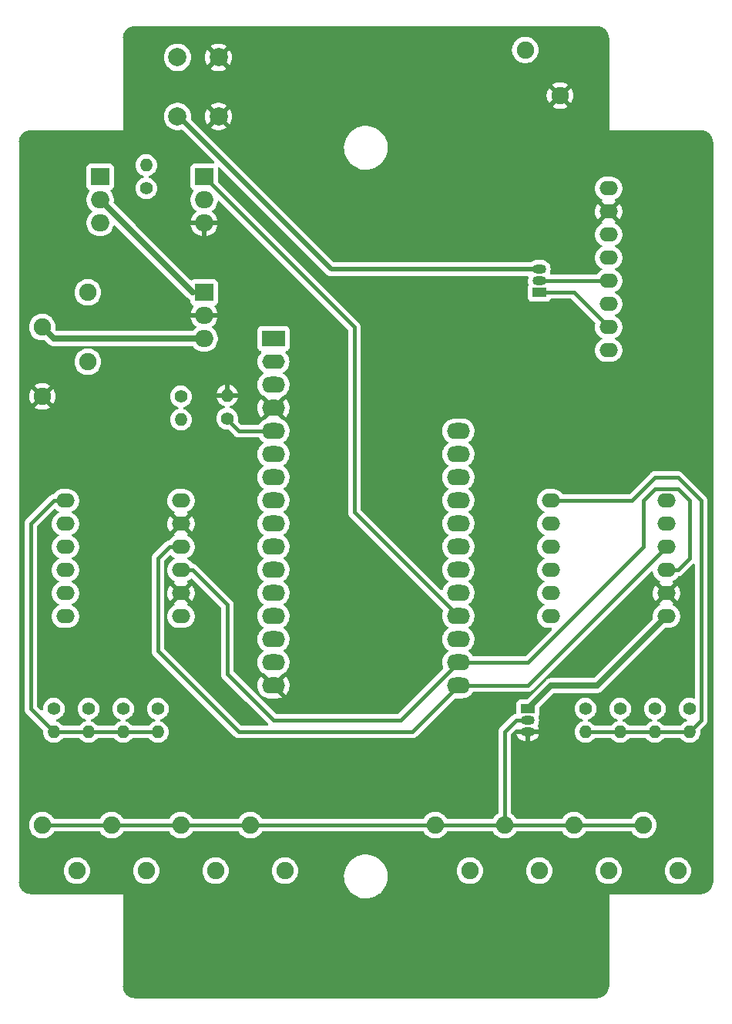
<source format=gbr>
%TF.GenerationSoftware,KiCad,Pcbnew,7.0.1-0*%
%TF.CreationDate,2023-12-13T16:09:33-05:00*%
%TF.ProjectId,Untitled,556e7469-746c-4656-942e-6b696361645f,rev?*%
%TF.SameCoordinates,Original*%
%TF.FileFunction,Copper,L2,Bot*%
%TF.FilePolarity,Positive*%
%FSLAX46Y46*%
G04 Gerber Fmt 4.6, Leading zero omitted, Abs format (unit mm)*
G04 Created by KiCad (PCBNEW 7.0.1-0) date 2023-12-13 16:09:33*
%MOMM*%
%LPD*%
G01*
G04 APERTURE LIST*
%TA.AperFunction,ComponentPad*%
%ADD10C,1.400000*%
%TD*%
%TA.AperFunction,ComponentPad*%
%ADD11O,1.400000X1.400000*%
%TD*%
%TA.AperFunction,ComponentPad*%
%ADD12C,1.905000*%
%TD*%
%TA.AperFunction,ComponentPad*%
%ADD13R,1.500000X1.050000*%
%TD*%
%TA.AperFunction,ComponentPad*%
%ADD14O,1.500000X1.050000*%
%TD*%
%TA.AperFunction,ComponentPad*%
%ADD15R,2.000000X1.905000*%
%TD*%
%TA.AperFunction,ComponentPad*%
%ADD16O,2.000000X1.905000*%
%TD*%
%TA.AperFunction,ComponentPad*%
%ADD17O,2.032000X1.524000*%
%TD*%
%TA.AperFunction,ComponentPad*%
%ADD18R,2.540000X1.778000*%
%TD*%
%TA.AperFunction,ComponentPad*%
%ADD19O,2.500000X1.600000*%
%TD*%
%TA.AperFunction,ComponentPad*%
%ADD20O,2.540000X1.778000*%
%TD*%
%TA.AperFunction,ComponentPad*%
%ADD21C,2.000000*%
%TD*%
%TA.AperFunction,Conductor*%
%ADD22C,0.381000*%
%TD*%
%TA.AperFunction,Conductor*%
%ADD23C,0.508000*%
%TD*%
%TA.AperFunction,Conductor*%
%ADD24C,0.635000*%
%TD*%
%TA.AperFunction,Conductor*%
%ADD25C,0.250000*%
%TD*%
%TA.AperFunction,Profile*%
%ADD26C,0.100000*%
%TD*%
G04 APERTURE END LIST*
D10*
%TO.P,R11,1*%
%TO.N,Net-(J6-Pin_3)*%
X63500000Y-67310000D03*
D11*
%TO.P,R11,2*%
%TO.N,Net-(Q1-G)*%
X63500000Y-64770000D03*
%TD*%
D12*
%TO.P,J2,1,Pin_1*%
%TO.N,Net-(J1-Pin_1)*%
X95250000Y-137240000D03*
%TO.P,J2,2,Pin_2*%
%TO.N,Net-(J2-Pin_2)*%
X99060000Y-142240000D03*
%TO.P,J2,3,Pin_3*%
%TO.N,Net-(J1-Pin_1)*%
X102870000Y-137240000D03*
%TO.P,J2,4,Pin_4*%
%TO.N,Net-(J2-Pin_4)*%
X106680000Y-142240000D03*
%TO.P,J2,5,Pin_5*%
%TO.N,Net-(J1-Pin_1)*%
X110490000Y-137240000D03*
%TO.P,J2,6,Pin_6*%
%TO.N,Net-(J2-Pin_6)*%
X114300000Y-142240000D03*
%TO.P,J2,7,Pin_7*%
%TO.N,Net-(J1-Pin_1)*%
X118110000Y-137240000D03*
%TO.P,J2,8,Pin_8*%
%TO.N,Net-(J2-Pin_8)*%
X121920000Y-142240000D03*
%TD*%
D10*
%TO.P,R13,1*%
%TO.N,Net-(A1-DAC0{slash}A0)*%
X72390000Y-92600000D03*
D11*
%TO.P,R13,2*%
%TO.N,GND*%
X72390000Y-90060000D03*
%TD*%
D10*
%TO.P,R6,1*%
%TO.N,Net-(J2-Pin_6)*%
X119380000Y-124460000D03*
D11*
%TO.P,R6,2*%
%TO.N,Net-(U3-A-)*%
X119380000Y-127000000D03*
%TD*%
D13*
%TO.P,U7,1,Vin*%
%TO.N,+3V3*%
X105410000Y-124460000D03*
D14*
%TO.P,U7,2,Vout*%
%TO.N,Net-(J1-Pin_1)*%
X105410000Y-125730000D03*
%TO.P,U7,3,GND*%
%TO.N,GND*%
X105410000Y-127000000D03*
%TD*%
D15*
%TO.P,U6,1,IN*%
%TO.N,Net-(Q1-D)*%
X69850000Y-78740000D03*
D16*
%TO.P,U6,2,GND*%
%TO.N,GND*%
X69850000Y-81280000D03*
%TO.P,U6,3,OUT*%
%TO.N,Net-(J4-Pin_2)*%
X69850000Y-83820000D03*
%TD*%
D10*
%TO.P,R5,1*%
%TO.N,Net-(J2-Pin_8)*%
X123190000Y-124460000D03*
D11*
%TO.P,R5,2*%
%TO.N,Net-(U3-A-)*%
X123190000Y-127000000D03*
%TD*%
D13*
%TO.P,Q3,1,S*%
%TO.N,Net-(Q3-S)*%
X106680000Y-78740000D03*
D14*
%TO.P,Q3,2,G*%
%TO.N,Net-(Q3-G)*%
X106680000Y-77470000D03*
%TO.P,Q3,3,D*%
%TO.N,Net-(Q1-G)*%
X106680000Y-76200000D03*
%TD*%
D10*
%TO.P,R2,1*%
%TO.N,Net-(J1-Pin_6)*%
X60960000Y-124460000D03*
D11*
%TO.P,R2,2*%
%TO.N,Net-(U2-A-)*%
X60960000Y-127000000D03*
%TD*%
D17*
%TO.P,U2,1,VIN*%
%TO.N,+3V3*%
X67310000Y-114300000D03*
%TO.P,U2,2,GND*%
%TO.N,GND*%
X67310000Y-111760000D03*
%TO.P,U2,3,SCL*%
%TO.N,SCL*%
X67310000Y-109220000D03*
%TO.P,U2,4,SDA*%
%TO.N,SDA*%
X67310000Y-106680000D03*
%TO.P,U2,5,ADDR*%
%TO.N,GND*%
X67310000Y-104140000D03*
%TO.P,U2,6,ALRT*%
%TO.N,unconnected-(U2-ALRT-Pad6)*%
X67310000Y-101600000D03*
%TO.P,U2,7,A-*%
%TO.N,Net-(U2-A-)*%
X54610000Y-101600000D03*
%TO.P,U2,8,A0*%
%TO.N,Net-(J1-Pin_8)*%
X54610000Y-104140000D03*
%TO.P,U2,9,A1*%
%TO.N,Net-(J1-Pin_6)*%
X54610000Y-106680000D03*
%TO.P,U2,10,A2*%
%TO.N,Net-(J1-Pin_4)*%
X54610000Y-109220000D03*
%TO.P,U2,11,A3*%
%TO.N,Net-(J1-Pin_2)*%
X54610000Y-111760000D03*
%TO.P,U2,12,A+*%
%TO.N,unconnected-(U2-A+-Pad12)*%
X54610000Y-114300000D03*
%TD*%
D10*
%TO.P,R3,1*%
%TO.N,Net-(J1-Pin_4)*%
X57150000Y-124460000D03*
D11*
%TO.P,R3,2*%
%TO.N,Net-(U2-A-)*%
X57150000Y-127000000D03*
%TD*%
D15*
%TO.P,Q1,1,G*%
%TO.N,Net-(Q1-G)*%
X58420000Y-66040000D03*
D16*
%TO.P,Q1,2,D*%
%TO.N,Net-(Q1-D)*%
X58420000Y-68580000D03*
%TO.P,Q1,3,S*%
%TO.N,Net-(J6-Pin_3)*%
X58420000Y-71120000D03*
%TD*%
D17*
%TO.P,U3,1,VIN*%
%TO.N,+3V3*%
X120650000Y-114300000D03*
%TO.P,U3,2,GND*%
%TO.N,GND*%
X120650000Y-111760000D03*
%TO.P,U3,3,SCL*%
%TO.N,SCL*%
X120650000Y-109220000D03*
%TO.P,U3,4,SDA*%
%TO.N,SDA*%
X120650000Y-106680000D03*
%TO.P,U3,5,ADDR*%
%TO.N,+3V3*%
X120650000Y-104140000D03*
%TO.P,U3,6,ALRT*%
%TO.N,unconnected-(U3-ALRT-Pad6)*%
X120650000Y-101600000D03*
%TO.P,U3,7,A-*%
%TO.N,Net-(U3-A-)*%
X107950000Y-101600000D03*
%TO.P,U3,8,A0*%
%TO.N,Net-(J2-Pin_8)*%
X107950000Y-104140000D03*
%TO.P,U3,9,A1*%
%TO.N,Net-(J2-Pin_6)*%
X107950000Y-106680000D03*
%TO.P,U3,10,A2*%
%TO.N,Net-(J2-Pin_4)*%
X107950000Y-109220000D03*
%TO.P,U3,11,A3*%
%TO.N,Net-(J2-Pin_2)*%
X107950000Y-111760000D03*
%TO.P,U3,12,A+*%
%TO.N,unconnected-(U3-A+-Pad12)*%
X107950000Y-114300000D03*
%TD*%
D18*
%TO.P,A1,1,~{RESET}*%
%TO.N,unconnected-(A1-~{RESET}-Pad1)*%
X77470000Y-83820000D03*
D19*
%TO.P,A1,2,3V3*%
%TO.N,+3V3*%
X77470000Y-86360000D03*
D20*
%TO.P,A1,3,AREF*%
%TO.N,unconnected-(A1-AREF-Pad3)*%
X77470000Y-88900000D03*
%TO.P,A1,4,GND*%
%TO.N,GND*%
X77470000Y-91440000D03*
%TO.P,A1,5,DAC0/A0*%
%TO.N,Net-(A1-DAC0{slash}A0)*%
X77470000Y-93980000D03*
%TO.P,A1,6,A1*%
%TO.N,unconnected-(A1-A1-Pad6)*%
X77470000Y-96520000D03*
%TO.P,A1,7,A2*%
%TO.N,unconnected-(A1-A2-Pad7)*%
X77470000Y-99060000D03*
%TO.P,A1,8,A3*%
%TO.N,unconnected-(A1-A3-Pad8)*%
X77470000Y-101600000D03*
%TO.P,A1,9,A4*%
%TO.N,unconnected-(A1-A4-Pad9)*%
X77470000Y-104140000D03*
%TO.P,A1,10,A5*%
%TO.N,unconnected-(A1-A5-Pad10)*%
X77470000Y-106680000D03*
%TO.P,A1,11,SCK/D24*%
%TO.N,unconnected-(A1-SCK{slash}D24-Pad11)*%
X77470000Y-109220000D03*
%TO.P,A1,12,MOSI/D23*%
%TO.N,unconnected-(A1-MOSI{slash}D23-Pad12)*%
X77470000Y-111760000D03*
%TO.P,A1,13,MISO/D22*%
%TO.N,unconnected-(A1-MISO{slash}D22-Pad13)*%
X77470000Y-114300000D03*
%TO.P,A1,14,RX/D0*%
%TO.N,unconnected-(A1-RX{slash}D0-Pad14)*%
X77470000Y-116840000D03*
%TO.P,A1,15,TX/D1*%
%TO.N,unconnected-(A1-TX{slash}D1-Pad15)*%
X77470000Y-119380000D03*
%TO.P,A1,16,GND*%
%TO.N,GND*%
X77470000Y-121920000D03*
%TO.P,A1,17,SDA/D20*%
%TO.N,SDA*%
X97790000Y-121920000D03*
%TO.P,A1,18,SCL/D21*%
%TO.N,SCL*%
X97790000Y-119380000D03*
%TO.P,A1,19,D5*%
%TO.N,unconnected-(A1-D5-Pad19)*%
X97790000Y-116840000D03*
%TO.P,A1,20,D6*%
%TO.N,HEAT*%
X97790000Y-114300000D03*
%TO.P,A1,21,D9*%
%TO.N,unconnected-(A1-D9-Pad21)*%
X97790000Y-111760000D03*
%TO.P,A1,22,D10*%
%TO.N,unconnected-(A1-D10-Pad22)*%
X97790000Y-109220000D03*
%TO.P,A1,23,D11*%
%TO.N,unconnected-(A1-D11-Pad23)*%
X97790000Y-106680000D03*
%TO.P,A1,24,D12*%
%TO.N,unconnected-(A1-D12-Pad24)*%
X97790000Y-104140000D03*
%TO.P,A1,25,D13*%
%TO.N,unconnected-(A1-D13-Pad25)*%
X97790000Y-101600000D03*
%TO.P,A1,26,USB*%
%TO.N,Net-(A1-USB)*%
X97790000Y-99060000D03*
%TO.P,A1,27,EN*%
%TO.N,unconnected-(A1-EN-Pad27)*%
X97790000Y-96520000D03*
%TO.P,A1,28,VBAT*%
%TO.N,unconnected-(A1-VBAT-Pad28)*%
X97790000Y-93980000D03*
%TD*%
D21*
%TO.P,SW1,1,1*%
%TO.N,Net-(Q1-G)*%
X66929000Y-59436000D03*
X66929000Y-52936000D03*
%TO.P,SW1,2,2*%
%TO.N,GND*%
X71429000Y-59436000D03*
X71429000Y-52936000D03*
%TD*%
D10*
%TO.P,R4,1*%
%TO.N,Net-(J1-Pin_2)*%
X53340000Y-124460000D03*
D11*
%TO.P,R4,2*%
%TO.N,Net-(U2-A-)*%
X53340000Y-127000000D03*
%TD*%
D12*
%TO.P,J1,1,Pin_1*%
%TO.N,Net-(J1-Pin_1)*%
X52070000Y-137240000D03*
%TO.P,J1,2,Pin_2*%
%TO.N,Net-(J1-Pin_2)*%
X55880000Y-142240000D03*
%TO.P,J1,3,Pin_3*%
%TO.N,Net-(J1-Pin_1)*%
X59690000Y-137240000D03*
%TO.P,J1,4,Pin_4*%
%TO.N,Net-(J1-Pin_4)*%
X63500000Y-142240000D03*
%TO.P,J1,5,Pin_5*%
%TO.N,Net-(J1-Pin_1)*%
X67310000Y-137240000D03*
%TO.P,J1,6,Pin_6*%
%TO.N,Net-(J1-Pin_6)*%
X71120000Y-142240000D03*
%TO.P,J1,7,Pin_7*%
%TO.N,Net-(J1-Pin_1)*%
X74930000Y-137240000D03*
%TO.P,J1,8,Pin_8*%
%TO.N,Net-(J1-Pin_8)*%
X78740000Y-142240000D03*
%TD*%
%TO.P,J6,1,Pin_1*%
%TO.N,Net-(J6-Pin_1)*%
X57070000Y-78740000D03*
%TO.P,J6,2,Pin_2*%
%TO.N,Net-(J4-Pin_2)*%
X52070000Y-82550000D03*
%TO.P,J6,3,Pin_3*%
%TO.N,Net-(J6-Pin_3)*%
X57070000Y-86360000D03*
%TO.P,J6,4,Pin_4*%
%TO.N,GND*%
X52070000Y-90170000D03*
%TD*%
D15*
%TO.P,Q2,1,G*%
%TO.N,HEAT*%
X69850000Y-66040000D03*
D16*
%TO.P,Q2,2,D*%
%TO.N,Net-(J6-Pin_1)*%
X69850000Y-68580000D03*
%TO.P,Q2,3,S*%
%TO.N,GND*%
X69850000Y-71120000D03*
%TD*%
D10*
%TO.P,R1,1*%
%TO.N,Net-(J1-Pin_8)*%
X64770000Y-124460000D03*
D11*
%TO.P,R1,2*%
%TO.N,Net-(U2-A-)*%
X64770000Y-127000000D03*
%TD*%
D17*
%TO.P,U4,1,Vin*%
%TO.N,+3V3*%
X114300000Y-67310000D03*
%TO.P,U4,2,GND*%
%TO.N,GND*%
X114300000Y-69850000D03*
%TO.P,U4,3,SCL*%
%TO.N,SCL*%
X114300000Y-72390000D03*
%TO.P,U4,4,SDA*%
%TO.N,SDA*%
X114300000Y-74930000D03*
%TO.P,U4,5,BAT*%
%TO.N,Net-(Q3-G)*%
X114300000Y-77470000D03*
%TO.P,U4,6,32K*%
%TO.N,unconnected-(U4-32K-Pad6)*%
X114300000Y-80010000D03*
%TO.P,U4,7,SQW*%
%TO.N,Net-(Q3-S)*%
X114300000Y-82550000D03*
%TO.P,U4,8,~{RST}*%
%TO.N,unconnected-(U4-~{RST}-Pad8)*%
X114300000Y-85090000D03*
%TD*%
D10*
%TO.P,R7,1*%
%TO.N,Net-(J2-Pin_4)*%
X115570000Y-124460000D03*
D11*
%TO.P,R7,2*%
%TO.N,Net-(U3-A-)*%
X115570000Y-127000000D03*
%TD*%
D10*
%TO.P,R8,1*%
%TO.N,Net-(J2-Pin_2)*%
X111760000Y-124460000D03*
D11*
%TO.P,R8,2*%
%TO.N,Net-(U3-A-)*%
X111760000Y-127000000D03*
%TD*%
D12*
%TO.P,J4,1,Pin_1*%
%TO.N,GND*%
X108950000Y-57125000D03*
%TO.P,J4,2,Pin_2*%
%TO.N,Net-(J4-Pin_2)*%
X105140000Y-52125000D03*
%TD*%
D10*
%TO.P,R12,1*%
%TO.N,Net-(J6-Pin_3)*%
X67310000Y-90170000D03*
D11*
%TO.P,R12,2*%
%TO.N,Net-(A1-DAC0{slash}A0)*%
X67310000Y-92710000D03*
%TD*%
D22*
%TO.N,Net-(J1-Pin_1)*%
X52070000Y-137240000D02*
X59690000Y-137240000D01*
X102870000Y-127000000D02*
X104140000Y-125730000D01*
X95250000Y-137240000D02*
X102870000Y-137240000D01*
X104140000Y-125730000D02*
X105410000Y-125730000D01*
X102870000Y-137240000D02*
X110490000Y-137240000D01*
X59690000Y-137240000D02*
X67310000Y-137240000D01*
X102870000Y-137240000D02*
X102870000Y-127000000D01*
X74930000Y-137240000D02*
X95250000Y-137240000D01*
X67310000Y-137240000D02*
X74930000Y-137240000D01*
X110490000Y-137240000D02*
X118110000Y-137240000D01*
D23*
%TO.N,Net-(Q1-G)*%
X83820000Y-76200000D02*
X67040000Y-59420000D01*
X106680000Y-76200000D02*
X83820000Y-76200000D01*
D22*
%TO.N,Net-(U2-A-)*%
X53340000Y-127000000D02*
X60960000Y-127000000D01*
X53340000Y-101600000D02*
X54610000Y-101600000D01*
X50800000Y-104140000D02*
X53340000Y-101600000D01*
X64770000Y-127000000D02*
X60960000Y-127000000D01*
X50800000Y-124460000D02*
X50800000Y-104140000D01*
X53340000Y-127000000D02*
X50800000Y-124460000D01*
%TO.N,Net-(U3-A-)*%
X121920000Y-99060000D02*
X119380000Y-99060000D01*
X119380000Y-127000000D02*
X115570000Y-127000000D01*
X123190000Y-127000000D02*
X119380000Y-127000000D01*
X123190000Y-127000000D02*
X124460000Y-125730000D01*
X124460000Y-101600000D02*
X121920000Y-99060000D01*
X119380000Y-99060000D02*
X116840000Y-101600000D01*
X116840000Y-101600000D02*
X107950000Y-101600000D01*
X115570000Y-127000000D02*
X111760000Y-127000000D01*
X124460000Y-125730000D02*
X124460000Y-101600000D01*
D24*
%TO.N,+3V3*%
X105410000Y-124460000D02*
X107950000Y-121920000D01*
X113030000Y-121920000D02*
X120650000Y-114300000D01*
X107950000Y-121920000D02*
X113030000Y-121920000D01*
D22*
%TO.N,SCL*%
X68580000Y-109220000D02*
X72390000Y-113030000D01*
X118110000Y-106680000D02*
X105410000Y-119380000D01*
X77470000Y-125730000D02*
X91440000Y-125730000D01*
X105410000Y-119380000D02*
X97790000Y-119380000D01*
X123190000Y-107950000D02*
X123190000Y-101600000D01*
X91440000Y-125730000D02*
X97790000Y-119380000D01*
X120650000Y-109220000D02*
X121920000Y-109220000D01*
X121920000Y-100330000D02*
X119380000Y-100330000D01*
X121920000Y-109220000D02*
X123190000Y-107950000D01*
X119380000Y-100330000D02*
X118110000Y-101600000D01*
X118110000Y-101600000D02*
X118110000Y-106680000D01*
X72390000Y-120650000D02*
X77470000Y-125730000D01*
X67310000Y-109220000D02*
X68580000Y-109220000D01*
X123190000Y-101600000D02*
X121920000Y-100330000D01*
X72390000Y-113030000D02*
X72390000Y-120650000D01*
%TO.N,SDA*%
X67310000Y-106680000D02*
X66040000Y-106680000D01*
X64770000Y-118110000D02*
X73660000Y-127000000D01*
X66040000Y-106680000D02*
X64770000Y-107950000D01*
X73660000Y-127000000D02*
X92710000Y-127000000D01*
X105410000Y-121920000D02*
X120650000Y-106680000D01*
X64770000Y-107950000D02*
X64770000Y-118110000D01*
X92710000Y-127000000D02*
X97790000Y-121920000D01*
X97790000Y-121920000D02*
X105410000Y-121920000D01*
%TO.N,Net-(A1-DAC0{slash}A0)*%
X73660000Y-93980000D02*
X77470000Y-93980000D01*
X72390000Y-92710000D02*
X73660000Y-93980000D01*
%TO.N,HEAT*%
X86360000Y-82550000D02*
X69850000Y-66040000D01*
X97790000Y-114300000D02*
X86360000Y-102870000D01*
X86360000Y-102870000D02*
X86360000Y-82550000D01*
D24*
%TO.N,Net-(J4-Pin_2)*%
X53340000Y-83820000D02*
X52070000Y-82550000D01*
X69850000Y-83820000D02*
X53340000Y-83820000D01*
D25*
%TO.N,Net-(Q1-D)*%
X69850000Y-78740000D02*
X68580000Y-78740000D01*
D24*
X68580000Y-78740000D02*
X58420000Y-68580000D01*
D22*
%TO.N,Net-(Q3-S)*%
X110490000Y-78740000D02*
X114300000Y-82550000D01*
X106680000Y-78740000D02*
X110490000Y-78740000D01*
%TO.N,Net-(Q3-G)*%
X114300000Y-77470000D02*
X106680000Y-77470000D01*
%TD*%
%TA.AperFunction,Conductor*%
%TO.N,GND*%
G36*
X66227850Y-107632935D02*
G01*
X66310918Y-107705509D01*
X66310919Y-107705510D01*
X66310922Y-107705512D01*
X66506008Y-107822071D01*
X66506011Y-107822072D01*
X66539596Y-107834677D01*
X66587176Y-107866700D01*
X66615256Y-107916709D01*
X66617830Y-107974005D01*
X66594345Y-108026330D01*
X66549828Y-108062490D01*
X66405847Y-108131827D01*
X66221992Y-108265406D01*
X66064947Y-108429661D01*
X65939753Y-108619324D01*
X65850437Y-108828287D01*
X65799869Y-109049845D01*
X65789672Y-109276869D01*
X65820177Y-109502067D01*
X65855803Y-109611711D01*
X65890404Y-109718200D01*
X65998092Y-109918319D01*
X66071476Y-110010339D01*
X66139783Y-110095993D01*
X66310918Y-110245509D01*
X66310919Y-110245510D01*
X66310922Y-110245512D01*
X66506008Y-110362071D01*
X66540243Y-110374919D01*
X66587821Y-110406942D01*
X66615902Y-110456951D01*
X66618476Y-110514247D01*
X66594992Y-110566572D01*
X66550474Y-110602732D01*
X66520649Y-110617094D01*
X66520648Y-110617096D01*
X67310000Y-111406447D01*
X67310001Y-111406447D01*
X68102352Y-110614094D01*
X68102351Y-110614093D01*
X68079780Y-110605622D01*
X68032200Y-110573598D01*
X68004120Y-110523589D01*
X68001547Y-110466293D01*
X68025032Y-110413969D01*
X68069550Y-110377809D01*
X68075554Y-110374918D01*
X68106407Y-110360059D01*
X68214150Y-110308174D01*
X68214156Y-110308170D01*
X68398005Y-110174596D01*
X68398012Y-110174588D01*
X68404629Y-110169781D01*
X68458117Y-110147626D01*
X68515833Y-110152168D01*
X68565196Y-110182418D01*
X71662681Y-113279902D01*
X71689561Y-113320130D01*
X71699000Y-113367583D01*
X71699000Y-120625374D01*
X71698774Y-120632861D01*
X71695195Y-120692029D01*
X71705879Y-120750332D01*
X71707006Y-120757735D01*
X71714152Y-120816583D01*
X71717643Y-120825788D01*
X71723668Y-120847400D01*
X71725442Y-120857083D01*
X71749772Y-120911143D01*
X71752630Y-120918044D01*
X71754956Y-120924175D01*
X71773656Y-120973482D01*
X71779249Y-120981585D01*
X71790273Y-121001132D01*
X71794311Y-121010104D01*
X71830863Y-121056759D01*
X71835303Y-121062793D01*
X71868979Y-121111582D01*
X71913352Y-121150893D01*
X71918805Y-121156027D01*
X74410542Y-123647764D01*
X76860098Y-126097319D01*
X76890348Y-126146682D01*
X76894890Y-126204398D01*
X76872735Y-126257885D01*
X76828712Y-126295485D01*
X76772417Y-126309000D01*
X73997583Y-126309000D01*
X73950130Y-126299561D01*
X73909902Y-126272681D01*
X65497319Y-117860097D01*
X65470439Y-117819869D01*
X65461000Y-117772416D01*
X65461000Y-114356869D01*
X65789672Y-114356869D01*
X65820177Y-114582067D01*
X65855803Y-114691711D01*
X65890404Y-114798200D01*
X65998092Y-114998319D01*
X66102488Y-115129227D01*
X66139783Y-115175993D01*
X66310918Y-115325509D01*
X66310919Y-115325510D01*
X66310922Y-115325512D01*
X66506008Y-115442071D01*
X66506009Y-115442071D01*
X66506012Y-115442073D01*
X66718770Y-115521922D01*
X66942372Y-115562500D01*
X66942373Y-115562500D01*
X67620696Y-115562500D01*
X67620699Y-115562500D01*
X67790339Y-115547232D01*
X68009404Y-115486774D01*
X68108264Y-115439165D01*
X68214150Y-115388174D01*
X68214153Y-115388172D01*
X68398005Y-115254596D01*
X68555052Y-115090338D01*
X68680246Y-114900677D01*
X68739789Y-114761366D01*
X68769562Y-114691712D01*
X68794587Y-114582068D01*
X68820131Y-114470154D01*
X68830327Y-114243129D01*
X68799822Y-114017932D01*
X68729596Y-113801800D01*
X68621908Y-113601681D01*
X68480217Y-113424007D01*
X68428327Y-113378672D01*
X68309081Y-113274490D01*
X68204203Y-113211828D01*
X68113992Y-113157929D01*
X68113990Y-113157928D01*
X68113988Y-113157927D01*
X68079755Y-113145079D01*
X68032175Y-113113054D01*
X68004095Y-113063045D01*
X68001523Y-113005750D01*
X68025007Y-112953425D01*
X68069525Y-112917265D01*
X68099349Y-112902902D01*
X67310000Y-112113553D01*
X66517646Y-112905904D01*
X66517647Y-112905905D01*
X66540220Y-112914377D01*
X66587799Y-112946401D01*
X66615879Y-112996410D01*
X66618453Y-113053705D01*
X66594968Y-113106030D01*
X66550451Y-113142190D01*
X66405847Y-113211827D01*
X66221992Y-113345406D01*
X66064947Y-113509661D01*
X65939753Y-113699324D01*
X65850437Y-113908287D01*
X65799869Y-114129845D01*
X65789672Y-114356869D01*
X65461000Y-114356869D01*
X65461000Y-111816846D01*
X65790174Y-111816846D01*
X65820668Y-112041957D01*
X65890864Y-112258000D01*
X65998513Y-112458045D01*
X66113815Y-112602630D01*
X66113816Y-112602630D01*
X66956447Y-111760001D01*
X67663553Y-111760001D01*
X68505251Y-112601699D01*
X68505252Y-112601698D01*
X68554659Y-112550025D01*
X68679802Y-112360439D01*
X68769085Y-112151555D01*
X68819632Y-111930087D01*
X68829825Y-111703153D01*
X68799331Y-111478042D01*
X68729135Y-111261999D01*
X68621486Y-111061954D01*
X68506183Y-110917368D01*
X67663553Y-111760000D01*
X67663553Y-111760001D01*
X66956447Y-111760001D01*
X66956447Y-111760000D01*
X66114747Y-110918299D01*
X66114746Y-110918299D01*
X66065341Y-110969974D01*
X65940197Y-111159560D01*
X65850914Y-111368444D01*
X65800367Y-111589912D01*
X65790174Y-111816846D01*
X65461000Y-111816846D01*
X65461000Y-108287584D01*
X65470439Y-108240131D01*
X65497319Y-108199903D01*
X65634732Y-108062490D01*
X66058587Y-107638633D01*
X66111493Y-107607292D01*
X66172953Y-107605222D01*
X66227850Y-107632935D01*
G37*
%TD.AperFunction*%
%TA.AperFunction,Conductor*%
G36*
X113034853Y-49530882D02*
G01*
X113037530Y-49531092D01*
X113086632Y-49534957D01*
X113087244Y-49535008D01*
X113227579Y-49547285D01*
X113245698Y-49550236D01*
X113324494Y-49569153D01*
X113327476Y-49569910D01*
X113432793Y-49598130D01*
X113448150Y-49603343D01*
X113476451Y-49615065D01*
X113528496Y-49636622D01*
X113533376Y-49638770D01*
X113626788Y-49682329D01*
X113639135Y-49688963D01*
X113715163Y-49735553D01*
X113721477Y-49739694D01*
X113804166Y-49797594D01*
X113813551Y-49804860D01*
X113881975Y-49863299D01*
X113889124Y-49869908D01*
X113960090Y-49940874D01*
X113966699Y-49948023D01*
X114025135Y-50016442D01*
X114032414Y-50025844D01*
X114090299Y-50108513D01*
X114094451Y-50114845D01*
X114141028Y-50190852D01*
X114147680Y-50203231D01*
X114191208Y-50296577D01*
X114193388Y-50301531D01*
X114226655Y-50381848D01*
X114231868Y-50397205D01*
X114260067Y-50502442D01*
X114260866Y-50505589D01*
X114279760Y-50584290D01*
X114282714Y-50602430D01*
X114294967Y-50742487D01*
X114295057Y-50743562D01*
X114299118Y-50795145D01*
X114299500Y-50804877D01*
X114299500Y-60935240D01*
X114299459Y-60935446D01*
X114299459Y-60960000D01*
X114299500Y-60960099D01*
X114299617Y-60960383D01*
X114299618Y-60960384D01*
X114299808Y-60960462D01*
X114300000Y-60960541D01*
X114300002Y-60960539D01*
X114324616Y-60960524D01*
X114324616Y-60960528D01*
X114324760Y-60960500D01*
X124455126Y-60960500D01*
X124464853Y-60960882D01*
X124467530Y-60961092D01*
X124516632Y-60964957D01*
X124517244Y-60965008D01*
X124657579Y-60977285D01*
X124675698Y-60980236D01*
X124754494Y-60999153D01*
X124757476Y-60999910D01*
X124862793Y-61028130D01*
X124878150Y-61033343D01*
X124906451Y-61045065D01*
X124958496Y-61066622D01*
X124963376Y-61068770D01*
X125056788Y-61112329D01*
X125069135Y-61118963D01*
X125145163Y-61165553D01*
X125151477Y-61169694D01*
X125234166Y-61227594D01*
X125243551Y-61234860D01*
X125311975Y-61293299D01*
X125319124Y-61299908D01*
X125390090Y-61370874D01*
X125396699Y-61378023D01*
X125455135Y-61446442D01*
X125462414Y-61455844D01*
X125520299Y-61538513D01*
X125524451Y-61544845D01*
X125571028Y-61620852D01*
X125577680Y-61633231D01*
X125621208Y-61726577D01*
X125623388Y-61731531D01*
X125656655Y-61811848D01*
X125661868Y-61827205D01*
X125690067Y-61932442D01*
X125690866Y-61935589D01*
X125709760Y-62014290D01*
X125712714Y-62032430D01*
X125724967Y-62172487D01*
X125725057Y-62173562D01*
X125729118Y-62225145D01*
X125729500Y-62234877D01*
X125729500Y-143505123D01*
X125729117Y-143514855D01*
X125725056Y-143566436D01*
X125724967Y-143567511D01*
X125712714Y-143707568D01*
X125709760Y-143725708D01*
X125690866Y-143804409D01*
X125690067Y-143807556D01*
X125661868Y-143912793D01*
X125656655Y-143928150D01*
X125623388Y-144008467D01*
X125621208Y-144013421D01*
X125577680Y-144106767D01*
X125571025Y-144119153D01*
X125524451Y-144195153D01*
X125520299Y-144201485D01*
X125462414Y-144284154D01*
X125455129Y-144293563D01*
X125396699Y-144361975D01*
X125390090Y-144369124D01*
X125319124Y-144440090D01*
X125311975Y-144446699D01*
X125243563Y-144505129D01*
X125234154Y-144512414D01*
X125151485Y-144570299D01*
X125145153Y-144574451D01*
X125069153Y-144621025D01*
X125056767Y-144627680D01*
X124963421Y-144671208D01*
X124958467Y-144673388D01*
X124878150Y-144706655D01*
X124862793Y-144711868D01*
X124757556Y-144740067D01*
X124754409Y-144740866D01*
X124675708Y-144759760D01*
X124657568Y-144762714D01*
X124517511Y-144774967D01*
X124516436Y-144775056D01*
X124464855Y-144779117D01*
X124455123Y-144779500D01*
X114324760Y-144779500D01*
X114324554Y-144779459D01*
X114299998Y-144779459D01*
X114299807Y-144779538D01*
X114299619Y-144779615D01*
X114299615Y-144779618D01*
X114299459Y-144779999D01*
X114299476Y-144804616D01*
X114299471Y-144804616D01*
X114299500Y-144804760D01*
X114299500Y-154935123D01*
X114299117Y-154944855D01*
X114295056Y-154996436D01*
X114294967Y-154997511D01*
X114282714Y-155137568D01*
X114279760Y-155155708D01*
X114260866Y-155234409D01*
X114260067Y-155237556D01*
X114231868Y-155342793D01*
X114226655Y-155358150D01*
X114193388Y-155438467D01*
X114191208Y-155443421D01*
X114147680Y-155536767D01*
X114141025Y-155549153D01*
X114094451Y-155625153D01*
X114090299Y-155631485D01*
X114032414Y-155714154D01*
X114025129Y-155723563D01*
X113966699Y-155791975D01*
X113960090Y-155799124D01*
X113889124Y-155870090D01*
X113881975Y-155876699D01*
X113813563Y-155935129D01*
X113804154Y-155942414D01*
X113721485Y-156000299D01*
X113715153Y-156004451D01*
X113639153Y-156051025D01*
X113626767Y-156057680D01*
X113533421Y-156101208D01*
X113528467Y-156103388D01*
X113448150Y-156136655D01*
X113432793Y-156141868D01*
X113327556Y-156170067D01*
X113324409Y-156170866D01*
X113245708Y-156189760D01*
X113227568Y-156192714D01*
X113087511Y-156204967D01*
X113086436Y-156205056D01*
X113034855Y-156209117D01*
X113025123Y-156209500D01*
X62234877Y-156209500D01*
X62225147Y-156209118D01*
X62220829Y-156208778D01*
X62173562Y-156205057D01*
X62172487Y-156204967D01*
X62032430Y-156192714D01*
X62014290Y-156189760D01*
X61935589Y-156170866D01*
X61932442Y-156170067D01*
X61827205Y-156141868D01*
X61811848Y-156136655D01*
X61731531Y-156103388D01*
X61726577Y-156101208D01*
X61633224Y-156057676D01*
X61620852Y-156051028D01*
X61573554Y-156022044D01*
X61544845Y-156004451D01*
X61538513Y-156000299D01*
X61503624Y-155975869D01*
X61455839Y-155942410D01*
X61446442Y-155935135D01*
X61378023Y-155876699D01*
X61370874Y-155870090D01*
X61299908Y-155799124D01*
X61293299Y-155791975D01*
X61272545Y-155767675D01*
X61234860Y-155723551D01*
X61227594Y-155714166D01*
X61169694Y-155631477D01*
X61165547Y-155625153D01*
X61118963Y-155549135D01*
X61112329Y-155536788D01*
X61068770Y-155443376D01*
X61066622Y-155438496D01*
X61033343Y-155358150D01*
X61028130Y-155342793D01*
X60999910Y-155237476D01*
X60999153Y-155234494D01*
X60980236Y-155155698D01*
X60977285Y-155137579D01*
X60965008Y-154997244D01*
X60964957Y-154996632D01*
X60960882Y-154944853D01*
X60960500Y-154935126D01*
X60960500Y-144804760D01*
X60960528Y-144804616D01*
X60960524Y-144804616D01*
X60960539Y-144780002D01*
X60960541Y-144780000D01*
X60960461Y-144779808D01*
X60960384Y-144779618D01*
X60960380Y-144779614D01*
X60960194Y-144779538D01*
X60960002Y-144779459D01*
X60935446Y-144779459D01*
X60935240Y-144779500D01*
X50804877Y-144779500D01*
X50795147Y-144779118D01*
X50790829Y-144778778D01*
X50743562Y-144775057D01*
X50742487Y-144774967D01*
X50602430Y-144762714D01*
X50584290Y-144759760D01*
X50505589Y-144740866D01*
X50502442Y-144740067D01*
X50397205Y-144711868D01*
X50381848Y-144706655D01*
X50301531Y-144673388D01*
X50296577Y-144671208D01*
X50203224Y-144627676D01*
X50190852Y-144621028D01*
X50143554Y-144592044D01*
X50114845Y-144574451D01*
X50108513Y-144570299D01*
X50073624Y-144545869D01*
X50025839Y-144512410D01*
X50016442Y-144505135D01*
X49948023Y-144446699D01*
X49940874Y-144440090D01*
X49869908Y-144369124D01*
X49863299Y-144361975D01*
X49842545Y-144337675D01*
X49804860Y-144293551D01*
X49797594Y-144284166D01*
X49739694Y-144201477D01*
X49735547Y-144195153D01*
X49688963Y-144119135D01*
X49682329Y-144106788D01*
X49638770Y-144013376D01*
X49636622Y-144008496D01*
X49603343Y-143928150D01*
X49598130Y-143912793D01*
X49569910Y-143807476D01*
X49569153Y-143804494D01*
X49550236Y-143725698D01*
X49547285Y-143707579D01*
X49535008Y-143567244D01*
X49534957Y-143566632D01*
X49530882Y-143514853D01*
X49530500Y-143505126D01*
X49530500Y-142239999D01*
X54422019Y-142239999D01*
X54441904Y-142479971D01*
X54441904Y-142479974D01*
X54441905Y-142479976D01*
X54501017Y-142713405D01*
X54597745Y-142933922D01*
X54729449Y-143135510D01*
X54892537Y-143312671D01*
X55082561Y-143460572D01*
X55294336Y-143575179D01*
X55522087Y-143653366D01*
X55759601Y-143693000D01*
X56000399Y-143693000D01*
X56237913Y-143653366D01*
X56465664Y-143575179D01*
X56677439Y-143460572D01*
X56867463Y-143312671D01*
X57030551Y-143135510D01*
X57162255Y-142933922D01*
X57258983Y-142713405D01*
X57318095Y-142479976D01*
X57337980Y-142240000D01*
X57337980Y-142239999D01*
X62042019Y-142239999D01*
X62061904Y-142479971D01*
X62061904Y-142479974D01*
X62061905Y-142479976D01*
X62121017Y-142713405D01*
X62217745Y-142933922D01*
X62349449Y-143135510D01*
X62512537Y-143312671D01*
X62702561Y-143460572D01*
X62914336Y-143575179D01*
X63142087Y-143653366D01*
X63379601Y-143693000D01*
X63620399Y-143693000D01*
X63857913Y-143653366D01*
X64085664Y-143575179D01*
X64297439Y-143460572D01*
X64487463Y-143312671D01*
X64650551Y-143135510D01*
X64782255Y-142933922D01*
X64878983Y-142713405D01*
X64938095Y-142479976D01*
X64957980Y-142240000D01*
X64957980Y-142239999D01*
X69662019Y-142239999D01*
X69681904Y-142479971D01*
X69681904Y-142479974D01*
X69681905Y-142479976D01*
X69741017Y-142713405D01*
X69837745Y-142933922D01*
X69969449Y-143135510D01*
X70132537Y-143312671D01*
X70322561Y-143460572D01*
X70534336Y-143575179D01*
X70762087Y-143653366D01*
X70999601Y-143693000D01*
X71240399Y-143693000D01*
X71477913Y-143653366D01*
X71705664Y-143575179D01*
X71917439Y-143460572D01*
X72107463Y-143312671D01*
X72270551Y-143135510D01*
X72402255Y-142933922D01*
X72498983Y-142713405D01*
X72558095Y-142479976D01*
X72577980Y-142240000D01*
X72577980Y-142239999D01*
X77282019Y-142239999D01*
X77301904Y-142479971D01*
X77301904Y-142479974D01*
X77301905Y-142479976D01*
X77361017Y-142713405D01*
X77457745Y-142933922D01*
X77589449Y-143135510D01*
X77752537Y-143312671D01*
X77942561Y-143460572D01*
X78154336Y-143575179D01*
X78382087Y-143653366D01*
X78619601Y-143693000D01*
X78860399Y-143693000D01*
X79097913Y-143653366D01*
X79325664Y-143575179D01*
X79537439Y-143460572D01*
X79727463Y-143312671D01*
X79890551Y-143135510D01*
X80022255Y-142933922D01*
X80081919Y-142797903D01*
X85225794Y-142797903D01*
X85235672Y-143105972D01*
X85284867Y-143410261D01*
X85372570Y-143705760D01*
X85497334Y-143987604D01*
X85497336Y-143987608D01*
X85497337Y-143987609D01*
X85657123Y-144251193D01*
X85849304Y-144492181D01*
X86070724Y-144706614D01*
X86317747Y-144890972D01*
X86586318Y-145042228D01*
X86872025Y-145157899D01*
X87170179Y-145236084D01*
X87475883Y-145275500D01*
X87706974Y-145275500D01*
X87706978Y-145275500D01*
X87756639Y-145272311D01*
X87937601Y-145260693D01*
X88240151Y-145201772D01*
X88532683Y-145104644D01*
X88810393Y-144970907D01*
X89068720Y-144802754D01*
X89095450Y-144779999D01*
X89142356Y-144740067D01*
X89303424Y-144602948D01*
X89451327Y-144440090D01*
X89510646Y-144374774D01*
X89510647Y-144374771D01*
X89510650Y-144374769D01*
X89686996Y-144121963D01*
X89829567Y-143848683D01*
X89881121Y-143708594D01*
X89936020Y-143559416D01*
X90004609Y-143258907D01*
X90034206Y-142952098D01*
X90024327Y-142644022D01*
X89975133Y-142339739D01*
X89945531Y-142240000D01*
X97602019Y-142240000D01*
X97621904Y-142479971D01*
X97621904Y-142479974D01*
X97621905Y-142479976D01*
X97681017Y-142713405D01*
X97777745Y-142933922D01*
X97909449Y-143135510D01*
X98072537Y-143312671D01*
X98262561Y-143460572D01*
X98474336Y-143575179D01*
X98702087Y-143653366D01*
X98939601Y-143693000D01*
X99180399Y-143693000D01*
X99417913Y-143653366D01*
X99645664Y-143575179D01*
X99857439Y-143460572D01*
X100047463Y-143312671D01*
X100210551Y-143135510D01*
X100342255Y-142933922D01*
X100438983Y-142713405D01*
X100498095Y-142479976D01*
X100517980Y-142240000D01*
X105222019Y-142240000D01*
X105241904Y-142479971D01*
X105241904Y-142479974D01*
X105241905Y-142479976D01*
X105301017Y-142713405D01*
X105397745Y-142933922D01*
X105529449Y-143135510D01*
X105692537Y-143312671D01*
X105882561Y-143460572D01*
X106094336Y-143575179D01*
X106322087Y-143653366D01*
X106559601Y-143693000D01*
X106800399Y-143693000D01*
X107037913Y-143653366D01*
X107265664Y-143575179D01*
X107477439Y-143460572D01*
X107667463Y-143312671D01*
X107830551Y-143135510D01*
X107962255Y-142933922D01*
X108058983Y-142713405D01*
X108118095Y-142479976D01*
X108137980Y-142240000D01*
X112842019Y-142240000D01*
X112861904Y-142479971D01*
X112861904Y-142479974D01*
X112861905Y-142479976D01*
X112921017Y-142713405D01*
X113017745Y-142933922D01*
X113149449Y-143135510D01*
X113312537Y-143312671D01*
X113502561Y-143460572D01*
X113714336Y-143575179D01*
X113942087Y-143653366D01*
X114179601Y-143693000D01*
X114420399Y-143693000D01*
X114657913Y-143653366D01*
X114885664Y-143575179D01*
X115097439Y-143460572D01*
X115287463Y-143312671D01*
X115450551Y-143135510D01*
X115582255Y-142933922D01*
X115678983Y-142713405D01*
X115738095Y-142479976D01*
X115757980Y-142240000D01*
X120462019Y-142240000D01*
X120481904Y-142479971D01*
X120481904Y-142479974D01*
X120481905Y-142479976D01*
X120541017Y-142713405D01*
X120637745Y-142933922D01*
X120769449Y-143135510D01*
X120932537Y-143312671D01*
X121122561Y-143460572D01*
X121334336Y-143575179D01*
X121562087Y-143653366D01*
X121799601Y-143693000D01*
X122040399Y-143693000D01*
X122277913Y-143653366D01*
X122505664Y-143575179D01*
X122717439Y-143460572D01*
X122907463Y-143312671D01*
X123070551Y-143135510D01*
X123202255Y-142933922D01*
X123298983Y-142713405D01*
X123358095Y-142479976D01*
X123377980Y-142240000D01*
X123358095Y-142000024D01*
X123298983Y-141766595D01*
X123202255Y-141546078D01*
X123070551Y-141344490D01*
X122907463Y-141167329D01*
X122717439Y-141019428D01*
X122505664Y-140904821D01*
X122505660Y-140904819D01*
X122505659Y-140904819D01*
X122277915Y-140826634D01*
X122040399Y-140787000D01*
X121799601Y-140787000D01*
X121562084Y-140826634D01*
X121334340Y-140904819D01*
X121122559Y-141019429D01*
X120932536Y-141167329D01*
X120769448Y-141344491D01*
X120637745Y-141546077D01*
X120541017Y-141766593D01*
X120481904Y-142000028D01*
X120462019Y-142240000D01*
X115757980Y-142240000D01*
X115738095Y-142000024D01*
X115678983Y-141766595D01*
X115582255Y-141546078D01*
X115450551Y-141344490D01*
X115287463Y-141167329D01*
X115097439Y-141019428D01*
X114885664Y-140904821D01*
X114885660Y-140904819D01*
X114885659Y-140904819D01*
X114657915Y-140826634D01*
X114420399Y-140787000D01*
X114179601Y-140787000D01*
X113942084Y-140826634D01*
X113714340Y-140904819D01*
X113502559Y-141019429D01*
X113312536Y-141167329D01*
X113149448Y-141344491D01*
X113017745Y-141546077D01*
X112921017Y-141766593D01*
X112861904Y-142000028D01*
X112842019Y-142240000D01*
X108137980Y-142240000D01*
X108118095Y-142000024D01*
X108058983Y-141766595D01*
X107962255Y-141546078D01*
X107830551Y-141344490D01*
X107667463Y-141167329D01*
X107477439Y-141019428D01*
X107265664Y-140904821D01*
X107265660Y-140904819D01*
X107265659Y-140904819D01*
X107037915Y-140826634D01*
X106800399Y-140787000D01*
X106559601Y-140787000D01*
X106322084Y-140826634D01*
X106094340Y-140904819D01*
X105882559Y-141019429D01*
X105692536Y-141167329D01*
X105529448Y-141344491D01*
X105397745Y-141546077D01*
X105301017Y-141766593D01*
X105241904Y-142000028D01*
X105222019Y-142240000D01*
X100517980Y-142240000D01*
X100498095Y-142000024D01*
X100438983Y-141766595D01*
X100342255Y-141546078D01*
X100210551Y-141344490D01*
X100047463Y-141167329D01*
X99857439Y-141019428D01*
X99645664Y-140904821D01*
X99645660Y-140904819D01*
X99645659Y-140904819D01*
X99417915Y-140826634D01*
X99180399Y-140787000D01*
X98939601Y-140787000D01*
X98702084Y-140826634D01*
X98474340Y-140904819D01*
X98262559Y-141019429D01*
X98072536Y-141167329D01*
X97909448Y-141344491D01*
X97777745Y-141546077D01*
X97681017Y-141766593D01*
X97621904Y-142000028D01*
X97602019Y-142240000D01*
X89945531Y-142240000D01*
X89887431Y-142044244D01*
X89867856Y-142000024D01*
X89762665Y-141762395D01*
X89681218Y-141628039D01*
X89602877Y-141498807D01*
X89410696Y-141257819D01*
X89189276Y-141043386D01*
X89157174Y-141019428D01*
X88942256Y-140859030D01*
X88942254Y-140859029D01*
X88942253Y-140859028D01*
X88673682Y-140707772D01*
X88387975Y-140592101D01*
X88153417Y-140530592D01*
X88089818Y-140513915D01*
X87837227Y-140481347D01*
X87784117Y-140474500D01*
X87553026Y-140474500D01*
X87553022Y-140474500D01*
X87322397Y-140489307D01*
X87019854Y-140548226D01*
X86887711Y-140592101D01*
X86727317Y-140645356D01*
X86727314Y-140645357D01*
X86727312Y-140645358D01*
X86449612Y-140779089D01*
X86191274Y-140947249D01*
X85956575Y-141147052D01*
X85749353Y-141375225D01*
X85573002Y-141628039D01*
X85430432Y-141901316D01*
X85323979Y-142190583D01*
X85255390Y-142491092D01*
X85225794Y-142797903D01*
X80081919Y-142797903D01*
X80118983Y-142713405D01*
X80178095Y-142479976D01*
X80197980Y-142240000D01*
X80178095Y-142000024D01*
X80118983Y-141766595D01*
X80022255Y-141546078D01*
X79890551Y-141344490D01*
X79727463Y-141167329D01*
X79537439Y-141019428D01*
X79325664Y-140904821D01*
X79325660Y-140904819D01*
X79325659Y-140904819D01*
X79097915Y-140826634D01*
X78860399Y-140787000D01*
X78619601Y-140787000D01*
X78382084Y-140826634D01*
X78154340Y-140904819D01*
X77942559Y-141019429D01*
X77752536Y-141167329D01*
X77589448Y-141344491D01*
X77457745Y-141546077D01*
X77361017Y-141766593D01*
X77301904Y-142000028D01*
X77282019Y-142239999D01*
X72577980Y-142239999D01*
X72558095Y-142000024D01*
X72498983Y-141766595D01*
X72402255Y-141546078D01*
X72270551Y-141344490D01*
X72107463Y-141167329D01*
X71917439Y-141019428D01*
X71705664Y-140904821D01*
X71705660Y-140904819D01*
X71705659Y-140904819D01*
X71477915Y-140826634D01*
X71240399Y-140787000D01*
X70999601Y-140787000D01*
X70762084Y-140826634D01*
X70534340Y-140904819D01*
X70322559Y-141019429D01*
X70132536Y-141167329D01*
X69969448Y-141344491D01*
X69837745Y-141546077D01*
X69741017Y-141766593D01*
X69681904Y-142000028D01*
X69662019Y-142239999D01*
X64957980Y-142239999D01*
X64938095Y-142000024D01*
X64878983Y-141766595D01*
X64782255Y-141546078D01*
X64650551Y-141344490D01*
X64487463Y-141167329D01*
X64297439Y-141019428D01*
X64085664Y-140904821D01*
X64085660Y-140904819D01*
X64085659Y-140904819D01*
X63857915Y-140826634D01*
X63620399Y-140787000D01*
X63379601Y-140787000D01*
X63142084Y-140826634D01*
X62914340Y-140904819D01*
X62702559Y-141019429D01*
X62512536Y-141167329D01*
X62349448Y-141344491D01*
X62217745Y-141546077D01*
X62121017Y-141766593D01*
X62061904Y-142000028D01*
X62042019Y-142239999D01*
X57337980Y-142239999D01*
X57318095Y-142000024D01*
X57258983Y-141766595D01*
X57162255Y-141546078D01*
X57030551Y-141344490D01*
X56867463Y-141167329D01*
X56677439Y-141019428D01*
X56465664Y-140904821D01*
X56465660Y-140904819D01*
X56465659Y-140904819D01*
X56237915Y-140826634D01*
X56000399Y-140787000D01*
X55759601Y-140787000D01*
X55522084Y-140826634D01*
X55294340Y-140904819D01*
X55082559Y-141019429D01*
X54892536Y-141167329D01*
X54729448Y-141344491D01*
X54597745Y-141546077D01*
X54501017Y-141766593D01*
X54441904Y-142000028D01*
X54422019Y-142239999D01*
X49530500Y-142239999D01*
X49530500Y-137240000D01*
X50612019Y-137240000D01*
X50631904Y-137479971D01*
X50631904Y-137479974D01*
X50631905Y-137479976D01*
X50691017Y-137713405D01*
X50787745Y-137933922D01*
X50919449Y-138135510D01*
X51082537Y-138312671D01*
X51272561Y-138460572D01*
X51484336Y-138575179D01*
X51712087Y-138653366D01*
X51949601Y-138693000D01*
X52190399Y-138693000D01*
X52427913Y-138653366D01*
X52655664Y-138575179D01*
X52867439Y-138460572D01*
X53057463Y-138312671D01*
X53220551Y-138135510D01*
X53260415Y-138074493D01*
X53317462Y-137987178D01*
X53362253Y-137945945D01*
X53421270Y-137931000D01*
X58338730Y-137931000D01*
X58397747Y-137945945D01*
X58442538Y-137987178D01*
X58539446Y-138135506D01*
X58539449Y-138135510D01*
X58702537Y-138312671D01*
X58892561Y-138460572D01*
X59104336Y-138575179D01*
X59332087Y-138653366D01*
X59569601Y-138693000D01*
X59810399Y-138693000D01*
X60047913Y-138653366D01*
X60275664Y-138575179D01*
X60487439Y-138460572D01*
X60677463Y-138312671D01*
X60840551Y-138135510D01*
X60880415Y-138074493D01*
X60937462Y-137987178D01*
X60982253Y-137945945D01*
X61041270Y-137931000D01*
X65958730Y-137931000D01*
X66017747Y-137945945D01*
X66062538Y-137987178D01*
X66159446Y-138135506D01*
X66159449Y-138135510D01*
X66322537Y-138312671D01*
X66512561Y-138460572D01*
X66724336Y-138575179D01*
X66952087Y-138653366D01*
X67189601Y-138693000D01*
X67430399Y-138693000D01*
X67667913Y-138653366D01*
X67895664Y-138575179D01*
X68107439Y-138460572D01*
X68297463Y-138312671D01*
X68460551Y-138135510D01*
X68500415Y-138074493D01*
X68557462Y-137987178D01*
X68602253Y-137945945D01*
X68661270Y-137931000D01*
X73578730Y-137931000D01*
X73637747Y-137945945D01*
X73682538Y-137987178D01*
X73779446Y-138135506D01*
X73779449Y-138135510D01*
X73942537Y-138312671D01*
X74132561Y-138460572D01*
X74344336Y-138575179D01*
X74572087Y-138653366D01*
X74809601Y-138693000D01*
X75050399Y-138693000D01*
X75287913Y-138653366D01*
X75515664Y-138575179D01*
X75727439Y-138460572D01*
X75917463Y-138312671D01*
X76080551Y-138135510D01*
X76120415Y-138074493D01*
X76177462Y-137987178D01*
X76222253Y-137945945D01*
X76281270Y-137931000D01*
X93898730Y-137931000D01*
X93957747Y-137945945D01*
X94002538Y-137987178D01*
X94099446Y-138135506D01*
X94099449Y-138135510D01*
X94262537Y-138312671D01*
X94452561Y-138460572D01*
X94664336Y-138575179D01*
X94892087Y-138653366D01*
X95129601Y-138693000D01*
X95370399Y-138693000D01*
X95607913Y-138653366D01*
X95835664Y-138575179D01*
X96047439Y-138460572D01*
X96237463Y-138312671D01*
X96400551Y-138135510D01*
X96440415Y-138074493D01*
X96497462Y-137987178D01*
X96542253Y-137945945D01*
X96601270Y-137931000D01*
X101518730Y-137931000D01*
X101577747Y-137945945D01*
X101622538Y-137987178D01*
X101719446Y-138135506D01*
X101719449Y-138135510D01*
X101882537Y-138312671D01*
X102072561Y-138460572D01*
X102284336Y-138575179D01*
X102512087Y-138653366D01*
X102749601Y-138693000D01*
X102990399Y-138693000D01*
X103227913Y-138653366D01*
X103455664Y-138575179D01*
X103667439Y-138460572D01*
X103857463Y-138312671D01*
X104020551Y-138135510D01*
X104060415Y-138074493D01*
X104117462Y-137987178D01*
X104162253Y-137945945D01*
X104221270Y-137931000D01*
X109138730Y-137931000D01*
X109197747Y-137945945D01*
X109242538Y-137987178D01*
X109339446Y-138135506D01*
X109339449Y-138135510D01*
X109502537Y-138312671D01*
X109692561Y-138460572D01*
X109904336Y-138575179D01*
X110132087Y-138653366D01*
X110369601Y-138693000D01*
X110610399Y-138693000D01*
X110847913Y-138653366D01*
X111075664Y-138575179D01*
X111287439Y-138460572D01*
X111477463Y-138312671D01*
X111640551Y-138135510D01*
X111680415Y-138074493D01*
X111737462Y-137987178D01*
X111782253Y-137945945D01*
X111841270Y-137931000D01*
X116758730Y-137931000D01*
X116817747Y-137945945D01*
X116862538Y-137987178D01*
X116959446Y-138135506D01*
X116959449Y-138135510D01*
X117122537Y-138312671D01*
X117312561Y-138460572D01*
X117524336Y-138575179D01*
X117752087Y-138653366D01*
X117989601Y-138693000D01*
X118230399Y-138693000D01*
X118467913Y-138653366D01*
X118695664Y-138575179D01*
X118907439Y-138460572D01*
X119097463Y-138312671D01*
X119260551Y-138135510D01*
X119392255Y-137933922D01*
X119488983Y-137713405D01*
X119548095Y-137479976D01*
X119567980Y-137240000D01*
X119548095Y-137000024D01*
X119488983Y-136766595D01*
X119392255Y-136546078D01*
X119260551Y-136344490D01*
X119097463Y-136167329D01*
X118907439Y-136019428D01*
X118695664Y-135904821D01*
X118695660Y-135904819D01*
X118695659Y-135904819D01*
X118467915Y-135826634D01*
X118230399Y-135787000D01*
X117989601Y-135787000D01*
X117752084Y-135826634D01*
X117524340Y-135904819D01*
X117312559Y-136019429D01*
X117122536Y-136167329D01*
X116959446Y-136344493D01*
X116862538Y-136492822D01*
X116817747Y-136534055D01*
X116758730Y-136549000D01*
X111841270Y-136549000D01*
X111782253Y-136534055D01*
X111737462Y-136492822D01*
X111640553Y-136344493D01*
X111640552Y-136344492D01*
X111640551Y-136344490D01*
X111477463Y-136167329D01*
X111287439Y-136019428D01*
X111075664Y-135904821D01*
X111075660Y-135904819D01*
X111075659Y-135904819D01*
X110847915Y-135826634D01*
X110610399Y-135787000D01*
X110369601Y-135787000D01*
X110132084Y-135826634D01*
X109904340Y-135904819D01*
X109692559Y-136019429D01*
X109502536Y-136167329D01*
X109339446Y-136344493D01*
X109242538Y-136492822D01*
X109197747Y-136534055D01*
X109138730Y-136549000D01*
X104221270Y-136549000D01*
X104162253Y-136534055D01*
X104117462Y-136492822D01*
X104020553Y-136344493D01*
X104020552Y-136344492D01*
X104020551Y-136344490D01*
X103857463Y-136167329D01*
X103667439Y-136019428D01*
X103657975Y-136014306D01*
X103625982Y-135996992D01*
X103578477Y-135951411D01*
X103561000Y-135887938D01*
X103561000Y-127337584D01*
X103570439Y-127290131D01*
X103597254Y-127250000D01*
X104189715Y-127250000D01*
X104233441Y-127394150D01*
X104328620Y-127572215D01*
X104456707Y-127728292D01*
X104612784Y-127856379D01*
X104790848Y-127951557D01*
X104984067Y-128010170D01*
X105134639Y-128025000D01*
X105160000Y-128025000D01*
X105160000Y-127250000D01*
X105660000Y-127250000D01*
X105660000Y-128025000D01*
X105685361Y-128025000D01*
X105835932Y-128010170D01*
X106029151Y-127951557D01*
X106207215Y-127856379D01*
X106363292Y-127728292D01*
X106491379Y-127572215D01*
X106586558Y-127394150D01*
X106630285Y-127250000D01*
X105660000Y-127250000D01*
X105160000Y-127250000D01*
X104189715Y-127250000D01*
X103597254Y-127250000D01*
X103597319Y-127249903D01*
X103826347Y-127020875D01*
X104060903Y-126786318D01*
X104101130Y-126759439D01*
X104148583Y-126750000D01*
X105072685Y-126750000D01*
X105084838Y-126750596D01*
X105134620Y-126755500D01*
X105685380Y-126755500D01*
X105735161Y-126750597D01*
X105747315Y-126750000D01*
X106630285Y-126750000D01*
X106586558Y-126605850D01*
X106489348Y-126423984D01*
X106474706Y-126365530D01*
X106489348Y-126307077D01*
X106491798Y-126302494D01*
X106587023Y-126124341D01*
X106645662Y-125931033D01*
X106665462Y-125730000D01*
X106645662Y-125528967D01*
X106587023Y-125335659D01*
X106587019Y-125335652D01*
X106586693Y-125334576D01*
X106583228Y-125277104D01*
X106597748Y-125243545D01*
X106603794Y-125227332D01*
X106603796Y-125227331D01*
X106654091Y-125092483D01*
X106660500Y-125032873D01*
X106660499Y-124417686D01*
X106669938Y-124370234D01*
X106696815Y-124330009D01*
X108252507Y-122774319D01*
X108292736Y-122747439D01*
X108340189Y-122738000D01*
X113122164Y-122738000D01*
X113122166Y-122738000D01*
X113160459Y-122729258D01*
X113174136Y-122726934D01*
X113213174Y-122722537D01*
X113250239Y-122709566D01*
X113263595Y-122705718D01*
X113301878Y-122696982D01*
X113337267Y-122679938D01*
X113350087Y-122674628D01*
X113387163Y-122661656D01*
X113420434Y-122640749D01*
X113432559Y-122634048D01*
X113467956Y-122617003D01*
X113498654Y-122592520D01*
X113509979Y-122584484D01*
X113543242Y-122563585D01*
X113673585Y-122433242D01*
X113673585Y-122433240D01*
X113683789Y-122423037D01*
X113683792Y-122423032D01*
X120508007Y-115598819D01*
X120548236Y-115571939D01*
X120595689Y-115562500D01*
X120960696Y-115562500D01*
X120960699Y-115562500D01*
X121130339Y-115547232D01*
X121349404Y-115486774D01*
X121448264Y-115439165D01*
X121554150Y-115388174D01*
X121554153Y-115388172D01*
X121738005Y-115254596D01*
X121895052Y-115090338D01*
X122020246Y-114900677D01*
X122079789Y-114761366D01*
X122109562Y-114691712D01*
X122134587Y-114582068D01*
X122160131Y-114470154D01*
X122170327Y-114243129D01*
X122139822Y-114017932D01*
X122069596Y-113801800D01*
X121961908Y-113601681D01*
X121820217Y-113424007D01*
X121768327Y-113378672D01*
X121649081Y-113274490D01*
X121544203Y-113211828D01*
X121453992Y-113157929D01*
X121453990Y-113157928D01*
X121453988Y-113157927D01*
X121419755Y-113145079D01*
X121372175Y-113113054D01*
X121344095Y-113063045D01*
X121341523Y-113005750D01*
X121365007Y-112953425D01*
X121409525Y-112917265D01*
X121439349Y-112902902D01*
X120650000Y-112113553D01*
X119857646Y-112905904D01*
X119857647Y-112905905D01*
X119880220Y-112914377D01*
X119927799Y-112946401D01*
X119955879Y-112996410D01*
X119958453Y-113053705D01*
X119934968Y-113106030D01*
X119890451Y-113142190D01*
X119745847Y-113211827D01*
X119561992Y-113345406D01*
X119404947Y-113509661D01*
X119279753Y-113699324D01*
X119190437Y-113908287D01*
X119139869Y-114129845D01*
X119129672Y-114356869D01*
X119158006Y-114566036D01*
X119152622Y-114622320D01*
X119122809Y-114670362D01*
X112727493Y-121065681D01*
X112687265Y-121092561D01*
X112639812Y-121102000D01*
X108042166Y-121102000D01*
X107857833Y-121102000D01*
X107843753Y-121105213D01*
X107819547Y-121110738D01*
X107805843Y-121113066D01*
X107766823Y-121117463D01*
X107729752Y-121130433D01*
X107716398Y-121134280D01*
X107678123Y-121143016D01*
X107642741Y-121160055D01*
X107629901Y-121165373D01*
X107592838Y-121178342D01*
X107559589Y-121199234D01*
X107547423Y-121205958D01*
X107512045Y-121222996D01*
X107481351Y-121247474D01*
X107470011Y-121255520D01*
X107436760Y-121276413D01*
X107345483Y-121367687D01*
X107345481Y-121367691D01*
X105314991Y-123398181D01*
X105274763Y-123425061D01*
X105227310Y-123434500D01*
X104612130Y-123434500D01*
X104552515Y-123440909D01*
X104417669Y-123491204D01*
X104302454Y-123577454D01*
X104216204Y-123692668D01*
X104165909Y-123827516D01*
X104159500Y-123887131D01*
X104159500Y-124920577D01*
X104146436Y-124975978D01*
X104109995Y-125019706D01*
X104057857Y-125042545D01*
X104039674Y-125045878D01*
X104032266Y-125047005D01*
X103973418Y-125054152D01*
X103973416Y-125054152D01*
X103973413Y-125054153D01*
X103964203Y-125057645D01*
X103942604Y-125063666D01*
X103932916Y-125065441D01*
X103878865Y-125089768D01*
X103871956Y-125092630D01*
X103832914Y-125107437D01*
X103816515Y-125113657D01*
X103808415Y-125119248D01*
X103788876Y-125130268D01*
X103779897Y-125134309D01*
X103733237Y-125170863D01*
X103727211Y-125175297D01*
X103678418Y-125208979D01*
X103639105Y-125253352D01*
X103633973Y-125258803D01*
X102398804Y-126493972D01*
X102393352Y-126499104D01*
X102348980Y-126538415D01*
X102315298Y-126587212D01*
X102310861Y-126593243D01*
X102274312Y-126639894D01*
X102274312Y-126639895D01*
X102270269Y-126648875D01*
X102259252Y-126668409D01*
X102253656Y-126676515D01*
X102232632Y-126731950D01*
X102229768Y-126738864D01*
X102205441Y-126792917D01*
X102203666Y-126802604D01*
X102197645Y-126824203D01*
X102194153Y-126833413D01*
X102187006Y-126892266D01*
X102185879Y-126899668D01*
X102175195Y-126957971D01*
X102178774Y-127017139D01*
X102179000Y-127024626D01*
X102179000Y-135887938D01*
X102161523Y-135951411D01*
X102114018Y-135996992D01*
X102072564Y-136019426D01*
X101882536Y-136167329D01*
X101719446Y-136344493D01*
X101622538Y-136492822D01*
X101577747Y-136534055D01*
X101518730Y-136549000D01*
X96601270Y-136549000D01*
X96542253Y-136534055D01*
X96497462Y-136492822D01*
X96400553Y-136344493D01*
X96400552Y-136344492D01*
X96400551Y-136344490D01*
X96237463Y-136167329D01*
X96047439Y-136019428D01*
X95835664Y-135904821D01*
X95835660Y-135904819D01*
X95835659Y-135904819D01*
X95607915Y-135826634D01*
X95370399Y-135787000D01*
X95129601Y-135787000D01*
X94892084Y-135826634D01*
X94664340Y-135904819D01*
X94452559Y-136019429D01*
X94262536Y-136167329D01*
X94099446Y-136344493D01*
X94002538Y-136492822D01*
X93957747Y-136534055D01*
X93898730Y-136549000D01*
X76281270Y-136549000D01*
X76222253Y-136534055D01*
X76177462Y-136492822D01*
X76080553Y-136344493D01*
X76080552Y-136344492D01*
X76080551Y-136344490D01*
X75917463Y-136167329D01*
X75727439Y-136019428D01*
X75515664Y-135904821D01*
X75515660Y-135904819D01*
X75515659Y-135904819D01*
X75287915Y-135826634D01*
X75050399Y-135787000D01*
X74809601Y-135787000D01*
X74572084Y-135826634D01*
X74344340Y-135904819D01*
X74132559Y-136019429D01*
X73942536Y-136167329D01*
X73779446Y-136344493D01*
X73682538Y-136492822D01*
X73637747Y-136534055D01*
X73578730Y-136549000D01*
X68661270Y-136549000D01*
X68602253Y-136534055D01*
X68557462Y-136492822D01*
X68460553Y-136344493D01*
X68460552Y-136344492D01*
X68460551Y-136344490D01*
X68297463Y-136167329D01*
X68107439Y-136019428D01*
X67895664Y-135904821D01*
X67895660Y-135904819D01*
X67895659Y-135904819D01*
X67667915Y-135826634D01*
X67430399Y-135787000D01*
X67189601Y-135787000D01*
X66952084Y-135826634D01*
X66724340Y-135904819D01*
X66512559Y-136019429D01*
X66322536Y-136167329D01*
X66159446Y-136344493D01*
X66062538Y-136492822D01*
X66017747Y-136534055D01*
X65958730Y-136549000D01*
X61041270Y-136549000D01*
X60982253Y-136534055D01*
X60937462Y-136492822D01*
X60840553Y-136344493D01*
X60840552Y-136344492D01*
X60840551Y-136344490D01*
X60677463Y-136167329D01*
X60487439Y-136019428D01*
X60275664Y-135904821D01*
X60275660Y-135904819D01*
X60275659Y-135904819D01*
X60047915Y-135826634D01*
X59810399Y-135787000D01*
X59569601Y-135787000D01*
X59332084Y-135826634D01*
X59104340Y-135904819D01*
X58892559Y-136019429D01*
X58702536Y-136167329D01*
X58539446Y-136344493D01*
X58442538Y-136492822D01*
X58397747Y-136534055D01*
X58338730Y-136549000D01*
X53421270Y-136549000D01*
X53362253Y-136534055D01*
X53317462Y-136492822D01*
X53220553Y-136344493D01*
X53220552Y-136344492D01*
X53220551Y-136344490D01*
X53057463Y-136167329D01*
X52867439Y-136019428D01*
X52655664Y-135904821D01*
X52655660Y-135904819D01*
X52655659Y-135904819D01*
X52427915Y-135826634D01*
X52190399Y-135787000D01*
X51949601Y-135787000D01*
X51712084Y-135826634D01*
X51484340Y-135904819D01*
X51272559Y-136019429D01*
X51082536Y-136167329D01*
X50919448Y-136344491D01*
X50787745Y-136546077D01*
X50691017Y-136766593D01*
X50631904Y-137000028D01*
X50612019Y-137240000D01*
X49530500Y-137240000D01*
X49530500Y-124502029D01*
X50105195Y-124502029D01*
X50115879Y-124560332D01*
X50117006Y-124567735D01*
X50124152Y-124626583D01*
X50127643Y-124635788D01*
X50133668Y-124657400D01*
X50135442Y-124667083D01*
X50159772Y-124721143D01*
X50162630Y-124728044D01*
X50183656Y-124783482D01*
X50189249Y-124791585D01*
X50200273Y-124811132D01*
X50204311Y-124820104D01*
X50240863Y-124866759D01*
X50245303Y-124872793D01*
X50278979Y-124921582D01*
X50323352Y-124960893D01*
X50328805Y-124966027D01*
X52112567Y-126749789D01*
X52141516Y-126795358D01*
X52148357Y-126848911D01*
X52134357Y-126999999D01*
X52154885Y-127221537D01*
X52215769Y-127435526D01*
X52314941Y-127634688D01*
X52449019Y-127812237D01*
X52613437Y-127962124D01*
X52802595Y-128079245D01*
X52802597Y-128079245D01*
X52802599Y-128079247D01*
X53010060Y-128159618D01*
X53228757Y-128200500D01*
X53451241Y-128200500D01*
X53451243Y-128200500D01*
X53669940Y-128159618D01*
X53877401Y-128079247D01*
X54066562Y-127962124D01*
X54230981Y-127812236D01*
X54285324Y-127740273D01*
X54329007Y-127704000D01*
X54384279Y-127691000D01*
X56105721Y-127691000D01*
X56160993Y-127704000D01*
X56204675Y-127740273D01*
X56259019Y-127812237D01*
X56423437Y-127962124D01*
X56612595Y-128079245D01*
X56612597Y-128079245D01*
X56612599Y-128079247D01*
X56820060Y-128159618D01*
X57038757Y-128200500D01*
X57261241Y-128200500D01*
X57261243Y-128200500D01*
X57479940Y-128159618D01*
X57687401Y-128079247D01*
X57876562Y-127962124D01*
X58040981Y-127812236D01*
X58095324Y-127740273D01*
X58139007Y-127704000D01*
X58194279Y-127691000D01*
X59915721Y-127691000D01*
X59970993Y-127704000D01*
X60014675Y-127740273D01*
X60069019Y-127812237D01*
X60233437Y-127962124D01*
X60422595Y-128079245D01*
X60422597Y-128079245D01*
X60422599Y-128079247D01*
X60630060Y-128159618D01*
X60848757Y-128200500D01*
X61071241Y-128200500D01*
X61071243Y-128200500D01*
X61289940Y-128159618D01*
X61497401Y-128079247D01*
X61686562Y-127962124D01*
X61850981Y-127812236D01*
X61905324Y-127740273D01*
X61949007Y-127704000D01*
X62004279Y-127691000D01*
X63725721Y-127691000D01*
X63780993Y-127704000D01*
X63824675Y-127740273D01*
X63879019Y-127812237D01*
X64043437Y-127962124D01*
X64232595Y-128079245D01*
X64232597Y-128079245D01*
X64232599Y-128079247D01*
X64440060Y-128159618D01*
X64658757Y-128200500D01*
X64881241Y-128200500D01*
X64881243Y-128200500D01*
X65099940Y-128159618D01*
X65307401Y-128079247D01*
X65496562Y-127962124D01*
X65660981Y-127812236D01*
X65795058Y-127634689D01*
X65894229Y-127435528D01*
X65955115Y-127221536D01*
X65975643Y-127000000D01*
X65955115Y-126778464D01*
X65921165Y-126659142D01*
X65894230Y-126564473D01*
X65795058Y-126365311D01*
X65660980Y-126187762D01*
X65496562Y-126037875D01*
X65307404Y-125920754D01*
X65268746Y-125905778D01*
X65113474Y-125845625D01*
X65065106Y-125811831D01*
X65037832Y-125759504D01*
X65037832Y-125700496D01*
X65065106Y-125648169D01*
X65113474Y-125614374D01*
X65307401Y-125539247D01*
X65496562Y-125422124D01*
X65660981Y-125272236D01*
X65795058Y-125094689D01*
X65894229Y-124895528D01*
X65902415Y-124866759D01*
X65926109Y-124783482D01*
X65955115Y-124681536D01*
X65975643Y-124460000D01*
X65955115Y-124238464D01*
X65932227Y-124158021D01*
X65894230Y-124024473D01*
X65795058Y-123825311D01*
X65660980Y-123647762D01*
X65496562Y-123497875D01*
X65307404Y-123380754D01*
X65180205Y-123331477D01*
X65099940Y-123300382D01*
X64881243Y-123259500D01*
X64658757Y-123259500D01*
X64474361Y-123293970D01*
X64440060Y-123300382D01*
X64232595Y-123380754D01*
X64043437Y-123497875D01*
X63879019Y-123647762D01*
X63744941Y-123825311D01*
X63645769Y-124024473D01*
X63584885Y-124238462D01*
X63573037Y-124366326D01*
X63564357Y-124460000D01*
X63569143Y-124511647D01*
X63584885Y-124681537D01*
X63645769Y-124895526D01*
X63744941Y-125094688D01*
X63879019Y-125272237D01*
X64043437Y-125422124D01*
X64197209Y-125517334D01*
X64232599Y-125539247D01*
X64426523Y-125614373D01*
X64474893Y-125648169D01*
X64502167Y-125700496D01*
X64502167Y-125759504D01*
X64474893Y-125811831D01*
X64426523Y-125845626D01*
X64295346Y-125896444D01*
X64232596Y-125920754D01*
X64043437Y-126037875D01*
X63879019Y-126187762D01*
X63824675Y-126259727D01*
X63780993Y-126296000D01*
X63725721Y-126309000D01*
X62004279Y-126309000D01*
X61949007Y-126296000D01*
X61905325Y-126259727D01*
X61850980Y-126187762D01*
X61686562Y-126037875D01*
X61497404Y-125920754D01*
X61458746Y-125905778D01*
X61303474Y-125845625D01*
X61255106Y-125811831D01*
X61227832Y-125759504D01*
X61227832Y-125700496D01*
X61255106Y-125648169D01*
X61303474Y-125614374D01*
X61497401Y-125539247D01*
X61686562Y-125422124D01*
X61850981Y-125272236D01*
X61985058Y-125094689D01*
X62084229Y-124895528D01*
X62092415Y-124866759D01*
X62116109Y-124783482D01*
X62145115Y-124681536D01*
X62165643Y-124460000D01*
X62145115Y-124238464D01*
X62122227Y-124158021D01*
X62084230Y-124024473D01*
X61985058Y-123825311D01*
X61850980Y-123647762D01*
X61686562Y-123497875D01*
X61497404Y-123380754D01*
X61370205Y-123331477D01*
X61289940Y-123300382D01*
X61071243Y-123259500D01*
X60848757Y-123259500D01*
X60664361Y-123293970D01*
X60630060Y-123300382D01*
X60422595Y-123380754D01*
X60233437Y-123497875D01*
X60069019Y-123647762D01*
X59934941Y-123825311D01*
X59835769Y-124024473D01*
X59774885Y-124238462D01*
X59763037Y-124366326D01*
X59754357Y-124460000D01*
X59759143Y-124511647D01*
X59774885Y-124681537D01*
X59835769Y-124895526D01*
X59934941Y-125094688D01*
X60069019Y-125272237D01*
X60233437Y-125422124D01*
X60387209Y-125517334D01*
X60422599Y-125539247D01*
X60616523Y-125614373D01*
X60664893Y-125648169D01*
X60692167Y-125700496D01*
X60692167Y-125759504D01*
X60664893Y-125811831D01*
X60616523Y-125845626D01*
X60485346Y-125896444D01*
X60422596Y-125920754D01*
X60233437Y-126037875D01*
X60069019Y-126187762D01*
X60014675Y-126259727D01*
X59970993Y-126296000D01*
X59915721Y-126309000D01*
X58194279Y-126309000D01*
X58139007Y-126296000D01*
X58095325Y-126259727D01*
X58040980Y-126187762D01*
X57876562Y-126037875D01*
X57687404Y-125920754D01*
X57648746Y-125905778D01*
X57493474Y-125845625D01*
X57445106Y-125811831D01*
X57417832Y-125759504D01*
X57417832Y-125700496D01*
X57445106Y-125648169D01*
X57493474Y-125614374D01*
X57687401Y-125539247D01*
X57876562Y-125422124D01*
X58040981Y-125272236D01*
X58175058Y-125094689D01*
X58274229Y-124895528D01*
X58282415Y-124866759D01*
X58306109Y-124783482D01*
X58335115Y-124681536D01*
X58355643Y-124460000D01*
X58335115Y-124238464D01*
X58312227Y-124158021D01*
X58274230Y-124024473D01*
X58175058Y-123825311D01*
X58040980Y-123647762D01*
X57876562Y-123497875D01*
X57687404Y-123380754D01*
X57560205Y-123331477D01*
X57479940Y-123300382D01*
X57261243Y-123259500D01*
X57038757Y-123259500D01*
X56854361Y-123293970D01*
X56820060Y-123300382D01*
X56612595Y-123380754D01*
X56423437Y-123497875D01*
X56259019Y-123647762D01*
X56124941Y-123825311D01*
X56025769Y-124024473D01*
X55964885Y-124238462D01*
X55953037Y-124366326D01*
X55944357Y-124460000D01*
X55949143Y-124511647D01*
X55964885Y-124681537D01*
X56025769Y-124895526D01*
X56124941Y-125094688D01*
X56259019Y-125272237D01*
X56423437Y-125422124D01*
X56577209Y-125517334D01*
X56612599Y-125539247D01*
X56806523Y-125614373D01*
X56854893Y-125648169D01*
X56882167Y-125700496D01*
X56882167Y-125759504D01*
X56854893Y-125811831D01*
X56806523Y-125845626D01*
X56675346Y-125896444D01*
X56612596Y-125920754D01*
X56423437Y-126037875D01*
X56259019Y-126187762D01*
X56204675Y-126259727D01*
X56160993Y-126296000D01*
X56105721Y-126309000D01*
X54384279Y-126309000D01*
X54329007Y-126296000D01*
X54285325Y-126259727D01*
X54230980Y-126187762D01*
X54066562Y-126037875D01*
X53877404Y-125920754D01*
X53838746Y-125905778D01*
X53683474Y-125845625D01*
X53635106Y-125811831D01*
X53607832Y-125759504D01*
X53607832Y-125700496D01*
X53635106Y-125648169D01*
X53683474Y-125614374D01*
X53877401Y-125539247D01*
X54066562Y-125422124D01*
X54230981Y-125272236D01*
X54365058Y-125094689D01*
X54464229Y-124895528D01*
X54472415Y-124866759D01*
X54496109Y-124783482D01*
X54525115Y-124681536D01*
X54545643Y-124460000D01*
X54525115Y-124238464D01*
X54502227Y-124158021D01*
X54464230Y-124024473D01*
X54365058Y-123825311D01*
X54230980Y-123647762D01*
X54066562Y-123497875D01*
X53877404Y-123380754D01*
X53750205Y-123331477D01*
X53669940Y-123300382D01*
X53451243Y-123259500D01*
X53228757Y-123259500D01*
X53044361Y-123293970D01*
X53010060Y-123300382D01*
X52802595Y-123380754D01*
X52613437Y-123497875D01*
X52449019Y-123647762D01*
X52314941Y-123825311D01*
X52215769Y-124024473D01*
X52154885Y-124238462D01*
X52134357Y-124460000D01*
X52139142Y-124511647D01*
X52130011Y-124571070D01*
X52094002Y-124619213D01*
X52039581Y-124644760D01*
X51979538Y-124641706D01*
X51927990Y-124610768D01*
X51527319Y-124210097D01*
X51500439Y-124169869D01*
X51491000Y-124122416D01*
X51491000Y-118152029D01*
X64075195Y-118152029D01*
X64085879Y-118210332D01*
X64087006Y-118217735D01*
X64094152Y-118276583D01*
X64097643Y-118285788D01*
X64103668Y-118307400D01*
X64105442Y-118317083D01*
X64129772Y-118371143D01*
X64132630Y-118378044D01*
X64153656Y-118433482D01*
X64159249Y-118441585D01*
X64170273Y-118461132D01*
X64174311Y-118470104D01*
X64210863Y-118516759D01*
X64215303Y-118522793D01*
X64248979Y-118571582D01*
X64293352Y-118610893D01*
X64298805Y-118616027D01*
X73153971Y-127471192D01*
X73159091Y-127476630D01*
X73198417Y-127521020D01*
X73224170Y-127538795D01*
X73247211Y-127554700D01*
X73253245Y-127559140D01*
X73299895Y-127595688D01*
X73308862Y-127599724D01*
X73328416Y-127610751D01*
X73336518Y-127616344D01*
X73391938Y-127637362D01*
X73398848Y-127640224D01*
X73452916Y-127664558D01*
X73462595Y-127666331D01*
X73484225Y-127672361D01*
X73493418Y-127675848D01*
X73552244Y-127682990D01*
X73559636Y-127684114D01*
X73617972Y-127694806D01*
X73674518Y-127691385D01*
X73677150Y-127691226D01*
X73684637Y-127691000D01*
X92685374Y-127691000D01*
X92692861Y-127691226D01*
X92752028Y-127694805D01*
X92752028Y-127694804D01*
X92752030Y-127694805D01*
X92810336Y-127684119D01*
X92817725Y-127682994D01*
X92876582Y-127675848D01*
X92885790Y-127672355D01*
X92907398Y-127666332D01*
X92917085Y-127664557D01*
X92971161Y-127640218D01*
X92978045Y-127637368D01*
X93033482Y-127616344D01*
X93041585Y-127610750D01*
X93061137Y-127599723D01*
X93070105Y-127595688D01*
X93116776Y-127559122D01*
X93122769Y-127554711D01*
X93171583Y-127521020D01*
X93210902Y-127476635D01*
X93216003Y-127471217D01*
X97341402Y-123345819D01*
X97381630Y-123318939D01*
X97429083Y-123309500D01*
X98230031Y-123309500D01*
X98305734Y-123303056D01*
X98406676Y-123294465D01*
X98635571Y-123234865D01*
X98851102Y-123137439D01*
X99047068Y-123004990D01*
X99217831Y-122841327D01*
X99341126Y-122674620D01*
X99351003Y-122661266D01*
X99394874Y-122624277D01*
X99450699Y-122611000D01*
X105385374Y-122611000D01*
X105392861Y-122611226D01*
X105452028Y-122614805D01*
X105452028Y-122614804D01*
X105452030Y-122614805D01*
X105510336Y-122604119D01*
X105517725Y-122602994D01*
X105576582Y-122595848D01*
X105585790Y-122592355D01*
X105607398Y-122586332D01*
X105617085Y-122584557D01*
X105671161Y-122560218D01*
X105678045Y-122557368D01*
X105733482Y-122536344D01*
X105741585Y-122530750D01*
X105761137Y-122519723D01*
X105770105Y-122515688D01*
X105816776Y-122479122D01*
X105822769Y-122474711D01*
X105871583Y-122441020D01*
X105910902Y-122396635D01*
X105916003Y-122391217D01*
X116490373Y-111816846D01*
X119130174Y-111816846D01*
X119160668Y-112041957D01*
X119230864Y-112258000D01*
X119338513Y-112458045D01*
X119453815Y-112602630D01*
X119453816Y-112602630D01*
X120296447Y-111760001D01*
X121003553Y-111760001D01*
X121845251Y-112601699D01*
X121845252Y-112601698D01*
X121894659Y-112550025D01*
X122019802Y-112360439D01*
X122109085Y-112151555D01*
X122159632Y-111930087D01*
X122169825Y-111703153D01*
X122139331Y-111478042D01*
X122069135Y-111261999D01*
X121961486Y-111061954D01*
X121846183Y-110917368D01*
X121003553Y-111760000D01*
X121003553Y-111760001D01*
X120296447Y-111760001D01*
X120296447Y-111760000D01*
X119454747Y-110918299D01*
X119454746Y-110918299D01*
X119405341Y-110969974D01*
X119280197Y-111159560D01*
X119190914Y-111368444D01*
X119140367Y-111589912D01*
X119130174Y-111816846D01*
X116490373Y-111816846D01*
X118940860Y-109366359D01*
X119000268Y-109333308D01*
X119068177Y-109336548D01*
X119124171Y-109375108D01*
X119151417Y-109437396D01*
X119160177Y-109502067D01*
X119195803Y-109611711D01*
X119230404Y-109718200D01*
X119338092Y-109918319D01*
X119411476Y-110010339D01*
X119479783Y-110095993D01*
X119650918Y-110245509D01*
X119650919Y-110245510D01*
X119650922Y-110245512D01*
X119846008Y-110362071D01*
X119880243Y-110374919D01*
X119927821Y-110406942D01*
X119955902Y-110456951D01*
X119958476Y-110514247D01*
X119934992Y-110566572D01*
X119890474Y-110602732D01*
X119860649Y-110617094D01*
X119860648Y-110617096D01*
X120650000Y-111406447D01*
X120650001Y-111406447D01*
X121442352Y-110614094D01*
X121442351Y-110614093D01*
X121419780Y-110605622D01*
X121372200Y-110573598D01*
X121344120Y-110523589D01*
X121341547Y-110466293D01*
X121365032Y-110413969D01*
X121409550Y-110377809D01*
X121414600Y-110375377D01*
X121554153Y-110308172D01*
X121738005Y-110174596D01*
X121895052Y-110010338D01*
X121928447Y-109959744D01*
X121963528Y-109924633D01*
X122009574Y-109906091D01*
X122020349Y-109904116D01*
X122027725Y-109902994D01*
X122086582Y-109895848D01*
X122095790Y-109892355D01*
X122117398Y-109886332D01*
X122127085Y-109884557D01*
X122181161Y-109860218D01*
X122188045Y-109857368D01*
X122243482Y-109836344D01*
X122251585Y-109830750D01*
X122271137Y-109819723D01*
X122280105Y-109815688D01*
X122326776Y-109779122D01*
X122332769Y-109774711D01*
X122381583Y-109741020D01*
X122420902Y-109696635D01*
X122426003Y-109691217D01*
X123557319Y-108559901D01*
X123606682Y-108529652D01*
X123664398Y-108525110D01*
X123717885Y-108547265D01*
X123755485Y-108591288D01*
X123769000Y-108647583D01*
X123769000Y-123215851D01*
X123754694Y-123273672D01*
X123715077Y-123318151D01*
X123659290Y-123339025D01*
X123600206Y-123331477D01*
X123519944Y-123300383D01*
X123519941Y-123300382D01*
X123519940Y-123300382D01*
X123301243Y-123259500D01*
X123078757Y-123259500D01*
X122894361Y-123293970D01*
X122860060Y-123300382D01*
X122652595Y-123380754D01*
X122463437Y-123497875D01*
X122299019Y-123647762D01*
X122164941Y-123825311D01*
X122065769Y-124024473D01*
X122004885Y-124238462D01*
X121993037Y-124366326D01*
X121984357Y-124460000D01*
X121989143Y-124511647D01*
X122004885Y-124681537D01*
X122065769Y-124895526D01*
X122164941Y-125094688D01*
X122299019Y-125272237D01*
X122463437Y-125422124D01*
X122617209Y-125517334D01*
X122652599Y-125539247D01*
X122846523Y-125614373D01*
X122894893Y-125648169D01*
X122922167Y-125700496D01*
X122922167Y-125759504D01*
X122894893Y-125811831D01*
X122846523Y-125845626D01*
X122715346Y-125896444D01*
X122652596Y-125920754D01*
X122463437Y-126037875D01*
X122299019Y-126187762D01*
X122244675Y-126259727D01*
X122200993Y-126296000D01*
X122145721Y-126309000D01*
X120424279Y-126309000D01*
X120369007Y-126296000D01*
X120325325Y-126259727D01*
X120270980Y-126187762D01*
X120106562Y-126037875D01*
X119917404Y-125920754D01*
X119878746Y-125905778D01*
X119723474Y-125845625D01*
X119675106Y-125811831D01*
X119647832Y-125759504D01*
X119647832Y-125700496D01*
X119675106Y-125648169D01*
X119723474Y-125614374D01*
X119917401Y-125539247D01*
X120106562Y-125422124D01*
X120270981Y-125272236D01*
X120405058Y-125094689D01*
X120504229Y-124895528D01*
X120512415Y-124866759D01*
X120536109Y-124783482D01*
X120565115Y-124681536D01*
X120585643Y-124460000D01*
X120565115Y-124238464D01*
X120542227Y-124158021D01*
X120504230Y-124024473D01*
X120405058Y-123825311D01*
X120270980Y-123647762D01*
X120106562Y-123497875D01*
X119917404Y-123380754D01*
X119790205Y-123331477D01*
X119709940Y-123300382D01*
X119491243Y-123259500D01*
X119268757Y-123259500D01*
X119084361Y-123293970D01*
X119050060Y-123300382D01*
X118842595Y-123380754D01*
X118653437Y-123497875D01*
X118489019Y-123647762D01*
X118354941Y-123825311D01*
X118255769Y-124024473D01*
X118194885Y-124238462D01*
X118183037Y-124366326D01*
X118174357Y-124460000D01*
X118179143Y-124511647D01*
X118194885Y-124681537D01*
X118255769Y-124895526D01*
X118354941Y-125094688D01*
X118489019Y-125272237D01*
X118653437Y-125422124D01*
X118807209Y-125517334D01*
X118842599Y-125539247D01*
X119036523Y-125614373D01*
X119084893Y-125648169D01*
X119112167Y-125700496D01*
X119112167Y-125759504D01*
X119084893Y-125811831D01*
X119036523Y-125845626D01*
X118905346Y-125896444D01*
X118842596Y-125920754D01*
X118653437Y-126037875D01*
X118489019Y-126187762D01*
X118434675Y-126259727D01*
X118390993Y-126296000D01*
X118335721Y-126309000D01*
X116614279Y-126309000D01*
X116559007Y-126296000D01*
X116515325Y-126259727D01*
X116460980Y-126187762D01*
X116296562Y-126037875D01*
X116107404Y-125920754D01*
X116068746Y-125905778D01*
X115913474Y-125845625D01*
X115865106Y-125811831D01*
X115837832Y-125759504D01*
X115837832Y-125700496D01*
X115865106Y-125648169D01*
X115913474Y-125614374D01*
X116107401Y-125539247D01*
X116296562Y-125422124D01*
X116460981Y-125272236D01*
X116595058Y-125094689D01*
X116694229Y-124895528D01*
X116702415Y-124866759D01*
X116726109Y-124783482D01*
X116755115Y-124681536D01*
X116775643Y-124460000D01*
X116755115Y-124238464D01*
X116732227Y-124158021D01*
X116694230Y-124024473D01*
X116595058Y-123825311D01*
X116460980Y-123647762D01*
X116296562Y-123497875D01*
X116107404Y-123380754D01*
X115980205Y-123331477D01*
X115899940Y-123300382D01*
X115681243Y-123259500D01*
X115458757Y-123259500D01*
X115274361Y-123293970D01*
X115240060Y-123300382D01*
X115032595Y-123380754D01*
X114843437Y-123497875D01*
X114679019Y-123647762D01*
X114544941Y-123825311D01*
X114445769Y-124024473D01*
X114384885Y-124238462D01*
X114373037Y-124366326D01*
X114364357Y-124460000D01*
X114369143Y-124511647D01*
X114384885Y-124681537D01*
X114445769Y-124895526D01*
X114544941Y-125094688D01*
X114679019Y-125272237D01*
X114843437Y-125422124D01*
X114997209Y-125517334D01*
X115032599Y-125539247D01*
X115226523Y-125614373D01*
X115274893Y-125648169D01*
X115302167Y-125700496D01*
X115302167Y-125759504D01*
X115274893Y-125811831D01*
X115226523Y-125845626D01*
X115095346Y-125896444D01*
X115032596Y-125920754D01*
X114843437Y-126037875D01*
X114679019Y-126187762D01*
X114624675Y-126259727D01*
X114580993Y-126296000D01*
X114525721Y-126309000D01*
X112804279Y-126309000D01*
X112749007Y-126296000D01*
X112705325Y-126259727D01*
X112650980Y-126187762D01*
X112486562Y-126037875D01*
X112297404Y-125920754D01*
X112258746Y-125905778D01*
X112103474Y-125845625D01*
X112055106Y-125811831D01*
X112027832Y-125759504D01*
X112027832Y-125700496D01*
X112055106Y-125648169D01*
X112103474Y-125614374D01*
X112297401Y-125539247D01*
X112486562Y-125422124D01*
X112650981Y-125272236D01*
X112785058Y-125094689D01*
X112884229Y-124895528D01*
X112892415Y-124866759D01*
X112916109Y-124783482D01*
X112945115Y-124681536D01*
X112965643Y-124460000D01*
X112945115Y-124238464D01*
X112922227Y-124158021D01*
X112884230Y-124024473D01*
X112785058Y-123825311D01*
X112650980Y-123647762D01*
X112486562Y-123497875D01*
X112297404Y-123380754D01*
X112170205Y-123331477D01*
X112089940Y-123300382D01*
X111871243Y-123259500D01*
X111648757Y-123259500D01*
X111464361Y-123293970D01*
X111430060Y-123300382D01*
X111222595Y-123380754D01*
X111033437Y-123497875D01*
X110869019Y-123647762D01*
X110734941Y-123825311D01*
X110635769Y-124024473D01*
X110574885Y-124238462D01*
X110563037Y-124366326D01*
X110554357Y-124460000D01*
X110559143Y-124511647D01*
X110574885Y-124681537D01*
X110635769Y-124895526D01*
X110734941Y-125094688D01*
X110869019Y-125272237D01*
X111033437Y-125422124D01*
X111187209Y-125517334D01*
X111222599Y-125539247D01*
X111416523Y-125614373D01*
X111464893Y-125648169D01*
X111492167Y-125700496D01*
X111492167Y-125759504D01*
X111464893Y-125811831D01*
X111416523Y-125845626D01*
X111285346Y-125896444D01*
X111222596Y-125920754D01*
X111033437Y-126037875D01*
X110869019Y-126187762D01*
X110734941Y-126365311D01*
X110635769Y-126564473D01*
X110574885Y-126778462D01*
X110554357Y-127000000D01*
X110574885Y-127221537D01*
X110635769Y-127435526D01*
X110734941Y-127634688D01*
X110869019Y-127812237D01*
X111033437Y-127962124D01*
X111222595Y-128079245D01*
X111222597Y-128079245D01*
X111222599Y-128079247D01*
X111430060Y-128159618D01*
X111648757Y-128200500D01*
X111871241Y-128200500D01*
X111871243Y-128200500D01*
X112089940Y-128159618D01*
X112297401Y-128079247D01*
X112486562Y-127962124D01*
X112650981Y-127812236D01*
X112705324Y-127740273D01*
X112749007Y-127704000D01*
X112804279Y-127691000D01*
X114525721Y-127691000D01*
X114580993Y-127704000D01*
X114624675Y-127740273D01*
X114679019Y-127812237D01*
X114843437Y-127962124D01*
X115032595Y-128079245D01*
X115032597Y-128079245D01*
X115032599Y-128079247D01*
X115240060Y-128159618D01*
X115458757Y-128200500D01*
X115681241Y-128200500D01*
X115681243Y-128200500D01*
X115899940Y-128159618D01*
X116107401Y-128079247D01*
X116296562Y-127962124D01*
X116460981Y-127812236D01*
X116515324Y-127740273D01*
X116559007Y-127704000D01*
X116614279Y-127691000D01*
X118335721Y-127691000D01*
X118390993Y-127704000D01*
X118434675Y-127740273D01*
X118489019Y-127812237D01*
X118653437Y-127962124D01*
X118842595Y-128079245D01*
X118842597Y-128079245D01*
X118842599Y-128079247D01*
X119050060Y-128159618D01*
X119268757Y-128200500D01*
X119491241Y-128200500D01*
X119491243Y-128200500D01*
X119709940Y-128159618D01*
X119917401Y-128079247D01*
X120106562Y-127962124D01*
X120270981Y-127812236D01*
X120325324Y-127740273D01*
X120369007Y-127704000D01*
X120424279Y-127691000D01*
X122145721Y-127691000D01*
X122200993Y-127704000D01*
X122244675Y-127740273D01*
X122299019Y-127812237D01*
X122463437Y-127962124D01*
X122652595Y-128079245D01*
X122652597Y-128079245D01*
X122652599Y-128079247D01*
X122860060Y-128159618D01*
X123078757Y-128200500D01*
X123301241Y-128200500D01*
X123301243Y-128200500D01*
X123519940Y-128159618D01*
X123727401Y-128079247D01*
X123916562Y-127962124D01*
X124080981Y-127812236D01*
X124215058Y-127634689D01*
X124314229Y-127435528D01*
X124375115Y-127221536D01*
X124395643Y-127000000D01*
X124381641Y-126848910D01*
X124388483Y-126795358D01*
X124417430Y-126749790D01*
X124931217Y-126236003D01*
X124936635Y-126230902D01*
X124981020Y-126191583D01*
X125014719Y-126142760D01*
X125019100Y-126136806D01*
X125055688Y-126090106D01*
X125059727Y-126081128D01*
X125070754Y-126061578D01*
X125076344Y-126053482D01*
X125097372Y-125998032D01*
X125100229Y-125991138D01*
X125124557Y-125937085D01*
X125126332Y-125927398D01*
X125132355Y-125905790D01*
X125135848Y-125896582D01*
X125142994Y-125837725D01*
X125144119Y-125830336D01*
X125154805Y-125772030D01*
X125151226Y-125712861D01*
X125151000Y-125705374D01*
X125151000Y-101624625D01*
X125151226Y-101617138D01*
X125151261Y-101616545D01*
X125154805Y-101557971D01*
X125144113Y-101499630D01*
X125142994Y-101492276D01*
X125135848Y-101433418D01*
X125132355Y-101424208D01*
X125126332Y-101402602D01*
X125124557Y-101392915D01*
X125100225Y-101338851D01*
X125097361Y-101331936D01*
X125092050Y-101317932D01*
X125076344Y-101276518D01*
X125070752Y-101268417D01*
X125059727Y-101248870D01*
X125055688Y-101239894D01*
X125055687Y-101239893D01*
X125055687Y-101239892D01*
X125036882Y-101215890D01*
X125019132Y-101193233D01*
X125014703Y-101187214D01*
X125002219Y-101169129D01*
X124981020Y-101138417D01*
X124936639Y-101099099D01*
X124931201Y-101093979D01*
X122426027Y-98588805D01*
X122420893Y-98583352D01*
X122381582Y-98538979D01*
X122332793Y-98505303D01*
X122326759Y-98500863D01*
X122280104Y-98464311D01*
X122271132Y-98460273D01*
X122251585Y-98449249D01*
X122243482Y-98443656D01*
X122213223Y-98432180D01*
X122188044Y-98422630D01*
X122181143Y-98419772D01*
X122181134Y-98419768D01*
X122127085Y-98395443D01*
X122127083Y-98395442D01*
X122119311Y-98394018D01*
X122117398Y-98393667D01*
X122095788Y-98387643D01*
X122086583Y-98384152D01*
X122027735Y-98377006D01*
X122020332Y-98375879D01*
X121962029Y-98365195D01*
X121962028Y-98365195D01*
X121910896Y-98368287D01*
X121902861Y-98368774D01*
X121895374Y-98369000D01*
X119404625Y-98369000D01*
X119397138Y-98368774D01*
X119337969Y-98365194D01*
X119279668Y-98375878D01*
X119272268Y-98377004D01*
X119213417Y-98384151D01*
X119204203Y-98387645D01*
X119182604Y-98393666D01*
X119172916Y-98395441D01*
X119118865Y-98419768D01*
X119111956Y-98422630D01*
X119072914Y-98437437D01*
X119056515Y-98443657D01*
X119048415Y-98449248D01*
X119028876Y-98460268D01*
X119019897Y-98464309D01*
X118973237Y-98500863D01*
X118967211Y-98505297D01*
X118918418Y-98538979D01*
X118879105Y-98583352D01*
X118873973Y-98588803D01*
X116590097Y-100872681D01*
X116549869Y-100899561D01*
X116502416Y-100909000D01*
X109327460Y-100909000D01*
X109273659Y-100896720D01*
X109230513Y-100862313D01*
X109120216Y-100724006D01*
X108949081Y-100574490D01*
X108753987Y-100457926D01*
X108541229Y-100378077D01*
X108317628Y-100337500D01*
X108317627Y-100337500D01*
X107639301Y-100337500D01*
X107566598Y-100344043D01*
X107469657Y-100352768D01*
X107250594Y-100413226D01*
X107045849Y-100511825D01*
X106861992Y-100645406D01*
X106704947Y-100809661D01*
X106579753Y-100999324D01*
X106490437Y-101208287D01*
X106439869Y-101429845D01*
X106429672Y-101656869D01*
X106460177Y-101882067D01*
X106478216Y-101937584D01*
X106530404Y-102098200D01*
X106638092Y-102298319D01*
X106711476Y-102390339D01*
X106779783Y-102475993D01*
X106950918Y-102625509D01*
X106950919Y-102625510D01*
X106950922Y-102625512D01*
X107146008Y-102742071D01*
X107146011Y-102742072D01*
X107179596Y-102754677D01*
X107227176Y-102786700D01*
X107255256Y-102836709D01*
X107257830Y-102894005D01*
X107234345Y-102946330D01*
X107189828Y-102982490D01*
X107045847Y-103051827D01*
X106861992Y-103185406D01*
X106704947Y-103349661D01*
X106579753Y-103539324D01*
X106490437Y-103748287D01*
X106439869Y-103969845D01*
X106429672Y-104196869D01*
X106460177Y-104422067D01*
X106478216Y-104477584D01*
X106530404Y-104638200D01*
X106638092Y-104838319D01*
X106753177Y-104982630D01*
X106779783Y-105015993D01*
X106950918Y-105165509D01*
X106950919Y-105165510D01*
X106950922Y-105165512D01*
X107146008Y-105282071D01*
X107146011Y-105282072D01*
X107179596Y-105294677D01*
X107227176Y-105326700D01*
X107255256Y-105376709D01*
X107257830Y-105434005D01*
X107234345Y-105486330D01*
X107189828Y-105522490D01*
X107045847Y-105591827D01*
X106861992Y-105725406D01*
X106704947Y-105889661D01*
X106579753Y-106079324D01*
X106490437Y-106288287D01*
X106439869Y-106509845D01*
X106429672Y-106736869D01*
X106460177Y-106962067D01*
X106485534Y-107040105D01*
X106530404Y-107178200D01*
X106638092Y-107378319D01*
X106725891Y-107488415D01*
X106779783Y-107555993D01*
X106950918Y-107705509D01*
X106950919Y-107705510D01*
X106950922Y-107705512D01*
X107146008Y-107822071D01*
X107146011Y-107822072D01*
X107179596Y-107834677D01*
X107227176Y-107866700D01*
X107255256Y-107916709D01*
X107257830Y-107974005D01*
X107234345Y-108026330D01*
X107189828Y-108062490D01*
X107045847Y-108131827D01*
X106861992Y-108265406D01*
X106704947Y-108429661D01*
X106579753Y-108619324D01*
X106490437Y-108828287D01*
X106439869Y-109049845D01*
X106429672Y-109276869D01*
X106460177Y-109502067D01*
X106495803Y-109611711D01*
X106530404Y-109718200D01*
X106638092Y-109918319D01*
X106711476Y-110010339D01*
X106779783Y-110095993D01*
X106950918Y-110245509D01*
X106950919Y-110245510D01*
X106950922Y-110245512D01*
X107146008Y-110362071D01*
X107146011Y-110362072D01*
X107179596Y-110374677D01*
X107227176Y-110406700D01*
X107255256Y-110456709D01*
X107257830Y-110514005D01*
X107234345Y-110566330D01*
X107189828Y-110602490D01*
X107045847Y-110671827D01*
X106861992Y-110805406D01*
X106704947Y-110969661D01*
X106579753Y-111159324D01*
X106490437Y-111368287D01*
X106439869Y-111589845D01*
X106429672Y-111816869D01*
X106460177Y-112042067D01*
X106483405Y-112113553D01*
X106530404Y-112258200D01*
X106638092Y-112458319D01*
X106753177Y-112602630D01*
X106779783Y-112635993D01*
X106950918Y-112785509D01*
X106950919Y-112785510D01*
X106950922Y-112785512D01*
X107146008Y-112902071D01*
X107146011Y-112902072D01*
X107179596Y-112914677D01*
X107227176Y-112946700D01*
X107255256Y-112996709D01*
X107257830Y-113054005D01*
X107234345Y-113106330D01*
X107189828Y-113142490D01*
X107045847Y-113211827D01*
X106861992Y-113345406D01*
X106704947Y-113509661D01*
X106579753Y-113699324D01*
X106490437Y-113908287D01*
X106439869Y-114129845D01*
X106429672Y-114356869D01*
X106460177Y-114582067D01*
X106495803Y-114691711D01*
X106530404Y-114798200D01*
X106638092Y-114998319D01*
X106742488Y-115129227D01*
X106779783Y-115175993D01*
X106950918Y-115325509D01*
X106950919Y-115325510D01*
X106950922Y-115325512D01*
X107146008Y-115442071D01*
X107146009Y-115442071D01*
X107146012Y-115442073D01*
X107358770Y-115521922D01*
X107582372Y-115562500D01*
X107582373Y-115562500D01*
X107950916Y-115562500D01*
X108007211Y-115576015D01*
X108051234Y-115613615D01*
X108073389Y-115667102D01*
X108068847Y-115724818D01*
X108038597Y-115774181D01*
X105160097Y-118652681D01*
X105119869Y-118679561D01*
X105072416Y-118689000D01*
X99446575Y-118689000D01*
X99386101Y-118673254D01*
X99340986Y-118630015D01*
X99292193Y-118550770D01*
X99135925Y-118373215D01*
X99040693Y-118296320D01*
X98951895Y-118224620D01*
X98937103Y-118216357D01*
X98891988Y-118173117D01*
X98873690Y-118113366D01*
X98886856Y-118052278D01*
X98928138Y-118005371D01*
X99047068Y-117924990D01*
X99217831Y-117761327D01*
X99358478Y-117571159D01*
X99464964Y-117359957D01*
X99534224Y-117133797D01*
X99564267Y-116899185D01*
X99554229Y-116662871D01*
X99504397Y-116431652D01*
X99416207Y-116212180D01*
X99416206Y-116212178D01*
X99292195Y-116010772D01*
X99135925Y-115833215D01*
X98951895Y-115684620D01*
X98937103Y-115676357D01*
X98891988Y-115633117D01*
X98873690Y-115573366D01*
X98886856Y-115512278D01*
X98928138Y-115465371D01*
X99047068Y-115384990D01*
X99217831Y-115221327D01*
X99358478Y-115031159D01*
X99464964Y-114819957D01*
X99534224Y-114593797D01*
X99564267Y-114359185D01*
X99554229Y-114122871D01*
X99504397Y-113891652D01*
X99416207Y-113672180D01*
X99409846Y-113661849D01*
X99292195Y-113470772D01*
X99135925Y-113293215D01*
X98951895Y-113144620D01*
X98937103Y-113136357D01*
X98891988Y-113093117D01*
X98873690Y-113033366D01*
X98886856Y-112972278D01*
X98928138Y-112925371D01*
X99047068Y-112844990D01*
X99217831Y-112681327D01*
X99358478Y-112491159D01*
X99464964Y-112279957D01*
X99534224Y-112053797D01*
X99564267Y-111819185D01*
X99554229Y-111582871D01*
X99504397Y-111351652D01*
X99416207Y-111132180D01*
X99372799Y-111061681D01*
X99292195Y-110930772D01*
X99135925Y-110753215D01*
X98951895Y-110604620D01*
X98937103Y-110596357D01*
X98891988Y-110553117D01*
X98873690Y-110493366D01*
X98886856Y-110432278D01*
X98928138Y-110385371D01*
X99047068Y-110304990D01*
X99217831Y-110141327D01*
X99358478Y-109951159D01*
X99464964Y-109739957D01*
X99534224Y-109513797D01*
X99564267Y-109279185D01*
X99554229Y-109042871D01*
X99504397Y-108811652D01*
X99416207Y-108592180D01*
X99408567Y-108579772D01*
X99292195Y-108390772D01*
X99135925Y-108213215D01*
X98951895Y-108064620D01*
X98937103Y-108056357D01*
X98891988Y-108013117D01*
X98873690Y-107953366D01*
X98886856Y-107892278D01*
X98928138Y-107845371D01*
X99047068Y-107764990D01*
X99217831Y-107601327D01*
X99358478Y-107411159D01*
X99464964Y-107199957D01*
X99534224Y-106973797D01*
X99564267Y-106739185D01*
X99554229Y-106502871D01*
X99504397Y-106271652D01*
X99416207Y-106052180D01*
X99416206Y-106052178D01*
X99292195Y-105850772D01*
X99135925Y-105673215D01*
X98951895Y-105524620D01*
X98937103Y-105516357D01*
X98891988Y-105473117D01*
X98873690Y-105413366D01*
X98886856Y-105352278D01*
X98928138Y-105305371D01*
X99047068Y-105224990D01*
X99217831Y-105061327D01*
X99358478Y-104871159D01*
X99464964Y-104659957D01*
X99534224Y-104433797D01*
X99564267Y-104199185D01*
X99554229Y-103962871D01*
X99504397Y-103731652D01*
X99416207Y-103512180D01*
X99372799Y-103441681D01*
X99292195Y-103310772D01*
X99135925Y-103133215D01*
X98951895Y-102984620D01*
X98937103Y-102976357D01*
X98891988Y-102933117D01*
X98873690Y-102873366D01*
X98886856Y-102812278D01*
X98928138Y-102765371D01*
X99047068Y-102684990D01*
X99217831Y-102521327D01*
X99358478Y-102331159D01*
X99464964Y-102119957D01*
X99534224Y-101893797D01*
X99564267Y-101659185D01*
X99554229Y-101422871D01*
X99504397Y-101191652D01*
X99416207Y-100972180D01*
X99416206Y-100972178D01*
X99292195Y-100770772D01*
X99135925Y-100593215D01*
X98951895Y-100444620D01*
X98937103Y-100436357D01*
X98891988Y-100393117D01*
X98873690Y-100333366D01*
X98886856Y-100272278D01*
X98928138Y-100225371D01*
X99047068Y-100144990D01*
X99217831Y-99981327D01*
X99358478Y-99791159D01*
X99464964Y-99579957D01*
X99534224Y-99353797D01*
X99564267Y-99119185D01*
X99554229Y-98882871D01*
X99504397Y-98651652D01*
X99416207Y-98432180D01*
X99410331Y-98422637D01*
X99292195Y-98230772D01*
X99135925Y-98053215D01*
X98951895Y-97904620D01*
X98937103Y-97896357D01*
X98891988Y-97853117D01*
X98873690Y-97793366D01*
X98886856Y-97732278D01*
X98928138Y-97685371D01*
X99047068Y-97604990D01*
X99217831Y-97441327D01*
X99358478Y-97251159D01*
X99464964Y-97039957D01*
X99534224Y-96813797D01*
X99564267Y-96579185D01*
X99554229Y-96342871D01*
X99504397Y-96111652D01*
X99416207Y-95892180D01*
X99416206Y-95892178D01*
X99292195Y-95690772D01*
X99135925Y-95513215D01*
X98951895Y-95364620D01*
X98937103Y-95356357D01*
X98891988Y-95313117D01*
X98873690Y-95253366D01*
X98886856Y-95192278D01*
X98928138Y-95145371D01*
X99047068Y-95064990D01*
X99217831Y-94901327D01*
X99358478Y-94711159D01*
X99464964Y-94499957D01*
X99534224Y-94273797D01*
X99564267Y-94039185D01*
X99554229Y-93802871D01*
X99504397Y-93571652D01*
X99500568Y-93562124D01*
X99459297Y-93459417D01*
X99416207Y-93352180D01*
X99411594Y-93344688D01*
X99292195Y-93150772D01*
X99135925Y-92973215D01*
X98951898Y-92824622D01*
X98745405Y-92709269D01*
X98522386Y-92630471D01*
X98289266Y-92590500D01*
X98289264Y-92590500D01*
X97349972Y-92590500D01*
X97349969Y-92590500D01*
X97173327Y-92605534D01*
X96944425Y-92665136D01*
X96728898Y-92762560D01*
X96532932Y-92895009D01*
X96362168Y-93058672D01*
X96221522Y-93248840D01*
X96207968Y-93275723D01*
X96115036Y-93460043D01*
X96045776Y-93686203D01*
X96015733Y-93920815D01*
X96025771Y-94157129D01*
X96050915Y-94273796D01*
X96075603Y-94388350D01*
X96163793Y-94607821D01*
X96287804Y-94809227D01*
X96444074Y-94986784D01*
X96628101Y-95135377D01*
X96642895Y-95143641D01*
X96688010Y-95186881D01*
X96706309Y-95246632D01*
X96693144Y-95307720D01*
X96651858Y-95354630D01*
X96532932Y-95435009D01*
X96362168Y-95598672D01*
X96221522Y-95788840D01*
X96169420Y-95892178D01*
X96115036Y-96000043D01*
X96045776Y-96226203D01*
X96015733Y-96460815D01*
X96025771Y-96697129D01*
X96050915Y-96813796D01*
X96075603Y-96928350D01*
X96163793Y-97147821D01*
X96287804Y-97349227D01*
X96444074Y-97526784D01*
X96628101Y-97675377D01*
X96642895Y-97683641D01*
X96688010Y-97726881D01*
X96706309Y-97786632D01*
X96693144Y-97847720D01*
X96651858Y-97894630D01*
X96532932Y-97975009D01*
X96362168Y-98138672D01*
X96221522Y-98328840D01*
X96115572Y-98538979D01*
X96115036Y-98540043D01*
X96045776Y-98766203D01*
X96015733Y-99000815D01*
X96025771Y-99237129D01*
X96050915Y-99353796D01*
X96075603Y-99468350D01*
X96163793Y-99687821D01*
X96287804Y-99889227D01*
X96444074Y-100066784D01*
X96628101Y-100215377D01*
X96642895Y-100223641D01*
X96688010Y-100266881D01*
X96706309Y-100326632D01*
X96693144Y-100387720D01*
X96651858Y-100434630D01*
X96532932Y-100515009D01*
X96362168Y-100678672D01*
X96221522Y-100868840D01*
X96174232Y-100962634D01*
X96115036Y-101080043D01*
X96045776Y-101306203D01*
X96015733Y-101540815D01*
X96025771Y-101777129D01*
X96048387Y-101882067D01*
X96075603Y-102008350D01*
X96163793Y-102227821D01*
X96287804Y-102429227D01*
X96444074Y-102606784D01*
X96628101Y-102755377D01*
X96642895Y-102763641D01*
X96688010Y-102806881D01*
X96706309Y-102866632D01*
X96693144Y-102927720D01*
X96651858Y-102974630D01*
X96532932Y-103055009D01*
X96362168Y-103218672D01*
X96221522Y-103408840D01*
X96169420Y-103512178D01*
X96115036Y-103620043D01*
X96045776Y-103846203D01*
X96015733Y-104080815D01*
X96025771Y-104317129D01*
X96048387Y-104422067D01*
X96075603Y-104548350D01*
X96163793Y-104767821D01*
X96287804Y-104969227D01*
X96444074Y-105146784D01*
X96628101Y-105295377D01*
X96642895Y-105303641D01*
X96688010Y-105346881D01*
X96706309Y-105406632D01*
X96693144Y-105467720D01*
X96651858Y-105514630D01*
X96532932Y-105595009D01*
X96362168Y-105758672D01*
X96221522Y-105948840D01*
X96174232Y-106042634D01*
X96115036Y-106160043D01*
X96045776Y-106386203D01*
X96015733Y-106620815D01*
X96025771Y-106857129D01*
X96032228Y-106887087D01*
X96075603Y-107088350D01*
X96163793Y-107307821D01*
X96287804Y-107509227D01*
X96444074Y-107686784D01*
X96628101Y-107835377D01*
X96642895Y-107843641D01*
X96688010Y-107886881D01*
X96706309Y-107946632D01*
X96693144Y-108007720D01*
X96651858Y-108054630D01*
X96532932Y-108135009D01*
X96362168Y-108298672D01*
X96221522Y-108488840D01*
X96115572Y-108698979D01*
X96115036Y-108700043D01*
X96045776Y-108926203D01*
X96015733Y-109160815D01*
X96025771Y-109397129D01*
X96048387Y-109502067D01*
X96075603Y-109628350D01*
X96163793Y-109847821D01*
X96287804Y-110049227D01*
X96444074Y-110226784D01*
X96628101Y-110375377D01*
X96642895Y-110383641D01*
X96688010Y-110426881D01*
X96706309Y-110486632D01*
X96693144Y-110547720D01*
X96651858Y-110594630D01*
X96532932Y-110675009D01*
X96362168Y-110838672D01*
X96221522Y-111028840D01*
X96115036Y-111240042D01*
X96079833Y-111354994D01*
X96046592Y-111408661D01*
X95991238Y-111439008D01*
X95928116Y-111438170D01*
X95873587Y-111406365D01*
X87087319Y-102620097D01*
X87060439Y-102579869D01*
X87051000Y-102532416D01*
X87051000Y-82574626D01*
X87051226Y-82567139D01*
X87051261Y-82566546D01*
X87054805Y-82507972D01*
X87044115Y-82449641D01*
X87042991Y-82442253D01*
X87042342Y-82436909D01*
X87035848Y-82383418D01*
X87032355Y-82374208D01*
X87026332Y-82352602D01*
X87024557Y-82342915D01*
X87000221Y-82288842D01*
X86997362Y-82281938D01*
X86976345Y-82226519D01*
X86970752Y-82218417D01*
X86959722Y-82198859D01*
X86955687Y-82189893D01*
X86919140Y-82143245D01*
X86914700Y-82137211D01*
X86898795Y-82114170D01*
X86881020Y-82088417D01*
X86836630Y-82049091D01*
X86831192Y-82043971D01*
X71386818Y-66599596D01*
X71359938Y-66559368D01*
X71350499Y-66511915D01*
X71350499Y-65096885D01*
X71364014Y-65040590D01*
X71401614Y-64996567D01*
X71455101Y-64974412D01*
X71512817Y-64978954D01*
X71562180Y-65009204D01*
X83241234Y-76688258D01*
X83253015Y-76701890D01*
X83267460Y-76721293D01*
X83305634Y-76753325D01*
X83313609Y-76760633D01*
X83317559Y-76764583D01*
X83335793Y-76779000D01*
X83342011Y-76783917D01*
X83344805Y-76786193D01*
X83402573Y-76834667D01*
X83402575Y-76834668D01*
X83403507Y-76835450D01*
X83420104Y-76846024D01*
X83441546Y-76856022D01*
X83489587Y-76878424D01*
X83492799Y-76879979D01*
X83560189Y-76913824D01*
X83560190Y-76913824D01*
X83561285Y-76914374D01*
X83579865Y-76920832D01*
X83581055Y-76921077D01*
X83581060Y-76921080D01*
X83655022Y-76936351D01*
X83658413Y-76937103D01*
X83731812Y-76954500D01*
X83731813Y-76954500D01*
X83732999Y-76954781D01*
X83752576Y-76956781D01*
X83753792Y-76956745D01*
X83753794Y-76956746D01*
X83824111Y-76954699D01*
X83829196Y-76954552D01*
X83832802Y-76954500D01*
X105372536Y-76954500D01*
X105428288Y-76967740D01*
X105472134Y-77004633D01*
X105494710Y-77057301D01*
X105491197Y-77114492D01*
X105468920Y-77187932D01*
X105444337Y-77268968D01*
X105424538Y-77470000D01*
X105444337Y-77671031D01*
X105503305Y-77865424D01*
X105506772Y-77922887D01*
X105492249Y-77956457D01*
X105435909Y-78107514D01*
X105429500Y-78167130D01*
X105429500Y-79312869D01*
X105435909Y-79372483D01*
X105486204Y-79507331D01*
X105572454Y-79622546D01*
X105687669Y-79708796D01*
X105822517Y-79759091D01*
X105882127Y-79765500D01*
X107477872Y-79765499D01*
X107537483Y-79759091D01*
X107672331Y-79708796D01*
X107787546Y-79622546D01*
X107873796Y-79507331D01*
X107873797Y-79507327D01*
X107880493Y-79498383D01*
X107898615Y-79469432D01*
X107939546Y-79441012D01*
X107988360Y-79431000D01*
X110152416Y-79431000D01*
X110199869Y-79440439D01*
X110240097Y-79467319D01*
X112808819Y-82036040D01*
X112840292Y-82089393D01*
X112842029Y-82151313D01*
X112789869Y-82379845D01*
X112779672Y-82606869D01*
X112810177Y-82832067D01*
X112826769Y-82883130D01*
X112880404Y-83048200D01*
X112988092Y-83248319D01*
X113129783Y-83425993D01*
X113300918Y-83575509D01*
X113300919Y-83575510D01*
X113300922Y-83575512D01*
X113496008Y-83692071D01*
X113496011Y-83692072D01*
X113529596Y-83704677D01*
X113577176Y-83736700D01*
X113605256Y-83786709D01*
X113607830Y-83844005D01*
X113584345Y-83896330D01*
X113539828Y-83932490D01*
X113395847Y-84001827D01*
X113211992Y-84135406D01*
X113054947Y-84299661D01*
X112929753Y-84489324D01*
X112840437Y-84698287D01*
X112789869Y-84919845D01*
X112779672Y-85146869D01*
X112810177Y-85372067D01*
X112840208Y-85464490D01*
X112880404Y-85588200D01*
X112988092Y-85788319D01*
X113129783Y-85965993D01*
X113300918Y-86115509D01*
X113300919Y-86115510D01*
X113300922Y-86115512D01*
X113496008Y-86232071D01*
X113496009Y-86232071D01*
X113496012Y-86232073D01*
X113708770Y-86311922D01*
X113932372Y-86352500D01*
X113932373Y-86352500D01*
X114610696Y-86352500D01*
X114610699Y-86352500D01*
X114780339Y-86337232D01*
X114999404Y-86276774D01*
X115098264Y-86229165D01*
X115204150Y-86178174D01*
X115265900Y-86133310D01*
X115388005Y-86044596D01*
X115545052Y-85880338D01*
X115670246Y-85690677D01*
X115742829Y-85520861D01*
X115759562Y-85481712D01*
X115784587Y-85372068D01*
X115810131Y-85260154D01*
X115820327Y-85033129D01*
X115789822Y-84807932D01*
X115719596Y-84591800D01*
X115611908Y-84391681D01*
X115470217Y-84214007D01*
X115380251Y-84135406D01*
X115299081Y-84064490D01*
X115103989Y-83947927D01*
X115070402Y-83935322D01*
X115022822Y-83903298D01*
X114994742Y-83853288D01*
X114992170Y-83795993D01*
X115015654Y-83743668D01*
X115060167Y-83707512D01*
X115204153Y-83638172D01*
X115388005Y-83504596D01*
X115545052Y-83340338D01*
X115670246Y-83150677D01*
X115749317Y-82965681D01*
X115759562Y-82941712D01*
X115783639Y-82836221D01*
X115810131Y-82720154D01*
X115820327Y-82493129D01*
X115789822Y-82267932D01*
X115719596Y-82051800D01*
X115611908Y-81851681D01*
X115470217Y-81674007D01*
X115447878Y-81654490D01*
X115299081Y-81524490D01*
X115103989Y-81407927D01*
X115070402Y-81395322D01*
X115022822Y-81363298D01*
X114994742Y-81313288D01*
X114992170Y-81255993D01*
X115015654Y-81203668D01*
X115060167Y-81167512D01*
X115204153Y-81098172D01*
X115388005Y-80964596D01*
X115545052Y-80800338D01*
X115670246Y-80610677D01*
X115759562Y-80401711D01*
X115810131Y-80180154D01*
X115820327Y-79953129D01*
X115789822Y-79727932D01*
X115719596Y-79511800D01*
X115611908Y-79311681D01*
X115470217Y-79134007D01*
X115380251Y-79055406D01*
X115299081Y-78984490D01*
X115103989Y-78867927D01*
X115070402Y-78855322D01*
X115022822Y-78823298D01*
X114994742Y-78773288D01*
X114992170Y-78715993D01*
X115015654Y-78663668D01*
X115060167Y-78627512D01*
X115204153Y-78558172D01*
X115388005Y-78424596D01*
X115545052Y-78260338D01*
X115670246Y-78070677D01*
X115759562Y-77861711D01*
X115810131Y-77640154D01*
X115820327Y-77413129D01*
X115789822Y-77187932D01*
X115719596Y-76971800D01*
X115611908Y-76771681D01*
X115470217Y-76594007D01*
X115380251Y-76515406D01*
X115299081Y-76444490D01*
X115226343Y-76401031D01*
X115103992Y-76327929D01*
X115103989Y-76327927D01*
X115070402Y-76315322D01*
X115022822Y-76283298D01*
X114994742Y-76233288D01*
X114992170Y-76175993D01*
X115015654Y-76123668D01*
X115060167Y-76087512D01*
X115204153Y-76018172D01*
X115388005Y-75884596D01*
X115545052Y-75720338D01*
X115670246Y-75530677D01*
X115729790Y-75391366D01*
X115759562Y-75321712D01*
X115784587Y-75212068D01*
X115810131Y-75100154D01*
X115820327Y-74873129D01*
X115789822Y-74647932D01*
X115719596Y-74431800D01*
X115611908Y-74231681D01*
X115470217Y-74054007D01*
X115380251Y-73975406D01*
X115299081Y-73904490D01*
X115103989Y-73787927D01*
X115070402Y-73775322D01*
X115022822Y-73743298D01*
X114994742Y-73693288D01*
X114992170Y-73635993D01*
X115015654Y-73583668D01*
X115060167Y-73547512D01*
X115204153Y-73478172D01*
X115388005Y-73344596D01*
X115545052Y-73180338D01*
X115670246Y-72990677D01*
X115759562Y-72781711D01*
X115810131Y-72560154D01*
X115820327Y-72333129D01*
X115789822Y-72107932D01*
X115719596Y-71891800D01*
X115611908Y-71691681D01*
X115470217Y-71514007D01*
X115428904Y-71477913D01*
X115299081Y-71364490D01*
X115194203Y-71301828D01*
X115103992Y-71247929D01*
X115103990Y-71247928D01*
X115103988Y-71247927D01*
X115069755Y-71235079D01*
X115022175Y-71203054D01*
X114994095Y-71153045D01*
X114991523Y-71095750D01*
X115015007Y-71043425D01*
X115059525Y-71007265D01*
X115089349Y-70992902D01*
X114300000Y-70203553D01*
X113507646Y-70995904D01*
X113507647Y-70995905D01*
X113530220Y-71004377D01*
X113577799Y-71036401D01*
X113605879Y-71086410D01*
X113608453Y-71143705D01*
X113584968Y-71196030D01*
X113540451Y-71232190D01*
X113395847Y-71301827D01*
X113211992Y-71435406D01*
X113054947Y-71599661D01*
X112929753Y-71789324D01*
X112840437Y-71998287D01*
X112789869Y-72219845D01*
X112779672Y-72446869D01*
X112810177Y-72672067D01*
X112845803Y-72781711D01*
X112880404Y-72888200D01*
X112988092Y-73088319D01*
X113129782Y-73265992D01*
X113129783Y-73265993D01*
X113300918Y-73415509D01*
X113300919Y-73415510D01*
X113300922Y-73415512D01*
X113496008Y-73532071D01*
X113496011Y-73532072D01*
X113529596Y-73544677D01*
X113577176Y-73576700D01*
X113605256Y-73626709D01*
X113607830Y-73684005D01*
X113584345Y-73736330D01*
X113539828Y-73772490D01*
X113395847Y-73841827D01*
X113211992Y-73975406D01*
X113054947Y-74139661D01*
X112929753Y-74329324D01*
X112840437Y-74538287D01*
X112789869Y-74759845D01*
X112779672Y-74986869D01*
X112810177Y-75212067D01*
X112845803Y-75321711D01*
X112880404Y-75428200D01*
X112988092Y-75628319D01*
X113129514Y-75805656D01*
X113129783Y-75805993D01*
X113300918Y-75955509D01*
X113300919Y-75955510D01*
X113300922Y-75955512D01*
X113496008Y-76072071D01*
X113496011Y-76072072D01*
X113529596Y-76084677D01*
X113577176Y-76116700D01*
X113605256Y-76166709D01*
X113607830Y-76224005D01*
X113584345Y-76276330D01*
X113539828Y-76312490D01*
X113395847Y-76381827D01*
X113211992Y-76515406D01*
X113054949Y-76679660D01*
X113054948Y-76679662D01*
X113026135Y-76723311D01*
X112981409Y-76764194D01*
X112922649Y-76779000D01*
X107965202Y-76779000D01*
X107904083Y-76762891D01*
X107858844Y-76718750D01*
X107841239Y-76658045D01*
X107853584Y-76606060D01*
X107853477Y-76606028D01*
X107854006Y-76604283D01*
X107855843Y-76596549D01*
X107857021Y-76594344D01*
X107857023Y-76594341D01*
X107915662Y-76401033D01*
X107935462Y-76200000D01*
X107915662Y-75998967D01*
X107857023Y-75805659D01*
X107761798Y-75627506D01*
X107682331Y-75530675D01*
X107633647Y-75471352D01*
X107538508Y-75393275D01*
X107477494Y-75343202D01*
X107299341Y-75247977D01*
X107180961Y-75212067D01*
X107106031Y-75189337D01*
X106971837Y-75176120D01*
X106955380Y-75174500D01*
X106404620Y-75174500D01*
X106389783Y-75175961D01*
X106253968Y-75189337D01*
X106060656Y-75247978D01*
X105882507Y-75343201D01*
X105792151Y-75417354D01*
X105755261Y-75438252D01*
X105713487Y-75445500D01*
X84183886Y-75445500D01*
X84136433Y-75436061D01*
X84096205Y-75409181D01*
X78593870Y-69906846D01*
X112780174Y-69906846D01*
X112810668Y-70131957D01*
X112880864Y-70348000D01*
X112988513Y-70548045D01*
X113103815Y-70692630D01*
X113103816Y-70692630D01*
X113946447Y-69850001D01*
X114653553Y-69850001D01*
X115495251Y-70691699D01*
X115495252Y-70691698D01*
X115544659Y-70640025D01*
X115669802Y-70450439D01*
X115759085Y-70241555D01*
X115809632Y-70020087D01*
X115819825Y-69793153D01*
X115789331Y-69568042D01*
X115719135Y-69351999D01*
X115611486Y-69151954D01*
X115496183Y-69007368D01*
X114653553Y-69850000D01*
X114653553Y-69850001D01*
X113946447Y-69850001D01*
X113946447Y-69850000D01*
X113104747Y-69008299D01*
X113104746Y-69008299D01*
X113055341Y-69059974D01*
X112930197Y-69249560D01*
X112840914Y-69458444D01*
X112790367Y-69679912D01*
X112780174Y-69906846D01*
X78593870Y-69906846D01*
X76053893Y-67366869D01*
X112779672Y-67366869D01*
X112810177Y-67592067D01*
X112845803Y-67701711D01*
X112880404Y-67808200D01*
X112988092Y-68008319D01*
X113078939Y-68122237D01*
X113129783Y-68185993D01*
X113300918Y-68335509D01*
X113300919Y-68335510D01*
X113300922Y-68335512D01*
X113496008Y-68452071D01*
X113530243Y-68464919D01*
X113577821Y-68496942D01*
X113605902Y-68546951D01*
X113608476Y-68604247D01*
X113584992Y-68656572D01*
X113540474Y-68692732D01*
X113510649Y-68707094D01*
X113510648Y-68707096D01*
X114300000Y-69496447D01*
X114300001Y-69496447D01*
X115092352Y-68704094D01*
X115092351Y-68704093D01*
X115069780Y-68695622D01*
X115022200Y-68663598D01*
X114994120Y-68613589D01*
X114991547Y-68556293D01*
X115015032Y-68503969D01*
X115059550Y-68467809D01*
X115204153Y-68398172D01*
X115388005Y-68264596D01*
X115545052Y-68100338D01*
X115670246Y-67910677D01*
X115759562Y-67701711D01*
X115810131Y-67480154D01*
X115820327Y-67253129D01*
X115789822Y-67027932D01*
X115719596Y-66811800D01*
X115611908Y-66611681D01*
X115470217Y-66434007D01*
X115380251Y-66355406D01*
X115299081Y-66284490D01*
X115103987Y-66167926D01*
X114891229Y-66088077D01*
X114667628Y-66047500D01*
X114667627Y-66047500D01*
X113989301Y-66047500D01*
X113916598Y-66054043D01*
X113819657Y-66062768D01*
X113600594Y-66123226D01*
X113395849Y-66221825D01*
X113211992Y-66355406D01*
X113054947Y-66519661D01*
X112929753Y-66709324D01*
X112840437Y-66918287D01*
X112789869Y-67139845D01*
X112779672Y-67366869D01*
X76053893Y-67366869D01*
X71474927Y-62787903D01*
X85225794Y-62787903D01*
X85235672Y-63095972D01*
X85284867Y-63400261D01*
X85372570Y-63695760D01*
X85497334Y-63977604D01*
X85497336Y-63977608D01*
X85497337Y-63977609D01*
X85657123Y-64241193D01*
X85849304Y-64482181D01*
X86070724Y-64696614D01*
X86317747Y-64880972D01*
X86586318Y-65032228D01*
X86872025Y-65147899D01*
X87170179Y-65226084D01*
X87475883Y-65265500D01*
X87706974Y-65265500D01*
X87706978Y-65265500D01*
X87756639Y-65262311D01*
X87937601Y-65250693D01*
X88240151Y-65191772D01*
X88532683Y-65094644D01*
X88810393Y-64960907D01*
X89068720Y-64792754D01*
X89095450Y-64769999D01*
X89116643Y-64751955D01*
X89303424Y-64592948D01*
X89501069Y-64375319D01*
X89510646Y-64364774D01*
X89510647Y-64364771D01*
X89510650Y-64364769D01*
X89686996Y-64111963D01*
X89829567Y-63838683D01*
X89884006Y-63690754D01*
X89936020Y-63549416D01*
X90004609Y-63248907D01*
X90034206Y-62942098D01*
X90024327Y-62634022D01*
X89975133Y-62329739D01*
X89887431Y-62034244D01*
X89878598Y-62014290D01*
X89762665Y-61752395D01*
X89756544Y-61742297D01*
X89602877Y-61488807D01*
X89410696Y-61247819D01*
X89270798Y-61112336D01*
X89189275Y-61033385D01*
X88942256Y-60849030D01*
X88942254Y-60849029D01*
X88942253Y-60849028D01*
X88673682Y-60697772D01*
X88387975Y-60582101D01*
X88153417Y-60520592D01*
X88089818Y-60503915D01*
X87837227Y-60471347D01*
X87784117Y-60464500D01*
X87553026Y-60464500D01*
X87553022Y-60464500D01*
X87322397Y-60479307D01*
X87019854Y-60538226D01*
X86887711Y-60582101D01*
X86727317Y-60635356D01*
X86727314Y-60635357D01*
X86727312Y-60635358D01*
X86449612Y-60769089D01*
X86191274Y-60937249D01*
X85956575Y-61137052D01*
X85749353Y-61365225D01*
X85573002Y-61618039D01*
X85430432Y-61891316D01*
X85323979Y-62180583D01*
X85255390Y-62481092D01*
X85225794Y-62787903D01*
X71474927Y-62787903D01*
X69346634Y-60659610D01*
X70558942Y-60659610D01*
X70605766Y-60696055D01*
X70824393Y-60814368D01*
X71059506Y-60895083D01*
X71304707Y-60936000D01*
X71553293Y-60936000D01*
X71798493Y-60895083D01*
X72033606Y-60814368D01*
X72252233Y-60696053D01*
X72299056Y-60659609D01*
X71429000Y-59789553D01*
X70558942Y-60659609D01*
X70558942Y-60659610D01*
X69346634Y-60659610D01*
X68451439Y-59764415D01*
X68422696Y-59719412D01*
X68415544Y-59666494D01*
X68434643Y-59435999D01*
X69923858Y-59435999D01*
X69944386Y-59683732D01*
X70005413Y-59924721D01*
X70105268Y-60152370D01*
X70205563Y-60305882D01*
X70205564Y-60305882D01*
X71075447Y-59436001D01*
X71782553Y-59436001D01*
X72652434Y-60305882D01*
X72752730Y-60152369D01*
X72852586Y-59924721D01*
X72913613Y-59683732D01*
X72934141Y-59436000D01*
X72913613Y-59188267D01*
X72852586Y-58947278D01*
X72752730Y-58719630D01*
X72652434Y-58566116D01*
X71782553Y-59436000D01*
X71782553Y-59436001D01*
X71075447Y-59436001D01*
X71075447Y-59436000D01*
X70205564Y-58566116D01*
X70105266Y-58719634D01*
X70005413Y-58947278D01*
X69944386Y-59188267D01*
X69923858Y-59435999D01*
X68434643Y-59435999D01*
X68414108Y-59188183D01*
X68414108Y-59188179D01*
X68353063Y-58947119D01*
X68253173Y-58719393D01*
X68117164Y-58511215D01*
X67948744Y-58328262D01*
X67926612Y-58311036D01*
X67799873Y-58212390D01*
X70558942Y-58212390D01*
X71429000Y-59082447D01*
X71429001Y-59082447D01*
X72196686Y-58314761D01*
X108113790Y-58314761D01*
X108113791Y-58314762D01*
X108152834Y-58345151D01*
X108364539Y-58459719D01*
X108592207Y-58537880D01*
X108829642Y-58577500D01*
X109070358Y-58577500D01*
X109307792Y-58537880D01*
X109535460Y-58459719D01*
X109747166Y-58345151D01*
X109786207Y-58314762D01*
X109786208Y-58314760D01*
X108950001Y-57478553D01*
X108950000Y-57478553D01*
X108113790Y-58314761D01*
X72196686Y-58314761D01*
X72299057Y-58212390D01*
X72299056Y-58212388D01*
X72252235Y-58175947D01*
X72033606Y-58057631D01*
X71798493Y-57976916D01*
X71553293Y-57936000D01*
X71304707Y-57936000D01*
X71059506Y-57976916D01*
X70824393Y-58057631D01*
X70605764Y-58175946D01*
X70558942Y-58212388D01*
X70558942Y-58212390D01*
X67799873Y-58212390D01*
X67752514Y-58175529D01*
X67752510Y-58175526D01*
X67752509Y-58175526D01*
X67533810Y-58057172D01*
X67533806Y-58057170D01*
X67533805Y-58057170D01*
X67298615Y-57976429D01*
X67053335Y-57935500D01*
X66804665Y-57935500D01*
X66559384Y-57976429D01*
X66324194Y-58057170D01*
X66105485Y-58175529D01*
X65909259Y-58328259D01*
X65909256Y-58328261D01*
X65909256Y-58328262D01*
X65740837Y-58511214D01*
X65604825Y-58719395D01*
X65504938Y-58947117D01*
X65443891Y-59188183D01*
X65423356Y-59436000D01*
X65443891Y-59683816D01*
X65443891Y-59683819D01*
X65443892Y-59683821D01*
X65504937Y-59924881D01*
X65549960Y-60027523D01*
X65604825Y-60152604D01*
X65604827Y-60152607D01*
X65740836Y-60360785D01*
X65909256Y-60543738D01*
X65909259Y-60543740D01*
X66105485Y-60696470D01*
X66105487Y-60696471D01*
X66105491Y-60696474D01*
X66324190Y-60814828D01*
X66559386Y-60895571D01*
X66804665Y-60936500D01*
X67053335Y-60936500D01*
X67298614Y-60895571D01*
X67300035Y-60895083D01*
X67337017Y-60882386D01*
X67405229Y-60878857D01*
X67464962Y-60911986D01*
X70928295Y-64375319D01*
X70958545Y-64424682D01*
X70963087Y-64482398D01*
X70940932Y-64535885D01*
X70896909Y-64573485D01*
X70840614Y-64587000D01*
X68802130Y-64587000D01*
X68742515Y-64593409D01*
X68607669Y-64643704D01*
X68492454Y-64729954D01*
X68406204Y-64845168D01*
X68355909Y-64980016D01*
X68349500Y-65039630D01*
X68349500Y-67040369D01*
X68355909Y-67099984D01*
X68370777Y-67139846D01*
X68406204Y-67234831D01*
X68492454Y-67350046D01*
X68607669Y-67436296D01*
X68638314Y-67447726D01*
X68686130Y-67479838D01*
X68714279Y-67530091D01*
X68716687Y-67587640D01*
X68692833Y-67640069D01*
X68581929Y-67782559D01*
X68467319Y-67994340D01*
X68389134Y-68222084D01*
X68349500Y-68459601D01*
X68349500Y-68700399D01*
X68389134Y-68937915D01*
X68462614Y-69151954D01*
X68467321Y-69165664D01*
X68581928Y-69377439D01*
X68729829Y-69567463D01*
X68906990Y-69730551D01*
X68931387Y-69746490D01*
X68972619Y-69791280D01*
X68987564Y-69850297D01*
X68972619Y-69909314D01*
X68931387Y-69954106D01*
X68907294Y-69969846D01*
X68730201Y-70132873D01*
X68582348Y-70322835D01*
X68467780Y-70534539D01*
X68389619Y-70762207D01*
X68371633Y-70869999D01*
X68371634Y-70870000D01*
X71328366Y-70870000D01*
X71328366Y-70869999D01*
X71310380Y-70762207D01*
X71232219Y-70534539D01*
X71117651Y-70322835D01*
X70969798Y-70132873D01*
X70792704Y-69969846D01*
X70768614Y-69954107D01*
X70727380Y-69909315D01*
X70712435Y-69850297D01*
X70727381Y-69791279D01*
X70768612Y-69746490D01*
X70793010Y-69730551D01*
X70970171Y-69567463D01*
X71118072Y-69377439D01*
X71232679Y-69165664D01*
X71310866Y-68937913D01*
X71336974Y-68781454D01*
X71365492Y-68720752D01*
X71421451Y-68683778D01*
X71488478Y-68681352D01*
X71546963Y-68714185D01*
X85632681Y-82799902D01*
X85659561Y-82840130D01*
X85669000Y-82887583D01*
X85669000Y-102845374D01*
X85668773Y-102852861D01*
X85665706Y-102903589D01*
X85665195Y-102912029D01*
X85675879Y-102970332D01*
X85677006Y-102977735D01*
X85684152Y-103036583D01*
X85687643Y-103045788D01*
X85693668Y-103067400D01*
X85695442Y-103077083D01*
X85719772Y-103131143D01*
X85722630Y-103138044D01*
X85740592Y-103185404D01*
X85743656Y-103193482D01*
X85749249Y-103201585D01*
X85760273Y-103221132D01*
X85764311Y-103230104D01*
X85800863Y-103276759D01*
X85805303Y-103282793D01*
X85838979Y-103331582D01*
X85883352Y-103370893D01*
X85888805Y-103376027D01*
X96111207Y-113598429D01*
X96139227Y-113641508D01*
X96147374Y-113692248D01*
X96134250Y-113741933D01*
X96115037Y-113780040D01*
X96115037Y-113780041D01*
X96115036Y-113780043D01*
X96045776Y-114006203D01*
X96015733Y-114240815D01*
X96025771Y-114477129D01*
X96044932Y-114566036D01*
X96075603Y-114708350D01*
X96163793Y-114927821D01*
X96287804Y-115129227D01*
X96444074Y-115306784D01*
X96628101Y-115455377D01*
X96642895Y-115463641D01*
X96688010Y-115506881D01*
X96706309Y-115566632D01*
X96693144Y-115627720D01*
X96651858Y-115674630D01*
X96532932Y-115755009D01*
X96362168Y-115918672D01*
X96221522Y-116108840D01*
X96169420Y-116212178D01*
X96115036Y-116320043D01*
X96045776Y-116546203D01*
X96015733Y-116780815D01*
X96025771Y-117017129D01*
X96050915Y-117133796D01*
X96075603Y-117248350D01*
X96163793Y-117467821D01*
X96287804Y-117669227D01*
X96444074Y-117846784D01*
X96628101Y-117995377D01*
X96642895Y-118003641D01*
X96688010Y-118046881D01*
X96706309Y-118106632D01*
X96693144Y-118167720D01*
X96651858Y-118214630D01*
X96532932Y-118295009D01*
X96362168Y-118458672D01*
X96221522Y-118648840D01*
X96209213Y-118673254D01*
X96115036Y-118860043D01*
X96045776Y-119086203D01*
X96015733Y-119320815D01*
X96025771Y-119557129D01*
X96075603Y-119788348D01*
X96113626Y-119882974D01*
X96139321Y-119946919D01*
X96148259Y-119994030D01*
X96138654Y-120041010D01*
X96111943Y-120080833D01*
X91190097Y-125002681D01*
X91149869Y-125029561D01*
X91102416Y-125039000D01*
X77807583Y-125039000D01*
X77760130Y-125029561D01*
X77719902Y-125002681D01*
X74578060Y-121860838D01*
X75696234Y-121860838D01*
X75706268Y-122097062D01*
X75756084Y-122328204D01*
X75844240Y-122547591D01*
X75968211Y-122748933D01*
X76124423Y-122926424D01*
X76308379Y-123074959D01*
X76514801Y-123190273D01*
X76737739Y-123269042D01*
X76970777Y-123309000D01*
X77910007Y-123309000D01*
X78086589Y-123293970D01*
X78315405Y-123234391D01*
X78394901Y-123198456D01*
X78394902Y-123198455D01*
X77116447Y-121920000D01*
X77823553Y-121920000D01*
X78819376Y-122915824D01*
X78897454Y-122840994D01*
X79038047Y-122650898D01*
X79144497Y-122439769D01*
X79213733Y-122213692D01*
X79243765Y-121979161D01*
X79233731Y-121742937D01*
X79183915Y-121511795D01*
X79095759Y-121292408D01*
X78971788Y-121091066D01*
X78822317Y-120921234D01*
X77823553Y-121920000D01*
X77116447Y-121920000D01*
X76120622Y-120924175D01*
X76042545Y-120999004D01*
X75901952Y-121189101D01*
X75795502Y-121400230D01*
X75726266Y-121626307D01*
X75696234Y-121860838D01*
X74578060Y-121860838D01*
X73117319Y-120400097D01*
X73090439Y-120359869D01*
X73081000Y-120312416D01*
X73081000Y-113054626D01*
X73081226Y-113047139D01*
X73082111Y-113032508D01*
X73084805Y-112987972D01*
X73074114Y-112929636D01*
X73072994Y-112922274D01*
X73065848Y-112863418D01*
X73062359Y-112854219D01*
X73056331Y-112832593D01*
X73054558Y-112822916D01*
X73037724Y-112785512D01*
X73030227Y-112768854D01*
X73027360Y-112761933D01*
X73006344Y-112706518D01*
X73000751Y-112698415D01*
X72989724Y-112678862D01*
X72985688Y-112669895D01*
X72949140Y-112623245D01*
X72944700Y-112617211D01*
X72925384Y-112589227D01*
X72911020Y-112568417D01*
X72866630Y-112529091D01*
X72861192Y-112523971D01*
X69086027Y-108748805D01*
X69080893Y-108743352D01*
X69041582Y-108698979D01*
X68992793Y-108665303D01*
X68986759Y-108660863D01*
X68940104Y-108624311D01*
X68931132Y-108620273D01*
X68911585Y-108609249D01*
X68903482Y-108603656D01*
X68873223Y-108592180D01*
X68848044Y-108582630D01*
X68841143Y-108579772D01*
X68787083Y-108555442D01*
X68779311Y-108554018D01*
X68777398Y-108553667D01*
X68755788Y-108547643D01*
X68746583Y-108544152D01*
X68687735Y-108537006D01*
X68680334Y-108535879D01*
X68670827Y-108534137D01*
X68629486Y-108518561D01*
X68596229Y-108489481D01*
X68567431Y-108453370D01*
X68480217Y-108344007D01*
X68480216Y-108344006D01*
X68309081Y-108194490D01*
X68113989Y-108077927D01*
X68080402Y-108065322D01*
X68032822Y-108033298D01*
X68004742Y-107983288D01*
X68002170Y-107925993D01*
X68025654Y-107873668D01*
X68070167Y-107837512D01*
X68214153Y-107768172D01*
X68398005Y-107634596D01*
X68555052Y-107470338D01*
X68680246Y-107280677D01*
X68744194Y-107131062D01*
X68769562Y-107071712D01*
X68781170Y-107020855D01*
X68820131Y-106850154D01*
X68830327Y-106623129D01*
X68799822Y-106397932D01*
X68729596Y-106181800D01*
X68621908Y-105981681D01*
X68480217Y-105804007D01*
X68390251Y-105725406D01*
X68309081Y-105654490D01*
X68204203Y-105591828D01*
X68113992Y-105537929D01*
X68113990Y-105537928D01*
X68113988Y-105537927D01*
X68079755Y-105525079D01*
X68032175Y-105493054D01*
X68004095Y-105443045D01*
X68001523Y-105385750D01*
X68025007Y-105333425D01*
X68069525Y-105297265D01*
X68099349Y-105282902D01*
X67310000Y-104493553D01*
X66517646Y-105285904D01*
X66517647Y-105285905D01*
X66540220Y-105294377D01*
X66587799Y-105326401D01*
X66615879Y-105376410D01*
X66618453Y-105433705D01*
X66594968Y-105486030D01*
X66550451Y-105522190D01*
X66405847Y-105591827D01*
X66221992Y-105725406D01*
X66064949Y-105889660D01*
X66031552Y-105940253D01*
X65996466Y-105975368D01*
X65950420Y-105993908D01*
X65939658Y-105995880D01*
X65932266Y-105997005D01*
X65873418Y-106004152D01*
X65873416Y-106004152D01*
X65873413Y-106004153D01*
X65864203Y-106007645D01*
X65842604Y-106013666D01*
X65832916Y-106015441D01*
X65778865Y-106039768D01*
X65771956Y-106042630D01*
X65732914Y-106057437D01*
X65716515Y-106063657D01*
X65708415Y-106069248D01*
X65688876Y-106080268D01*
X65679897Y-106084309D01*
X65633237Y-106120863D01*
X65627211Y-106125297D01*
X65578418Y-106158979D01*
X65539105Y-106203352D01*
X65533973Y-106208803D01*
X64298804Y-107443972D01*
X64293352Y-107449104D01*
X64248980Y-107488415D01*
X64215298Y-107537212D01*
X64210861Y-107543243D01*
X64174312Y-107589894D01*
X64174312Y-107589895D01*
X64170269Y-107598875D01*
X64159252Y-107618409D01*
X64153656Y-107626515D01*
X64132632Y-107681950D01*
X64129768Y-107688864D01*
X64105441Y-107742917D01*
X64103666Y-107752604D01*
X64097645Y-107774203D01*
X64094153Y-107783413D01*
X64087006Y-107842266D01*
X64085879Y-107849668D01*
X64075195Y-107907971D01*
X64078774Y-107967139D01*
X64079000Y-107974626D01*
X64079000Y-118085374D01*
X64078774Y-118092861D01*
X64075195Y-118152029D01*
X51491000Y-118152029D01*
X51491000Y-104477584D01*
X51500439Y-104430131D01*
X51527319Y-104389903D01*
X51984307Y-103932915D01*
X53358587Y-102558633D01*
X53411493Y-102527291D01*
X53472953Y-102525222D01*
X53527850Y-102552935D01*
X53610918Y-102625509D01*
X53610919Y-102625510D01*
X53610922Y-102625512D01*
X53806008Y-102742071D01*
X53806011Y-102742072D01*
X53839596Y-102754677D01*
X53887176Y-102786700D01*
X53915256Y-102836709D01*
X53917830Y-102894005D01*
X53894345Y-102946330D01*
X53849828Y-102982490D01*
X53705847Y-103051827D01*
X53521992Y-103185406D01*
X53364947Y-103349661D01*
X53239753Y-103539324D01*
X53150437Y-103748287D01*
X53099869Y-103969845D01*
X53089672Y-104196869D01*
X53120177Y-104422067D01*
X53138216Y-104477584D01*
X53190404Y-104638200D01*
X53298092Y-104838319D01*
X53413177Y-104982630D01*
X53439783Y-105015993D01*
X53610918Y-105165509D01*
X53610919Y-105165510D01*
X53610922Y-105165512D01*
X53806008Y-105282071D01*
X53806011Y-105282072D01*
X53839596Y-105294677D01*
X53887176Y-105326700D01*
X53915256Y-105376709D01*
X53917830Y-105434005D01*
X53894345Y-105486330D01*
X53849828Y-105522490D01*
X53705847Y-105591827D01*
X53521992Y-105725406D01*
X53364947Y-105889661D01*
X53239753Y-106079324D01*
X53150437Y-106288287D01*
X53099869Y-106509845D01*
X53089672Y-106736869D01*
X53120177Y-106962067D01*
X53145534Y-107040105D01*
X53190404Y-107178200D01*
X53298092Y-107378319D01*
X53385891Y-107488415D01*
X53439783Y-107555993D01*
X53610918Y-107705509D01*
X53610919Y-107705510D01*
X53610922Y-107705512D01*
X53806008Y-107822071D01*
X53806011Y-107822072D01*
X53839596Y-107834677D01*
X53887176Y-107866700D01*
X53915256Y-107916709D01*
X53917830Y-107974005D01*
X53894345Y-108026330D01*
X53849828Y-108062490D01*
X53705847Y-108131827D01*
X53521992Y-108265406D01*
X53364947Y-108429661D01*
X53239753Y-108619324D01*
X53150437Y-108828287D01*
X53099869Y-109049845D01*
X53089672Y-109276869D01*
X53120177Y-109502067D01*
X53155803Y-109611711D01*
X53190404Y-109718200D01*
X53298092Y-109918319D01*
X53371476Y-110010339D01*
X53439783Y-110095993D01*
X53610918Y-110245509D01*
X53610919Y-110245510D01*
X53610922Y-110245512D01*
X53806008Y-110362071D01*
X53806011Y-110362072D01*
X53839596Y-110374677D01*
X53887176Y-110406700D01*
X53915256Y-110456709D01*
X53917830Y-110514005D01*
X53894345Y-110566330D01*
X53849828Y-110602490D01*
X53705847Y-110671827D01*
X53521992Y-110805406D01*
X53364947Y-110969661D01*
X53239753Y-111159324D01*
X53150437Y-111368287D01*
X53099869Y-111589845D01*
X53089672Y-111816869D01*
X53120177Y-112042067D01*
X53143405Y-112113553D01*
X53190404Y-112258200D01*
X53298092Y-112458319D01*
X53413177Y-112602630D01*
X53439783Y-112635993D01*
X53610918Y-112785509D01*
X53610919Y-112785510D01*
X53610922Y-112785512D01*
X53806008Y-112902071D01*
X53806011Y-112902072D01*
X53839596Y-112914677D01*
X53887176Y-112946700D01*
X53915256Y-112996709D01*
X53917830Y-113054005D01*
X53894345Y-113106330D01*
X53849828Y-113142490D01*
X53705847Y-113211827D01*
X53521992Y-113345406D01*
X53364947Y-113509661D01*
X53239753Y-113699324D01*
X53150437Y-113908287D01*
X53099869Y-114129845D01*
X53089672Y-114356869D01*
X53120177Y-114582067D01*
X53155803Y-114691711D01*
X53190404Y-114798200D01*
X53298092Y-114998319D01*
X53402488Y-115129227D01*
X53439783Y-115175993D01*
X53610918Y-115325509D01*
X53610919Y-115325510D01*
X53610922Y-115325512D01*
X53806008Y-115442071D01*
X53806009Y-115442071D01*
X53806012Y-115442073D01*
X54018770Y-115521922D01*
X54242372Y-115562500D01*
X54242373Y-115562500D01*
X54920696Y-115562500D01*
X54920699Y-115562500D01*
X55090339Y-115547232D01*
X55309404Y-115486774D01*
X55408264Y-115439165D01*
X55514150Y-115388174D01*
X55514153Y-115388172D01*
X55698005Y-115254596D01*
X55855052Y-115090338D01*
X55980246Y-114900677D01*
X56039789Y-114761366D01*
X56069562Y-114691712D01*
X56094587Y-114582068D01*
X56120131Y-114470154D01*
X56130327Y-114243129D01*
X56099822Y-114017932D01*
X56029596Y-113801800D01*
X55921908Y-113601681D01*
X55780217Y-113424007D01*
X55728327Y-113378672D01*
X55609081Y-113274490D01*
X55413989Y-113157927D01*
X55380402Y-113145322D01*
X55332822Y-113113298D01*
X55304742Y-113063288D01*
X55302170Y-113005993D01*
X55325654Y-112953668D01*
X55370167Y-112917512D01*
X55514153Y-112848172D01*
X55698005Y-112714596D01*
X55855052Y-112550338D01*
X55980246Y-112360677D01*
X56039789Y-112221366D01*
X56069562Y-112151712D01*
X56094587Y-112042068D01*
X56120131Y-111930154D01*
X56130327Y-111703129D01*
X56099822Y-111477932D01*
X56029596Y-111261800D01*
X55921908Y-111061681D01*
X55780217Y-110884007D01*
X55690251Y-110805406D01*
X55609081Y-110734490D01*
X55413989Y-110617927D01*
X55380402Y-110605322D01*
X55332822Y-110573298D01*
X55304742Y-110523288D01*
X55302170Y-110465993D01*
X55325654Y-110413668D01*
X55370167Y-110377512D01*
X55514153Y-110308172D01*
X55698005Y-110174596D01*
X55855052Y-110010338D01*
X55980246Y-109820677D01*
X56039789Y-109681366D01*
X56069562Y-109611712D01*
X56094587Y-109502068D01*
X56120131Y-109390154D01*
X56130327Y-109163129D01*
X56099822Y-108937932D01*
X56029596Y-108721800D01*
X55921908Y-108521681D01*
X55780217Y-108344007D01*
X55780216Y-108344006D01*
X55609081Y-108194490D01*
X55413989Y-108077927D01*
X55380402Y-108065322D01*
X55332822Y-108033298D01*
X55304742Y-107983288D01*
X55302170Y-107925993D01*
X55325654Y-107873668D01*
X55370167Y-107837512D01*
X55514153Y-107768172D01*
X55698005Y-107634596D01*
X55855052Y-107470338D01*
X55980246Y-107280677D01*
X56044194Y-107131062D01*
X56069562Y-107071712D01*
X56081170Y-107020855D01*
X56120131Y-106850154D01*
X56130327Y-106623129D01*
X56099822Y-106397932D01*
X56029596Y-106181800D01*
X55921908Y-105981681D01*
X55780217Y-105804007D01*
X55690251Y-105725406D01*
X55609081Y-105654490D01*
X55413989Y-105537927D01*
X55380402Y-105525322D01*
X55332822Y-105493298D01*
X55304742Y-105443288D01*
X55302170Y-105385993D01*
X55325654Y-105333668D01*
X55370167Y-105297512D01*
X55514153Y-105228172D01*
X55698005Y-105094596D01*
X55855052Y-104930338D01*
X55980246Y-104740677D01*
X56039789Y-104601366D01*
X56069562Y-104531712D01*
X56094587Y-104422068D01*
X56120131Y-104310154D01*
X56125220Y-104196846D01*
X65790174Y-104196846D01*
X65820668Y-104421957D01*
X65890864Y-104638000D01*
X65998513Y-104838045D01*
X66113815Y-104982630D01*
X66113816Y-104982630D01*
X66956447Y-104140001D01*
X67663553Y-104140001D01*
X68505251Y-104981699D01*
X68505252Y-104981698D01*
X68554659Y-104930025D01*
X68679802Y-104740439D01*
X68769085Y-104531555D01*
X68819632Y-104310087D01*
X68829825Y-104083153D01*
X68799331Y-103858042D01*
X68729135Y-103641999D01*
X68621486Y-103441954D01*
X68506183Y-103297368D01*
X67663553Y-104140000D01*
X67663553Y-104140001D01*
X66956447Y-104140001D01*
X66956447Y-104140000D01*
X66114747Y-103298299D01*
X66114746Y-103298299D01*
X66065341Y-103349974D01*
X65940197Y-103539560D01*
X65850914Y-103748444D01*
X65800367Y-103969912D01*
X65790174Y-104196846D01*
X56125220Y-104196846D01*
X56130327Y-104083129D01*
X56099822Y-103857932D01*
X56029596Y-103641800D01*
X55921908Y-103441681D01*
X55780217Y-103264007D01*
X55741412Y-103230104D01*
X55609081Y-103114490D01*
X55413989Y-102997927D01*
X55380402Y-102985322D01*
X55332822Y-102953298D01*
X55304742Y-102903288D01*
X55302170Y-102845993D01*
X55325654Y-102793668D01*
X55370167Y-102757512D01*
X55514153Y-102688172D01*
X55698005Y-102554596D01*
X55855052Y-102390338D01*
X55980246Y-102200677D01*
X56039789Y-102061366D01*
X56069562Y-101991712D01*
X56091910Y-101893796D01*
X56120131Y-101770154D01*
X56125219Y-101656869D01*
X65789672Y-101656869D01*
X65820177Y-101882067D01*
X65838216Y-101937584D01*
X65890404Y-102098200D01*
X65998092Y-102298319D01*
X66071476Y-102390339D01*
X66139783Y-102475993D01*
X66310918Y-102625509D01*
X66310919Y-102625510D01*
X66310922Y-102625512D01*
X66506008Y-102742071D01*
X66540243Y-102754919D01*
X66587821Y-102786942D01*
X66615902Y-102836951D01*
X66618476Y-102894247D01*
X66594992Y-102946572D01*
X66550474Y-102982732D01*
X66520649Y-102997094D01*
X66520648Y-102997096D01*
X67310000Y-103786447D01*
X67310001Y-103786447D01*
X68102352Y-102994094D01*
X68102351Y-102994093D01*
X68079780Y-102985622D01*
X68032200Y-102953598D01*
X68004120Y-102903589D01*
X68001547Y-102846293D01*
X68025032Y-102793969D01*
X68069550Y-102757809D01*
X68074600Y-102755377D01*
X68214153Y-102688172D01*
X68398005Y-102554596D01*
X68555052Y-102390338D01*
X68680246Y-102200677D01*
X68739789Y-102061366D01*
X68769562Y-101991712D01*
X68791910Y-101893796D01*
X68820131Y-101770154D01*
X68830327Y-101543129D01*
X68799822Y-101317932D01*
X68729596Y-101101800D01*
X68621908Y-100901681D01*
X68480217Y-100724007D01*
X68390251Y-100645406D01*
X68309081Y-100574490D01*
X68113987Y-100457926D01*
X67901229Y-100378077D01*
X67677628Y-100337500D01*
X67677627Y-100337500D01*
X66999301Y-100337500D01*
X66926598Y-100344043D01*
X66829657Y-100352768D01*
X66610594Y-100413226D01*
X66405849Y-100511825D01*
X66221992Y-100645406D01*
X66064947Y-100809661D01*
X65939753Y-100999324D01*
X65850437Y-101208287D01*
X65799869Y-101429845D01*
X65789672Y-101656869D01*
X56125219Y-101656869D01*
X56130327Y-101543129D01*
X56099822Y-101317932D01*
X56029596Y-101101800D01*
X55921908Y-100901681D01*
X55780217Y-100724007D01*
X55690251Y-100645406D01*
X55609081Y-100574490D01*
X55413987Y-100457926D01*
X55201229Y-100378077D01*
X54977628Y-100337500D01*
X54977627Y-100337500D01*
X54299301Y-100337500D01*
X54226598Y-100344043D01*
X54129657Y-100352768D01*
X53910594Y-100413226D01*
X53705849Y-100511825D01*
X53521992Y-100645406D01*
X53364949Y-100809660D01*
X53331552Y-100860253D01*
X53296462Y-100895371D01*
X53250411Y-100913910D01*
X53239663Y-100915879D01*
X53232268Y-100917004D01*
X53173417Y-100924151D01*
X53164203Y-100927645D01*
X53142604Y-100933666D01*
X53132916Y-100935441D01*
X53078865Y-100959768D01*
X53071956Y-100962630D01*
X53032914Y-100977437D01*
X53016515Y-100983657D01*
X53008415Y-100989248D01*
X52988876Y-101000268D01*
X52979897Y-101004309D01*
X52933237Y-101040863D01*
X52927211Y-101045297D01*
X52878418Y-101078979D01*
X52839105Y-101123352D01*
X52833973Y-101128803D01*
X50328804Y-103633972D01*
X50323352Y-103639104D01*
X50278980Y-103678415D01*
X50245298Y-103727212D01*
X50240861Y-103733243D01*
X50204312Y-103779894D01*
X50204312Y-103779895D01*
X50200269Y-103788875D01*
X50189252Y-103808409D01*
X50183656Y-103816515D01*
X50162632Y-103871950D01*
X50159768Y-103878864D01*
X50135441Y-103932917D01*
X50133666Y-103942604D01*
X50127645Y-103964203D01*
X50124153Y-103973413D01*
X50117006Y-104032266D01*
X50115879Y-104039668D01*
X50105195Y-104097971D01*
X50108774Y-104157139D01*
X50109000Y-104164626D01*
X50109000Y-124435374D01*
X50108774Y-124442861D01*
X50105195Y-124502029D01*
X49530500Y-124502029D01*
X49530500Y-92709999D01*
X66104357Y-92709999D01*
X66124885Y-92931537D01*
X66185769Y-93145526D01*
X66284941Y-93344688D01*
X66419019Y-93522237D01*
X66583437Y-93672124D01*
X66772595Y-93789245D01*
X66772597Y-93789245D01*
X66772599Y-93789247D01*
X66980060Y-93869618D01*
X67198757Y-93910500D01*
X67421241Y-93910500D01*
X67421243Y-93910500D01*
X67639940Y-93869618D01*
X67847401Y-93789247D01*
X68036562Y-93672124D01*
X68200981Y-93522236D01*
X68335058Y-93344689D01*
X68434229Y-93145528D01*
X68495115Y-92931536D01*
X68515643Y-92710000D01*
X68505450Y-92600000D01*
X71184357Y-92600000D01*
X71204885Y-92821537D01*
X71265769Y-93035526D01*
X71364941Y-93234688D01*
X71499019Y-93412237D01*
X71663437Y-93562124D01*
X71852595Y-93679245D01*
X71852597Y-93679245D01*
X71852599Y-93679247D01*
X72060060Y-93759618D01*
X72278757Y-93800500D01*
X72278759Y-93800500D01*
X72451916Y-93800500D01*
X72499369Y-93809939D01*
X72539597Y-93836819D01*
X73153979Y-94451201D01*
X73159099Y-94456639D01*
X73198417Y-94501020D01*
X73229129Y-94522219D01*
X73247214Y-94534703D01*
X73253233Y-94539132D01*
X73275890Y-94556882D01*
X73299892Y-94575687D01*
X73299893Y-94575687D01*
X73299894Y-94575688D01*
X73308870Y-94579727D01*
X73328417Y-94590752D01*
X73336518Y-94596344D01*
X73391942Y-94617363D01*
X73398851Y-94620225D01*
X73452915Y-94644557D01*
X73462602Y-94646332D01*
X73484208Y-94652355D01*
X73493418Y-94655848D01*
X73552268Y-94662993D01*
X73559641Y-94664115D01*
X73617972Y-94674805D01*
X73677138Y-94671226D01*
X73684626Y-94671000D01*
X75813425Y-94671000D01*
X75873899Y-94686746D01*
X75919013Y-94729984D01*
X75967807Y-94809230D01*
X75967808Y-94809231D01*
X76124074Y-94986784D01*
X76308101Y-95135377D01*
X76322895Y-95143641D01*
X76368010Y-95186881D01*
X76386309Y-95246632D01*
X76373144Y-95307720D01*
X76331858Y-95354630D01*
X76212932Y-95435009D01*
X76042168Y-95598672D01*
X75901522Y-95788840D01*
X75849420Y-95892178D01*
X75795036Y-96000043D01*
X75725776Y-96226203D01*
X75695733Y-96460815D01*
X75705771Y-96697129D01*
X75730915Y-96813796D01*
X75755603Y-96928350D01*
X75843793Y-97147821D01*
X75967804Y-97349227D01*
X76124074Y-97526784D01*
X76308101Y-97675377D01*
X76322895Y-97683641D01*
X76368010Y-97726881D01*
X76386309Y-97786632D01*
X76373144Y-97847720D01*
X76331858Y-97894630D01*
X76212932Y-97975009D01*
X76042168Y-98138672D01*
X75901522Y-98328840D01*
X75795572Y-98538979D01*
X75795036Y-98540043D01*
X75725776Y-98766203D01*
X75695733Y-99000815D01*
X75705771Y-99237129D01*
X75730915Y-99353796D01*
X75755603Y-99468350D01*
X75843793Y-99687821D01*
X75967804Y-99889227D01*
X76124074Y-100066784D01*
X76308101Y-100215377D01*
X76322895Y-100223641D01*
X76368010Y-100266881D01*
X76386309Y-100326632D01*
X76373144Y-100387720D01*
X76331858Y-100434630D01*
X76212932Y-100515009D01*
X76042168Y-100678672D01*
X75901522Y-100868840D01*
X75854232Y-100962634D01*
X75795036Y-101080043D01*
X75725776Y-101306203D01*
X75695733Y-101540815D01*
X75705771Y-101777129D01*
X75728387Y-101882067D01*
X75755603Y-102008350D01*
X75843793Y-102227821D01*
X75967804Y-102429227D01*
X76124074Y-102606784D01*
X76308101Y-102755377D01*
X76322895Y-102763641D01*
X76368010Y-102806881D01*
X76386309Y-102866632D01*
X76373144Y-102927720D01*
X76331858Y-102974630D01*
X76212932Y-103055009D01*
X76042168Y-103218672D01*
X75901522Y-103408840D01*
X75849420Y-103512178D01*
X75795036Y-103620043D01*
X75725776Y-103846203D01*
X75695733Y-104080815D01*
X75705771Y-104317129D01*
X75728387Y-104422067D01*
X75755603Y-104548350D01*
X75843793Y-104767821D01*
X75967804Y-104969227D01*
X76124074Y-105146784D01*
X76308101Y-105295377D01*
X76322895Y-105303641D01*
X76368010Y-105346881D01*
X76386309Y-105406632D01*
X76373144Y-105467720D01*
X76331858Y-105514630D01*
X76212932Y-105595009D01*
X76042168Y-105758672D01*
X75901522Y-105948840D01*
X75854232Y-106042634D01*
X75795036Y-106160043D01*
X75725776Y-106386203D01*
X75695733Y-106620815D01*
X75705771Y-106857129D01*
X75712228Y-106887087D01*
X75755603Y-107088350D01*
X75843793Y-107307821D01*
X75967804Y-107509227D01*
X76124074Y-107686784D01*
X76308101Y-107835377D01*
X76322895Y-107843641D01*
X76368010Y-107886881D01*
X76386309Y-107946632D01*
X76373144Y-108007720D01*
X76331858Y-108054630D01*
X76212932Y-108135009D01*
X76042168Y-108298672D01*
X75901522Y-108488840D01*
X75795572Y-108698979D01*
X75795036Y-108700043D01*
X75725776Y-108926203D01*
X75695733Y-109160815D01*
X75705771Y-109397129D01*
X75728387Y-109502067D01*
X75755603Y-109628350D01*
X75843793Y-109847821D01*
X75967804Y-110049227D01*
X76124074Y-110226784D01*
X76308101Y-110375377D01*
X76322895Y-110383641D01*
X76368010Y-110426881D01*
X76386309Y-110486632D01*
X76373144Y-110547720D01*
X76331858Y-110594630D01*
X76212932Y-110675009D01*
X76042168Y-110838672D01*
X75901522Y-111028840D01*
X75849420Y-111132178D01*
X75795036Y-111240043D01*
X75725776Y-111466203D01*
X75695733Y-111700815D01*
X75705771Y-111937129D01*
X75728387Y-112042067D01*
X75755603Y-112168350D01*
X75843793Y-112387821D01*
X75967804Y-112589227D01*
X76071033Y-112706518D01*
X76124075Y-112766785D01*
X76147264Y-112785509D01*
X76308101Y-112915377D01*
X76322895Y-112923641D01*
X76368010Y-112966881D01*
X76386309Y-113026632D01*
X76373144Y-113087720D01*
X76331858Y-113134630D01*
X76212932Y-113215009D01*
X76042168Y-113378672D01*
X75901522Y-113568840D01*
X75884964Y-113601681D01*
X75795036Y-113780043D01*
X75725776Y-114006203D01*
X75695733Y-114240815D01*
X75705771Y-114477129D01*
X75724932Y-114566036D01*
X75755603Y-114708350D01*
X75843793Y-114927821D01*
X75967804Y-115129227D01*
X76124074Y-115306784D01*
X76308101Y-115455377D01*
X76322895Y-115463641D01*
X76368010Y-115506881D01*
X76386309Y-115566632D01*
X76373144Y-115627720D01*
X76331858Y-115674630D01*
X76212932Y-115755009D01*
X76042168Y-115918672D01*
X75901522Y-116108840D01*
X75849420Y-116212178D01*
X75795036Y-116320043D01*
X75725776Y-116546203D01*
X75695733Y-116780815D01*
X75705771Y-117017129D01*
X75730915Y-117133796D01*
X75755603Y-117248350D01*
X75843793Y-117467821D01*
X75967804Y-117669227D01*
X76124074Y-117846784D01*
X76308101Y-117995377D01*
X76322895Y-118003641D01*
X76368010Y-118046881D01*
X76386309Y-118106632D01*
X76373144Y-118167720D01*
X76331858Y-118214630D01*
X76212932Y-118295009D01*
X76042168Y-118458672D01*
X75901522Y-118648840D01*
X75889213Y-118673254D01*
X75795036Y-118860043D01*
X75725776Y-119086203D01*
X75695733Y-119320815D01*
X75705771Y-119557129D01*
X75730915Y-119673796D01*
X75755603Y-119788350D01*
X75843793Y-120007821D01*
X75967804Y-120209227D01*
X76124074Y-120386784D01*
X76308101Y-120535377D01*
X76409960Y-120592278D01*
X76514594Y-120650730D01*
X76522055Y-120653366D01*
X76549469Y-120663052D01*
X76595842Y-120692288D01*
X77469998Y-121566446D01*
X77469999Y-121566446D01*
X78347041Y-120689403D01*
X78383639Y-120664096D01*
X78531102Y-120597439D01*
X78727068Y-120464990D01*
X78897831Y-120301327D01*
X79038478Y-120111159D01*
X79144964Y-119899957D01*
X79214224Y-119673797D01*
X79244267Y-119439185D01*
X79234229Y-119202871D01*
X79184397Y-118971652D01*
X79096207Y-118752180D01*
X79096206Y-118752178D01*
X78972195Y-118550772D01*
X78815925Y-118373215D01*
X78631895Y-118224620D01*
X78617103Y-118216357D01*
X78571988Y-118173117D01*
X78553690Y-118113366D01*
X78566856Y-118052278D01*
X78608138Y-118005371D01*
X78727068Y-117924990D01*
X78897831Y-117761327D01*
X79038478Y-117571159D01*
X79144964Y-117359957D01*
X79214224Y-117133797D01*
X79244267Y-116899185D01*
X79234229Y-116662871D01*
X79184397Y-116431652D01*
X79096207Y-116212180D01*
X79096206Y-116212178D01*
X78972195Y-116010772D01*
X78815925Y-115833215D01*
X78631895Y-115684620D01*
X78617103Y-115676357D01*
X78571988Y-115633117D01*
X78553690Y-115573366D01*
X78566856Y-115512278D01*
X78608138Y-115465371D01*
X78727068Y-115384990D01*
X78897831Y-115221327D01*
X79038478Y-115031159D01*
X79144964Y-114819957D01*
X79214224Y-114593797D01*
X79244267Y-114359185D01*
X79234229Y-114122871D01*
X79184397Y-113891652D01*
X79096207Y-113672180D01*
X79089846Y-113661849D01*
X78972195Y-113470772D01*
X78815925Y-113293215D01*
X78631895Y-113144620D01*
X78617103Y-113136357D01*
X78571988Y-113093117D01*
X78553690Y-113033366D01*
X78566856Y-112972278D01*
X78608138Y-112925371D01*
X78727068Y-112844990D01*
X78897831Y-112681327D01*
X79038478Y-112491159D01*
X79144964Y-112279957D01*
X79214224Y-112053797D01*
X79244267Y-111819185D01*
X79234229Y-111582871D01*
X79184397Y-111351652D01*
X79096207Y-111132180D01*
X79052799Y-111061681D01*
X78972195Y-110930772D01*
X78815925Y-110753215D01*
X78631895Y-110604620D01*
X78617103Y-110596357D01*
X78571988Y-110553117D01*
X78553690Y-110493366D01*
X78566856Y-110432278D01*
X78608138Y-110385371D01*
X78727068Y-110304990D01*
X78897831Y-110141327D01*
X79038478Y-109951159D01*
X79144964Y-109739957D01*
X79214224Y-109513797D01*
X79244267Y-109279185D01*
X79234229Y-109042871D01*
X79184397Y-108811652D01*
X79096207Y-108592180D01*
X79088567Y-108579772D01*
X78972195Y-108390772D01*
X78815925Y-108213215D01*
X78631895Y-108064620D01*
X78617103Y-108056357D01*
X78571988Y-108013117D01*
X78553690Y-107953366D01*
X78566856Y-107892278D01*
X78608138Y-107845371D01*
X78727068Y-107764990D01*
X78897831Y-107601327D01*
X79038478Y-107411159D01*
X79144964Y-107199957D01*
X79214224Y-106973797D01*
X79244267Y-106739185D01*
X79234229Y-106502871D01*
X79184397Y-106271652D01*
X79096207Y-106052180D01*
X79096206Y-106052178D01*
X78972195Y-105850772D01*
X78815925Y-105673215D01*
X78631895Y-105524620D01*
X78617103Y-105516357D01*
X78571988Y-105473117D01*
X78553690Y-105413366D01*
X78566856Y-105352278D01*
X78608138Y-105305371D01*
X78727068Y-105224990D01*
X78897831Y-105061327D01*
X79038478Y-104871159D01*
X79144964Y-104659957D01*
X79214224Y-104433797D01*
X79244267Y-104199185D01*
X79234229Y-103962871D01*
X79184397Y-103731652D01*
X79096207Y-103512180D01*
X79052799Y-103441681D01*
X78972195Y-103310772D01*
X78815925Y-103133215D01*
X78631895Y-102984620D01*
X78617103Y-102976357D01*
X78571988Y-102933117D01*
X78553690Y-102873366D01*
X78566856Y-102812278D01*
X78608138Y-102765371D01*
X78727068Y-102684990D01*
X78897831Y-102521327D01*
X79038478Y-102331159D01*
X79144964Y-102119957D01*
X79214224Y-101893797D01*
X79244267Y-101659185D01*
X79234229Y-101422871D01*
X79184397Y-101191652D01*
X79096207Y-100972180D01*
X79096206Y-100972178D01*
X78972195Y-100770772D01*
X78815925Y-100593215D01*
X78631895Y-100444620D01*
X78617103Y-100436357D01*
X78571988Y-100393117D01*
X78553690Y-100333366D01*
X78566856Y-100272278D01*
X78608138Y-100225371D01*
X78727068Y-100144990D01*
X78897831Y-99981327D01*
X79038478Y-99791159D01*
X79144964Y-99579957D01*
X79214224Y-99353797D01*
X79244267Y-99119185D01*
X79234229Y-98882871D01*
X79184397Y-98651652D01*
X79096207Y-98432180D01*
X79090331Y-98422637D01*
X78972195Y-98230772D01*
X78815925Y-98053215D01*
X78631895Y-97904620D01*
X78617103Y-97896357D01*
X78571988Y-97853117D01*
X78553690Y-97793366D01*
X78566856Y-97732278D01*
X78608138Y-97685371D01*
X78727068Y-97604990D01*
X78897831Y-97441327D01*
X79038478Y-97251159D01*
X79144964Y-97039957D01*
X79214224Y-96813797D01*
X79244267Y-96579185D01*
X79234229Y-96342871D01*
X79184397Y-96111652D01*
X79096207Y-95892180D01*
X79096206Y-95892178D01*
X78972195Y-95690772D01*
X78815925Y-95513215D01*
X78631895Y-95364620D01*
X78617103Y-95356357D01*
X78571988Y-95313117D01*
X78553690Y-95253366D01*
X78566856Y-95192278D01*
X78608138Y-95145371D01*
X78727068Y-95064990D01*
X78897831Y-94901327D01*
X79038478Y-94711159D01*
X79144964Y-94499957D01*
X79214224Y-94273797D01*
X79244267Y-94039185D01*
X79234229Y-93802871D01*
X79184397Y-93571652D01*
X79180568Y-93562124D01*
X79139297Y-93459417D01*
X79096207Y-93352180D01*
X79091594Y-93344688D01*
X78972195Y-93150772D01*
X78815925Y-92973215D01*
X78631897Y-92824622D01*
X78425404Y-92709268D01*
X78390526Y-92696945D01*
X78344156Y-92667710D01*
X77470001Y-91793553D01*
X77470000Y-91793553D01*
X76592956Y-92670596D01*
X76556351Y-92695907D01*
X76408898Y-92762560D01*
X76212932Y-92895009D01*
X76042168Y-93058673D01*
X75908997Y-93238734D01*
X75865126Y-93275723D01*
X75809301Y-93289000D01*
X73997584Y-93289000D01*
X73950131Y-93279561D01*
X73909903Y-93252681D01*
X73605298Y-92948076D01*
X73572959Y-92891560D01*
X73573714Y-92826456D01*
X73575115Y-92821536D01*
X73595643Y-92600000D01*
X73575115Y-92378464D01*
X73543951Y-92268933D01*
X73514230Y-92164473D01*
X73415058Y-91965311D01*
X73280980Y-91787762D01*
X73116562Y-91637875D01*
X72927404Y-91520754D01*
X72894909Y-91508165D01*
X72732782Y-91445357D01*
X72684414Y-91411563D01*
X72668399Y-91380838D01*
X75696234Y-91380838D01*
X75706268Y-91617062D01*
X75756084Y-91848204D01*
X75844240Y-92067591D01*
X75968211Y-92268933D01*
X76117681Y-92438764D01*
X76117682Y-92438764D01*
X77116447Y-91440001D01*
X77116447Y-91440000D01*
X77823553Y-91440000D01*
X78819376Y-92435824D01*
X78897454Y-92360994D01*
X79038047Y-92170898D01*
X79144497Y-91959769D01*
X79213733Y-91733692D01*
X79243765Y-91499161D01*
X79233731Y-91262937D01*
X79183915Y-91031795D01*
X79095759Y-90812408D01*
X78971788Y-90611066D01*
X78822317Y-90441234D01*
X77823553Y-91440000D01*
X77116447Y-91440000D01*
X76120622Y-90444175D01*
X76042545Y-90519004D01*
X75901952Y-90709101D01*
X75795502Y-90920230D01*
X75726266Y-91146307D01*
X75696234Y-91380838D01*
X72668399Y-91380838D01*
X72657140Y-91359236D01*
X72657140Y-91300228D01*
X72684414Y-91247901D01*
X72732785Y-91214105D01*
X72927178Y-91138797D01*
X73116262Y-91021721D01*
X73280609Y-90871899D01*
X73414634Y-90694422D01*
X73513759Y-90495351D01*
X73566495Y-90310000D01*
X71213505Y-90310000D01*
X71266240Y-90495351D01*
X71365365Y-90694422D01*
X71499390Y-90871899D01*
X71663737Y-91021721D01*
X71852821Y-91138797D01*
X72047214Y-91214105D01*
X72095585Y-91247901D01*
X72122859Y-91300228D01*
X72122859Y-91359236D01*
X72095585Y-91411563D01*
X72047215Y-91445358D01*
X71984888Y-91469504D01*
X71852596Y-91520754D01*
X71663437Y-91637875D01*
X71499019Y-91787762D01*
X71364941Y-91965311D01*
X71265769Y-92164473D01*
X71204885Y-92378462D01*
X71184357Y-92600000D01*
X68505450Y-92600000D01*
X68495115Y-92488464D01*
X68458847Y-92360994D01*
X68434230Y-92274473D01*
X68335058Y-92075311D01*
X68200980Y-91897762D01*
X68036562Y-91747875D01*
X67847404Y-91630754D01*
X67812007Y-91617041D01*
X67653474Y-91555625D01*
X67605106Y-91521831D01*
X67577832Y-91469504D01*
X67577832Y-91410496D01*
X67605106Y-91358169D01*
X67653474Y-91324374D01*
X67847401Y-91249247D01*
X68036562Y-91132124D01*
X68086668Y-91086446D01*
X68200980Y-90982237D01*
X68200981Y-90982236D01*
X68335058Y-90804689D01*
X68434229Y-90605528D01*
X68495115Y-90391536D01*
X68515643Y-90170000D01*
X68495115Y-89948464D01*
X68472227Y-89868021D01*
X68455719Y-89810000D01*
X71213505Y-89810000D01*
X72140000Y-89810000D01*
X72140000Y-88885948D01*
X72640000Y-88885948D01*
X72640000Y-89810000D01*
X73566495Y-89810000D01*
X73513759Y-89624648D01*
X73414634Y-89425577D01*
X73280609Y-89248100D01*
X73116262Y-89098278D01*
X72927178Y-88981202D01*
X72719800Y-88900864D01*
X72640000Y-88885948D01*
X72140000Y-88885948D01*
X72060199Y-88900864D01*
X71852821Y-88981202D01*
X71663737Y-89098278D01*
X71499390Y-89248100D01*
X71365365Y-89425577D01*
X71266240Y-89624648D01*
X71213505Y-89810000D01*
X68455719Y-89810000D01*
X68434230Y-89734473D01*
X68335058Y-89535311D01*
X68200980Y-89357762D01*
X68036562Y-89207875D01*
X67847404Y-89090754D01*
X67786174Y-89067033D01*
X67639940Y-89010382D01*
X67421243Y-88969500D01*
X67198757Y-88969500D01*
X66980060Y-89010381D01*
X66980060Y-89010382D01*
X66772595Y-89090754D01*
X66583437Y-89207875D01*
X66419019Y-89357762D01*
X66284941Y-89535311D01*
X66185769Y-89734473D01*
X66124885Y-89948462D01*
X66109227Y-90117439D01*
X66104357Y-90170000D01*
X66108514Y-90214865D01*
X66124885Y-90391537D01*
X66185769Y-90605526D01*
X66284941Y-90804688D01*
X66419019Y-90982237D01*
X66583437Y-91132124D01*
X66606344Y-91146307D01*
X66772599Y-91249247D01*
X66966523Y-91324373D01*
X67014893Y-91358169D01*
X67042167Y-91410496D01*
X67042167Y-91469504D01*
X67014893Y-91521831D01*
X66966523Y-91555626D01*
X66835346Y-91606444D01*
X66772596Y-91630754D01*
X66583437Y-91747875D01*
X66419019Y-91897762D01*
X66284941Y-92075311D01*
X66185769Y-92274473D01*
X66124885Y-92488462D01*
X66104357Y-92709999D01*
X49530500Y-92709999D01*
X49530500Y-91359761D01*
X51233790Y-91359761D01*
X51233791Y-91359762D01*
X51272834Y-91390151D01*
X51484539Y-91504719D01*
X51712207Y-91582880D01*
X51949642Y-91622500D01*
X52190358Y-91622500D01*
X52427792Y-91582880D01*
X52655460Y-91504719D01*
X52867166Y-91390151D01*
X52906207Y-91359762D01*
X52906208Y-91359760D01*
X52070001Y-90523553D01*
X52070000Y-90523553D01*
X51233790Y-91359761D01*
X49530500Y-91359761D01*
X49530500Y-90170000D01*
X50612521Y-90170000D01*
X50632399Y-90409888D01*
X50691493Y-90643244D01*
X50788184Y-90863680D01*
X50880881Y-91005563D01*
X51716446Y-90170001D01*
X52423553Y-90170001D01*
X53259117Y-91005564D01*
X53351814Y-90863680D01*
X53448506Y-90643243D01*
X53507600Y-90409888D01*
X53527478Y-90170000D01*
X53507600Y-89930111D01*
X53448506Y-89696755D01*
X53351815Y-89476319D01*
X53259117Y-89334434D01*
X52423553Y-90170000D01*
X52423553Y-90170001D01*
X51716446Y-90170001D01*
X51716446Y-90170000D01*
X50880881Y-89334435D01*
X50788185Y-89476317D01*
X50691493Y-89696755D01*
X50632399Y-89930111D01*
X50612521Y-90170000D01*
X49530500Y-90170000D01*
X49530500Y-88980237D01*
X51233791Y-88980237D01*
X52070000Y-89816446D01*
X52070001Y-89816446D01*
X52906208Y-88980237D01*
X52867164Y-88949848D01*
X52665688Y-88840815D01*
X75695733Y-88840815D01*
X75705771Y-89077129D01*
X75730915Y-89193796D01*
X75755603Y-89308350D01*
X75843793Y-89527821D01*
X75967804Y-89729227D01*
X76124074Y-89906784D01*
X76308101Y-90055377D01*
X76411348Y-90113053D01*
X76514594Y-90170730D01*
X76549469Y-90183052D01*
X76595842Y-90212288D01*
X77470000Y-91086446D01*
X77470001Y-91086446D01*
X78347041Y-90209403D01*
X78383639Y-90184096D01*
X78531102Y-90117439D01*
X78727068Y-89984990D01*
X78897831Y-89821327D01*
X79038478Y-89631159D01*
X79144964Y-89419957D01*
X79214224Y-89193797D01*
X79244267Y-88959185D01*
X79234229Y-88722871D01*
X79184397Y-88491652D01*
X79096207Y-88272180D01*
X79096206Y-88272178D01*
X78972195Y-88070772D01*
X78815925Y-87893215D01*
X78631897Y-87744622D01*
X78568703Y-87709320D01*
X78521100Y-87661856D01*
X78505260Y-87596527D01*
X78525837Y-87532532D01*
X78565168Y-87498676D01*
X78563848Y-87496790D01*
X78655420Y-87432671D01*
X78759139Y-87360047D01*
X78920047Y-87199139D01*
X79050568Y-87012734D01*
X79146739Y-86806496D01*
X79205635Y-86586692D01*
X79225468Y-86360000D01*
X79205635Y-86133308D01*
X79146739Y-85913504D01*
X79050568Y-85707266D01*
X79038952Y-85690677D01*
X78920046Y-85520859D01*
X78805324Y-85406137D01*
X78774028Y-85353391D01*
X78771839Y-85292098D01*
X78799292Y-85237253D01*
X78849670Y-85202275D01*
X78982331Y-85152796D01*
X79097546Y-85066546D01*
X79183796Y-84951331D01*
X79234091Y-84816483D01*
X79240500Y-84756873D01*
X79240499Y-82883128D01*
X79234091Y-82823517D01*
X79183796Y-82688669D01*
X79097546Y-82573454D01*
X78982331Y-82487204D01*
X78847483Y-82436909D01*
X78787873Y-82430500D01*
X78787869Y-82430500D01*
X76152130Y-82430500D01*
X76092515Y-82436909D01*
X75957669Y-82487204D01*
X75842454Y-82573454D01*
X75756204Y-82688668D01*
X75705909Y-82823516D01*
X75699500Y-82883130D01*
X75699500Y-84756869D01*
X75704939Y-84807459D01*
X75705909Y-84816483D01*
X75756204Y-84951331D01*
X75842454Y-85066546D01*
X75957669Y-85152796D01*
X76090327Y-85202274D01*
X76140707Y-85237253D01*
X76168160Y-85292097D01*
X76165971Y-85353390D01*
X76134676Y-85406137D01*
X76019950Y-85520862D01*
X75889432Y-85707264D01*
X75793261Y-85913502D01*
X75734364Y-86133310D01*
X75714531Y-86360000D01*
X75734364Y-86586689D01*
X75793261Y-86806497D01*
X75889432Y-87012735D01*
X76019953Y-87199140D01*
X76180859Y-87360046D01*
X76376152Y-87496790D01*
X76374652Y-87498932D01*
X76411040Y-87529595D01*
X76432785Y-87590511D01*
X76420896Y-87654090D01*
X76378609Y-87703032D01*
X76212932Y-87815009D01*
X76042168Y-87978672D01*
X75901522Y-88168840D01*
X75849420Y-88272178D01*
X75795036Y-88380043D01*
X75725776Y-88606203D01*
X75695733Y-88840815D01*
X52665688Y-88840815D01*
X52655460Y-88835280D01*
X52427792Y-88757119D01*
X52190358Y-88717500D01*
X51949642Y-88717500D01*
X51712207Y-88757119D01*
X51484539Y-88835280D01*
X51272835Y-88949847D01*
X51233791Y-88980236D01*
X51233791Y-88980237D01*
X49530500Y-88980237D01*
X49530500Y-86360000D01*
X55612019Y-86360000D01*
X55631904Y-86599971D01*
X55631904Y-86599974D01*
X55631905Y-86599976D01*
X55691017Y-86833405D01*
X55787745Y-87053922D01*
X55919449Y-87255510D01*
X56082537Y-87432671D01*
X56272561Y-87580572D01*
X56484336Y-87695179D01*
X56712087Y-87773366D01*
X56949601Y-87813000D01*
X57190399Y-87813000D01*
X57427913Y-87773366D01*
X57655664Y-87695179D01*
X57867439Y-87580572D01*
X58057463Y-87432671D01*
X58220551Y-87255510D01*
X58352255Y-87053922D01*
X58448983Y-86833405D01*
X58508095Y-86599976D01*
X58527980Y-86360000D01*
X58508095Y-86120024D01*
X58448983Y-85886595D01*
X58352255Y-85666078D01*
X58220551Y-85464490D01*
X58057463Y-85287329D01*
X57867439Y-85139428D01*
X57655664Y-85024821D01*
X57655660Y-85024819D01*
X57655659Y-85024819D01*
X57427915Y-84946634D01*
X57190399Y-84907000D01*
X56949601Y-84907000D01*
X56712084Y-84946634D01*
X56484340Y-85024819D01*
X56484336Y-85024820D01*
X56484336Y-85024821D01*
X56407237Y-85066545D01*
X56272559Y-85139429D01*
X56082536Y-85287329D01*
X55919448Y-85464491D01*
X55787745Y-85666077D01*
X55691017Y-85886593D01*
X55631904Y-86120028D01*
X55612019Y-86360000D01*
X49530500Y-86360000D01*
X49530500Y-82550000D01*
X50612019Y-82550000D01*
X50631904Y-82789971D01*
X50631904Y-82789974D01*
X50631905Y-82789976D01*
X50640399Y-82823517D01*
X50691017Y-83023406D01*
X50701893Y-83048200D01*
X50787745Y-83243922D01*
X50919449Y-83445510D01*
X51082537Y-83622671D01*
X51272561Y-83770572D01*
X51484336Y-83885179D01*
X51712087Y-83963366D01*
X51949601Y-84003000D01*
X52190397Y-84003000D01*
X52190399Y-84003000D01*
X52278082Y-83988368D01*
X52336319Y-83992588D01*
X52386170Y-84022996D01*
X52687730Y-84324556D01*
X52687733Y-84324560D01*
X52696415Y-84333242D01*
X52826758Y-84463585D01*
X52860017Y-84484482D01*
X52871341Y-84492517D01*
X52902044Y-84517003D01*
X52923679Y-84527421D01*
X52937418Y-84534038D01*
X52949589Y-84540764D01*
X52982837Y-84561656D01*
X53019896Y-84574623D01*
X53032745Y-84579945D01*
X53068122Y-84596982D01*
X53106401Y-84605719D01*
X53119763Y-84609568D01*
X53156826Y-84622537D01*
X53162253Y-84623148D01*
X53195841Y-84626933D01*
X53209553Y-84629262D01*
X53247833Y-84638000D01*
X53294062Y-84638000D01*
X53432166Y-84638000D01*
X68537311Y-84638000D01*
X68591771Y-84650600D01*
X68635164Y-84685838D01*
X68690453Y-84756873D01*
X68729829Y-84807463D01*
X68906990Y-84970551D01*
X69108578Y-85102255D01*
X69329095Y-85198983D01*
X69562524Y-85258095D01*
X69634474Y-85264057D01*
X69742394Y-85273000D01*
X69742400Y-85273000D01*
X69957600Y-85273000D01*
X69957606Y-85273000D01*
X70055714Y-85264869D01*
X70137476Y-85258095D01*
X70370905Y-85198983D01*
X70591422Y-85102255D01*
X70793010Y-84970551D01*
X70970171Y-84807463D01*
X71118072Y-84617439D01*
X71232679Y-84405664D01*
X71310866Y-84177913D01*
X71350500Y-83940399D01*
X71350500Y-83699601D01*
X71310866Y-83462087D01*
X71232679Y-83234336D01*
X71118072Y-83022561D01*
X70970171Y-82832537D01*
X70969660Y-82832067D01*
X70848090Y-82720154D01*
X70793010Y-82669449D01*
X70793007Y-82669447D01*
X70793006Y-82669446D01*
X70768613Y-82653509D01*
X70727380Y-82608718D01*
X70712435Y-82549700D01*
X70727381Y-82490683D01*
X70768614Y-82445892D01*
X70792700Y-82430155D01*
X70969801Y-82267122D01*
X71117651Y-82077164D01*
X71232219Y-81865460D01*
X71310380Y-81637792D01*
X71328367Y-81530000D01*
X68371633Y-81530000D01*
X68389619Y-81637792D01*
X68467780Y-81865460D01*
X68582348Y-82077164D01*
X68730201Y-82267126D01*
X68907294Y-82430153D01*
X68931385Y-82445892D01*
X68972618Y-82490682D01*
X68987564Y-82549699D01*
X68972620Y-82608717D01*
X68931388Y-82653508D01*
X68906992Y-82669446D01*
X68765280Y-82799902D01*
X68730339Y-82832068D01*
X68729826Y-82832540D01*
X68635164Y-82954162D01*
X68591771Y-82989400D01*
X68537311Y-83002000D01*
X53730188Y-83002000D01*
X53682735Y-82992561D01*
X53642507Y-82965681D01*
X53545576Y-82868750D01*
X53516833Y-82823747D01*
X53509681Y-82770831D01*
X53527980Y-82550000D01*
X53508095Y-82310024D01*
X53448983Y-82076595D01*
X53352255Y-81856078D01*
X53220551Y-81654490D01*
X53057463Y-81477329D01*
X52867439Y-81329428D01*
X52655664Y-81214821D01*
X52655660Y-81214819D01*
X52655659Y-81214819D01*
X52427915Y-81136634D01*
X52190399Y-81097000D01*
X51949601Y-81097000D01*
X51712084Y-81136634D01*
X51484340Y-81214819D01*
X51484336Y-81214820D01*
X51484336Y-81214821D01*
X51377755Y-81272500D01*
X51272559Y-81329429D01*
X51082536Y-81477329D01*
X50919448Y-81654491D01*
X50787745Y-81856077D01*
X50691017Y-82076593D01*
X50631904Y-82310028D01*
X50612019Y-82550000D01*
X49530500Y-82550000D01*
X49530500Y-78739999D01*
X55612019Y-78739999D01*
X55631904Y-78979971D01*
X55691017Y-79213406D01*
X55734125Y-79311681D01*
X55787745Y-79433922D01*
X55919449Y-79635510D01*
X56082537Y-79812671D01*
X56272561Y-79960572D01*
X56484336Y-80075179D01*
X56712087Y-80153366D01*
X56949601Y-80193000D01*
X57190399Y-80193000D01*
X57427913Y-80153366D01*
X57655664Y-80075179D01*
X57867439Y-79960572D01*
X58057463Y-79812671D01*
X58220551Y-79635510D01*
X58352255Y-79433922D01*
X58448983Y-79213405D01*
X58508095Y-78979976D01*
X58527980Y-78740000D01*
X58508095Y-78500024D01*
X58448983Y-78266595D01*
X58352255Y-78046078D01*
X58220551Y-77844490D01*
X58057463Y-77667329D01*
X57867439Y-77519428D01*
X57655664Y-77404821D01*
X57655660Y-77404819D01*
X57655659Y-77404819D01*
X57427915Y-77326634D01*
X57190399Y-77287000D01*
X56949601Y-77287000D01*
X56712084Y-77326634D01*
X56484340Y-77404819D01*
X56484336Y-77404820D01*
X56484336Y-77404821D01*
X56368495Y-77467511D01*
X56272559Y-77519429D01*
X56082536Y-77667329D01*
X55919448Y-77844491D01*
X55787745Y-78046077D01*
X55691017Y-78266593D01*
X55631904Y-78500028D01*
X55612019Y-78739999D01*
X49530500Y-78739999D01*
X49530500Y-71240399D01*
X56919500Y-71240399D01*
X56959134Y-71477915D01*
X57037251Y-71705460D01*
X57037321Y-71705664D01*
X57151928Y-71917439D01*
X57299829Y-72107463D01*
X57476990Y-72270551D01*
X57678578Y-72402255D01*
X57899095Y-72498983D01*
X58132524Y-72558095D01*
X58204474Y-72564057D01*
X58312394Y-72573000D01*
X58312400Y-72573000D01*
X58527600Y-72573000D01*
X58527606Y-72573000D01*
X58625714Y-72564870D01*
X58707476Y-72558095D01*
X58940905Y-72498983D01*
X59161422Y-72402255D01*
X59363010Y-72270551D01*
X59540171Y-72107463D01*
X59688072Y-71917439D01*
X59802679Y-71705664D01*
X59880866Y-71477913D01*
X59881288Y-71475380D01*
X59882951Y-71471841D01*
X59884203Y-71468195D01*
X59884600Y-71468331D01*
X59909806Y-71414674D01*
X59965765Y-71377698D01*
X60032793Y-71375272D01*
X60091278Y-71408104D01*
X68034070Y-79350897D01*
X68142044Y-79437003D01*
X68279303Y-79503103D01*
X68330494Y-79548851D01*
X68349500Y-79614822D01*
X68349500Y-79740369D01*
X68351513Y-79759090D01*
X68355909Y-79799983D01*
X68406204Y-79934831D01*
X68492454Y-80050046D01*
X68607669Y-80136296D01*
X68638805Y-80147909D01*
X68686621Y-80180021D01*
X68714771Y-80230274D01*
X68717179Y-80287824D01*
X68693325Y-80340252D01*
X68582347Y-80482836D01*
X68467780Y-80694539D01*
X68389619Y-80922207D01*
X68371633Y-81029999D01*
X68371634Y-81030000D01*
X71328366Y-81030000D01*
X71328366Y-81029999D01*
X71310380Y-80922207D01*
X71232219Y-80694539D01*
X71117651Y-80482835D01*
X71006675Y-80340253D01*
X70982821Y-80287824D01*
X70985228Y-80230274D01*
X71013378Y-80180020D01*
X71061194Y-80147909D01*
X71092331Y-80136296D01*
X71207546Y-80050046D01*
X71293796Y-79934831D01*
X71344091Y-79799983D01*
X71350500Y-79740373D01*
X71350499Y-77739628D01*
X71344091Y-77680017D01*
X71293796Y-77545169D01*
X71207546Y-77429954D01*
X71092331Y-77343704D01*
X70957483Y-77293409D01*
X70897873Y-77287000D01*
X70897869Y-77287000D01*
X68802130Y-77287000D01*
X68742515Y-77293409D01*
X68607669Y-77343703D01*
X68607669Y-77343704D01*
X68540909Y-77393679D01*
X68487164Y-77416695D01*
X68428845Y-77412524D01*
X68378920Y-77382093D01*
X62366826Y-71370000D01*
X68371633Y-71370000D01*
X68389619Y-71477792D01*
X68467780Y-71705460D01*
X68582348Y-71917164D01*
X68730201Y-72107126D01*
X68907292Y-72270151D01*
X69108819Y-72401815D01*
X69329255Y-72498506D01*
X69562606Y-72557599D01*
X69600000Y-72560697D01*
X69600000Y-71370000D01*
X70100000Y-71370000D01*
X70100000Y-72560697D01*
X70137393Y-72557599D01*
X70370744Y-72498506D01*
X70591180Y-72401815D01*
X70792707Y-72270151D01*
X70969798Y-72107126D01*
X71117651Y-71917164D01*
X71232219Y-71705460D01*
X71310380Y-71477792D01*
X71328367Y-71370000D01*
X70100000Y-71370000D01*
X69600000Y-71370000D01*
X68371633Y-71370000D01*
X62366826Y-71370000D01*
X59933703Y-68936877D01*
X59903296Y-68887026D01*
X59899075Y-68828789D01*
X59920500Y-68700399D01*
X59920500Y-68459601D01*
X59880866Y-68222087D01*
X59802679Y-67994336D01*
X59688072Y-67782561D01*
X59577165Y-67640067D01*
X59553312Y-67587641D01*
X59555720Y-67530091D01*
X59583870Y-67479838D01*
X59631685Y-67447726D01*
X59662331Y-67436296D01*
X59777546Y-67350046D01*
X59807524Y-67310000D01*
X62294357Y-67310000D01*
X62314885Y-67531537D01*
X62375769Y-67745526D01*
X62474941Y-67944688D01*
X62609019Y-68122237D01*
X62773437Y-68272124D01*
X62962595Y-68389245D01*
X62962597Y-68389245D01*
X62962599Y-68389247D01*
X63170060Y-68469618D01*
X63388757Y-68510500D01*
X63611241Y-68510500D01*
X63611243Y-68510500D01*
X63829940Y-68469618D01*
X64037401Y-68389247D01*
X64226562Y-68272124D01*
X64390981Y-68122236D01*
X64525058Y-67944689D01*
X64624229Y-67745528D01*
X64685115Y-67531536D01*
X64705643Y-67310000D01*
X64685115Y-67088464D01*
X64636696Y-66918289D01*
X64624230Y-66874473D01*
X64525058Y-66675311D01*
X64390980Y-66497762D01*
X64226562Y-66347875D01*
X64037404Y-66230754D01*
X64002007Y-66217041D01*
X63843474Y-66155625D01*
X63795106Y-66121831D01*
X63767832Y-66069504D01*
X63767832Y-66010496D01*
X63795106Y-65958169D01*
X63843474Y-65924374D01*
X64037401Y-65849247D01*
X64226562Y-65732124D01*
X64390981Y-65582236D01*
X64525058Y-65404689D01*
X64624229Y-65205528D01*
X64685115Y-64991536D01*
X64705643Y-64770000D01*
X64685115Y-64548464D01*
X64632851Y-64364774D01*
X64624230Y-64334473D01*
X64525058Y-64135311D01*
X64390980Y-63957762D01*
X64226562Y-63807875D01*
X64037404Y-63690754D01*
X63976174Y-63667033D01*
X63829940Y-63610382D01*
X63611243Y-63569500D01*
X63388757Y-63569500D01*
X63170059Y-63610382D01*
X63170060Y-63610382D01*
X62962595Y-63690754D01*
X62773437Y-63807875D01*
X62609019Y-63957762D01*
X62474941Y-64135311D01*
X62375769Y-64334473D01*
X62314885Y-64548462D01*
X62294357Y-64770000D01*
X62314885Y-64991537D01*
X62375769Y-65205526D01*
X62474941Y-65404688D01*
X62609019Y-65582237D01*
X62773437Y-65732124D01*
X62927209Y-65827334D01*
X62962599Y-65849247D01*
X63156523Y-65924373D01*
X63204893Y-65958169D01*
X63232167Y-66010496D01*
X63232167Y-66069504D01*
X63204893Y-66121831D01*
X63156523Y-66155626D01*
X63025346Y-66206444D01*
X62962596Y-66230754D01*
X62773437Y-66347875D01*
X62609019Y-66497762D01*
X62474941Y-66675311D01*
X62375769Y-66874473D01*
X62314885Y-67088462D01*
X62294357Y-67310000D01*
X59807524Y-67310000D01*
X59863796Y-67234831D01*
X59914091Y-67099983D01*
X59920500Y-67040373D01*
X59920499Y-65039628D01*
X59914091Y-64980017D01*
X59863796Y-64845169D01*
X59777546Y-64729954D01*
X59662331Y-64643704D01*
X59527483Y-64593409D01*
X59467873Y-64587000D01*
X59467869Y-64587000D01*
X57372130Y-64587000D01*
X57312515Y-64593409D01*
X57177669Y-64643704D01*
X57062454Y-64729954D01*
X56976204Y-64845168D01*
X56925909Y-64980016D01*
X56919500Y-65039630D01*
X56919500Y-67040369D01*
X56925909Y-67099984D01*
X56940777Y-67139846D01*
X56976204Y-67234831D01*
X57062454Y-67350046D01*
X57177669Y-67436296D01*
X57208314Y-67447726D01*
X57256130Y-67479838D01*
X57284279Y-67530091D01*
X57286687Y-67587640D01*
X57262833Y-67640069D01*
X57151929Y-67782559D01*
X57037319Y-67994340D01*
X56959134Y-68222084D01*
X56919500Y-68459601D01*
X56919500Y-68700399D01*
X56959134Y-68937915D01*
X57032614Y-69151954D01*
X57037321Y-69165664D01*
X57151928Y-69377439D01*
X57299829Y-69567463D01*
X57476990Y-69730551D01*
X57495508Y-69742649D01*
X57500930Y-69746192D01*
X57542162Y-69790983D01*
X57557107Y-69850000D01*
X57542162Y-69909017D01*
X57500930Y-69953808D01*
X57476991Y-69969448D01*
X57299829Y-70132536D01*
X57151929Y-70322559D01*
X57037319Y-70534340D01*
X56959134Y-70762084D01*
X56919500Y-70999601D01*
X56919500Y-71240399D01*
X49530500Y-71240399D01*
X49530500Y-62234874D01*
X49530882Y-62225148D01*
X49531335Y-62219382D01*
X49534959Y-62173342D01*
X49535005Y-62172790D01*
X49547286Y-62032416D01*
X49550235Y-62014305D01*
X49569162Y-61935469D01*
X49569901Y-61932559D01*
X49598133Y-61827196D01*
X49603343Y-61811848D01*
X49636637Y-61731469D01*
X49638754Y-61726656D01*
X49682336Y-61633196D01*
X49688954Y-61620878D01*
X49735572Y-61544806D01*
X49739673Y-61538552D01*
X49797608Y-61455812D01*
X49804843Y-61446468D01*
X49863323Y-61377996D01*
X49869883Y-61370900D01*
X49940900Y-61299883D01*
X49947996Y-61293323D01*
X50016468Y-61234843D01*
X50025812Y-61227608D01*
X50108552Y-61169673D01*
X50114806Y-61165572D01*
X50190878Y-61118954D01*
X50203196Y-61112336D01*
X50296656Y-61068754D01*
X50301469Y-61066637D01*
X50381853Y-61033341D01*
X50397196Y-61028133D01*
X50502559Y-60999901D01*
X50505469Y-60999162D01*
X50584305Y-60980235D01*
X50602416Y-60977286D01*
X50742790Y-60965005D01*
X50743342Y-60964959D01*
X50789382Y-60961335D01*
X50795148Y-60960882D01*
X50804874Y-60960500D01*
X60935240Y-60960500D01*
X60935383Y-60960528D01*
X60935384Y-60960524D01*
X60959997Y-60960539D01*
X60960000Y-60960541D01*
X60960383Y-60960383D01*
X60960500Y-60960099D01*
X60960541Y-60960000D01*
X60960541Y-60935446D01*
X60960500Y-60935240D01*
X60960500Y-57124999D01*
X107492521Y-57124999D01*
X107512399Y-57364888D01*
X107571493Y-57598244D01*
X107668184Y-57818680D01*
X107760881Y-57960563D01*
X108596446Y-57125001D01*
X109303553Y-57125001D01*
X110139117Y-57960564D01*
X110231814Y-57818680D01*
X110328506Y-57598243D01*
X110387600Y-57364888D01*
X110407478Y-57124999D01*
X110387600Y-56885111D01*
X110328506Y-56651755D01*
X110231815Y-56431319D01*
X110139117Y-56289434D01*
X109303553Y-57125000D01*
X109303553Y-57125001D01*
X108596446Y-57125001D01*
X108596446Y-57125000D01*
X107760881Y-56289435D01*
X107668185Y-56431317D01*
X107571493Y-56651755D01*
X107512399Y-56885111D01*
X107492521Y-57124999D01*
X60960500Y-57124999D01*
X60960500Y-55935237D01*
X108113791Y-55935237D01*
X108950000Y-56771446D01*
X108950001Y-56771446D01*
X109786208Y-55935237D01*
X109747164Y-55904848D01*
X109535460Y-55790280D01*
X109307792Y-55712119D01*
X109070358Y-55672500D01*
X108829642Y-55672500D01*
X108592207Y-55712119D01*
X108364539Y-55790280D01*
X108152835Y-55904847D01*
X108113791Y-55935236D01*
X108113791Y-55935237D01*
X60960500Y-55935237D01*
X60960500Y-52936000D01*
X65423356Y-52936000D01*
X65443891Y-53183816D01*
X65443891Y-53183819D01*
X65443892Y-53183821D01*
X65504937Y-53424881D01*
X65520421Y-53460180D01*
X65604825Y-53652604D01*
X65604827Y-53652607D01*
X65740836Y-53860785D01*
X65909256Y-54043738D01*
X65909259Y-54043740D01*
X66105485Y-54196470D01*
X66105487Y-54196471D01*
X66105491Y-54196474D01*
X66324190Y-54314828D01*
X66559386Y-54395571D01*
X66804665Y-54436500D01*
X67053335Y-54436500D01*
X67298614Y-54395571D01*
X67533810Y-54314828D01*
X67752509Y-54196474D01*
X67799872Y-54159610D01*
X70558942Y-54159610D01*
X70605766Y-54196055D01*
X70824393Y-54314368D01*
X71059506Y-54395083D01*
X71304707Y-54436000D01*
X71553293Y-54436000D01*
X71798493Y-54395083D01*
X72033606Y-54314368D01*
X72252233Y-54196053D01*
X72299056Y-54159609D01*
X71429000Y-53289553D01*
X70558942Y-54159609D01*
X70558942Y-54159610D01*
X67799872Y-54159610D01*
X67948744Y-54043738D01*
X68117164Y-53860785D01*
X68253173Y-53652607D01*
X68353063Y-53424881D01*
X68414108Y-53183821D01*
X68434643Y-52936000D01*
X69923858Y-52936000D01*
X69944386Y-53183732D01*
X70005413Y-53424721D01*
X70105268Y-53652370D01*
X70205563Y-53805882D01*
X70205564Y-53805882D01*
X71075447Y-52936001D01*
X71782553Y-52936001D01*
X72652434Y-53805882D01*
X72752730Y-53652369D01*
X72852586Y-53424721D01*
X72913613Y-53183732D01*
X72934141Y-52936000D01*
X72913613Y-52688267D01*
X72852586Y-52447278D01*
X72752730Y-52219630D01*
X72690905Y-52125000D01*
X103682019Y-52125000D01*
X103701904Y-52364971D01*
X103761017Y-52598406D01*
X103800397Y-52688183D01*
X103857745Y-52818922D01*
X103989449Y-53020510D01*
X104152537Y-53197671D01*
X104342561Y-53345572D01*
X104554336Y-53460179D01*
X104782087Y-53538366D01*
X105019601Y-53578000D01*
X105260399Y-53578000D01*
X105497913Y-53538366D01*
X105725664Y-53460179D01*
X105937439Y-53345572D01*
X106127463Y-53197671D01*
X106290551Y-53020510D01*
X106422255Y-52818922D01*
X106518983Y-52598405D01*
X106578095Y-52364976D01*
X106597980Y-52125000D01*
X106578095Y-51885024D01*
X106518983Y-51651595D01*
X106422255Y-51431078D01*
X106290551Y-51229490D01*
X106127463Y-51052329D01*
X105937439Y-50904428D01*
X105725664Y-50789821D01*
X105725660Y-50789819D01*
X105725659Y-50789819D01*
X105497915Y-50711634D01*
X105260399Y-50672000D01*
X105019601Y-50672000D01*
X104782084Y-50711634D01*
X104554340Y-50789819D01*
X104342559Y-50904429D01*
X104152536Y-51052329D01*
X103989448Y-51229491D01*
X103857745Y-51431077D01*
X103761017Y-51651593D01*
X103701904Y-51885028D01*
X103682019Y-52125000D01*
X72690905Y-52125000D01*
X72652434Y-52066116D01*
X71782553Y-52936000D01*
X71782553Y-52936001D01*
X71075447Y-52936001D01*
X71075447Y-52936000D01*
X70205564Y-52066116D01*
X70105266Y-52219634D01*
X70005413Y-52447278D01*
X69944386Y-52688267D01*
X69923858Y-52936000D01*
X68434643Y-52936000D01*
X68414108Y-52688179D01*
X68353063Y-52447119D01*
X68253173Y-52219393D01*
X68117164Y-52011215D01*
X67948744Y-51828262D01*
X67926612Y-51811036D01*
X67799873Y-51712390D01*
X70558942Y-51712390D01*
X71429000Y-52582447D01*
X71429001Y-52582447D01*
X72299057Y-51712390D01*
X72299056Y-51712388D01*
X72252235Y-51675947D01*
X72033606Y-51557631D01*
X71798493Y-51476916D01*
X71553293Y-51436000D01*
X71304707Y-51436000D01*
X71059506Y-51476916D01*
X70824393Y-51557631D01*
X70605764Y-51675946D01*
X70558942Y-51712388D01*
X70558942Y-51712390D01*
X67799873Y-51712390D01*
X67752514Y-51675529D01*
X67752510Y-51675526D01*
X67752509Y-51675526D01*
X67533810Y-51557172D01*
X67533806Y-51557170D01*
X67533805Y-51557170D01*
X67298615Y-51476429D01*
X67053335Y-51435500D01*
X66804665Y-51435500D01*
X66559384Y-51476429D01*
X66324194Y-51557170D01*
X66105485Y-51675529D01*
X65909259Y-51828259D01*
X65740837Y-52011214D01*
X65604825Y-52219395D01*
X65504938Y-52447117D01*
X65443891Y-52688183D01*
X65423356Y-52936000D01*
X60960500Y-52936000D01*
X60960500Y-50804874D01*
X60960882Y-50795148D01*
X60961335Y-50789382D01*
X60964959Y-50743342D01*
X60965005Y-50742790D01*
X60977286Y-50602416D01*
X60980235Y-50584305D01*
X60999162Y-50505469D01*
X60999901Y-50502559D01*
X61028133Y-50397196D01*
X61033343Y-50381848D01*
X61066637Y-50301469D01*
X61068754Y-50296656D01*
X61112336Y-50203196D01*
X61118954Y-50190878D01*
X61165572Y-50114806D01*
X61169673Y-50108552D01*
X61227608Y-50025812D01*
X61234843Y-50016468D01*
X61293323Y-49947996D01*
X61299883Y-49940900D01*
X61370900Y-49869883D01*
X61377996Y-49863323D01*
X61446468Y-49804843D01*
X61455812Y-49797608D01*
X61538552Y-49739673D01*
X61544806Y-49735572D01*
X61620878Y-49688954D01*
X61633196Y-49682336D01*
X61726656Y-49638754D01*
X61731469Y-49636637D01*
X61811853Y-49603341D01*
X61827196Y-49598133D01*
X61932559Y-49569901D01*
X61935469Y-49569162D01*
X62014305Y-49550235D01*
X62032416Y-49547286D01*
X62172790Y-49535005D01*
X62173342Y-49534959D01*
X62219382Y-49531335D01*
X62225148Y-49530882D01*
X62234874Y-49530500D01*
X113025126Y-49530500D01*
X113034853Y-49530882D01*
G37*
%TD.AperFunction*%
%TD*%
D26*
X49530000Y-62230000D02*
X49530000Y-143510000D01*
X50800000Y-144780000D02*
X60960000Y-144780000D01*
X50800000Y-60960000D02*
G75*
G03*
X49530000Y-62230000I0J-1270000D01*
G01*
X114300000Y-144780000D02*
X114300000Y-154940000D01*
X49530000Y-143510000D02*
G75*
G03*
X50800000Y-144780000I1270000J0D01*
G01*
X114300000Y-60960000D02*
X114300000Y-50800000D01*
X62230000Y-156210000D02*
X113030000Y-156210000D01*
X113030000Y-49530000D02*
X62230000Y-49530000D01*
X60960000Y-60960000D02*
X50800000Y-60960000D01*
X124460000Y-60960000D02*
X114300000Y-60960000D01*
X114300000Y-50800000D02*
G75*
G03*
X113030000Y-49530000I-1270000J0D01*
G01*
X60960000Y-60960000D02*
X60960000Y-50800000D01*
X124460000Y-144780000D02*
X114300000Y-144780000D01*
X62230000Y-49530000D02*
G75*
G03*
X60960000Y-50800000I0J-1270000D01*
G01*
X60960000Y-144780000D02*
X60960000Y-154940000D01*
X113030000Y-156210000D02*
G75*
G03*
X114300000Y-154940000I0J1270000D01*
G01*
X125730000Y-62230000D02*
G75*
G03*
X124460000Y-60960000I-1270000J0D01*
G01*
X125730000Y-143510000D02*
X125730000Y-62230000D01*
X124460000Y-144780000D02*
G75*
G03*
X125730000Y-143510000I0J1270000D01*
G01*
X60960000Y-154940000D02*
G75*
G03*
X62230000Y-156210000I1270000J0D01*
G01*
M02*

</source>
